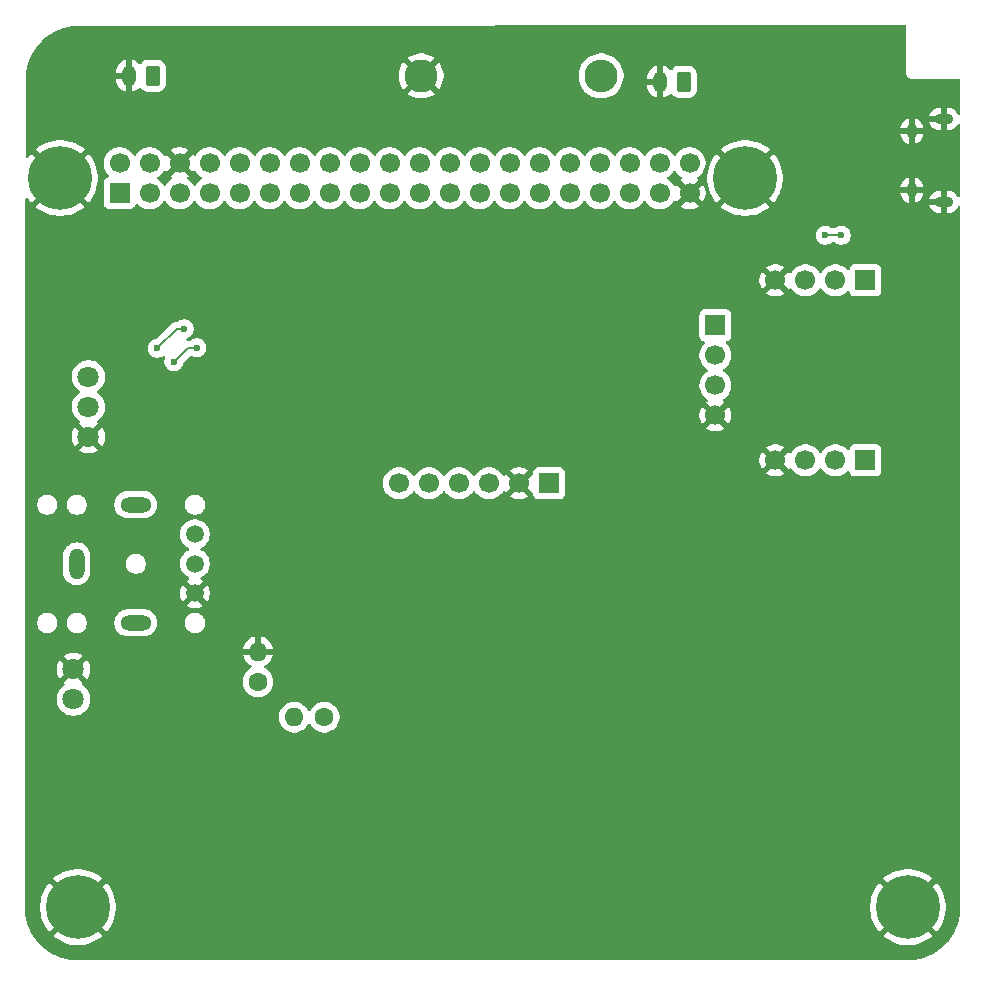
<source format=gbr>
%TF.GenerationSoftware,KiCad,Pcbnew,9.0.1*%
%TF.CreationDate,2025-11-10T16:42:31-06:00*%
%TF.ProjectId,cubesat Sim board,63756265-7361-4742-9053-696d20626f61,rev?*%
%TF.SameCoordinates,Original*%
%TF.FileFunction,Copper,L2,Bot*%
%TF.FilePolarity,Positive*%
%FSLAX46Y46*%
G04 Gerber Fmt 4.6, Leading zero omitted, Abs format (unit mm)*
G04 Created by KiCad (PCBNEW 9.0.1) date 2025-11-10 16:42:31*
%MOMM*%
%LPD*%
G01*
G04 APERTURE LIST*
G04 Aperture macros list*
%AMRoundRect*
0 Rectangle with rounded corners*
0 $1 Rounding radius*
0 $2 $3 $4 $5 $6 $7 $8 $9 X,Y pos of 4 corners*
0 Add a 4 corners polygon primitive as box body*
4,1,4,$2,$3,$4,$5,$6,$7,$8,$9,$2,$3,0*
0 Add four circle primitives for the rounded corners*
1,1,$1+$1,$2,$3*
1,1,$1+$1,$4,$5*
1,1,$1+$1,$6,$7*
1,1,$1+$1,$8,$9*
0 Add four rect primitives between the rounded corners*
20,1,$1+$1,$2,$3,$4,$5,0*
20,1,$1+$1,$4,$5,$6,$7,0*
20,1,$1+$1,$6,$7,$8,$9,0*
20,1,$1+$1,$8,$9,$2,$3,0*%
G04 Aperture macros list end*
%TA.AperFunction,HeatsinkPad*%
%ADD10O,1.550000X0.890000*%
%TD*%
%TA.AperFunction,HeatsinkPad*%
%ADD11O,0.950000X1.250000*%
%TD*%
%TA.AperFunction,ComponentPad*%
%ADD12C,2.800000*%
%TD*%
%TA.AperFunction,ComponentPad*%
%ADD13O,2.800000X2.800000*%
%TD*%
%TA.AperFunction,ComponentPad*%
%ADD14C,5.400000*%
%TD*%
%TA.AperFunction,ComponentPad*%
%ADD15C,1.803400*%
%TD*%
%TA.AperFunction,ComponentPad*%
%ADD16C,1.600000*%
%TD*%
%TA.AperFunction,ComponentPad*%
%ADD17O,1.600000X1.600000*%
%TD*%
%TA.AperFunction,ComponentPad*%
%ADD18C,1.700000*%
%TD*%
%TA.AperFunction,ComponentPad*%
%ADD19R,1.700000X1.700000*%
%TD*%
%TA.AperFunction,ComponentPad*%
%ADD20RoundRect,0.250000X0.350000X0.625000X-0.350000X0.625000X-0.350000X-0.625000X0.350000X-0.625000X0*%
%TD*%
%TA.AperFunction,ComponentPad*%
%ADD21O,1.200000X1.750000*%
%TD*%
%TA.AperFunction,ComponentPad*%
%ADD22O,1.308000X2.616000*%
%TD*%
%TA.AperFunction,ComponentPad*%
%ADD23O,2.616000X1.308000*%
%TD*%
%TA.AperFunction,ComponentPad*%
%ADD24C,1.508000*%
%TD*%
%TA.AperFunction,ViaPad*%
%ADD25C,0.600000*%
%TD*%
%TA.AperFunction,Conductor*%
%ADD26C,0.200000*%
%TD*%
G04 APERTURE END LIST*
D10*
%TO.P,J10,6,Shield*%
%TO.N,GND*%
X193708000Y-64564000D03*
D11*
X191008000Y-63564000D03*
X191008000Y-58564000D03*
D10*
X193708000Y-57564000D03*
%TD*%
D12*
%TO.P,R3,1*%
%TO.N,GND*%
X149453600Y-53898800D03*
D13*
%TO.P,R3,2*%
%TO.N,Net-(J3-Pin_1)*%
X164693600Y-53898800D03*
%TD*%
D14*
%TO.P,REF\u002A\u002A,1*%
%TO.N,GND*%
X176885600Y-62560200D03*
%TD*%
%TO.P,,1*%
%TO.N,GND*%
X120389808Y-124285359D03*
%TD*%
D15*
%TO.P,J1,1,Pin_1*%
%TO.N,GND*%
X120015000Y-104140000D03*
%TO.P,J1,2,Pin_2*%
%TO.N,/28V*%
X120015000Y-106680000D03*
%TD*%
D16*
%TO.P,R1,1*%
%TO.N,Net-(U1-FB)*%
X135636000Y-105185000D03*
D17*
%TO.P,R1,2*%
%TO.N,GND*%
X135636000Y-102645000D03*
%TD*%
D16*
%TO.P,R2,1*%
%TO.N,/4v6*%
X141253000Y-108204000D03*
D17*
%TO.P,R2,2*%
%TO.N,Net-(U1-FB)*%
X138713000Y-108204000D03*
%TD*%
D18*
%TO.P,J5,GND,Pin_2*%
%TO.N,GND*%
X157734000Y-88392000D03*
%TO.P,J5,SCL,Pin_3*%
%TO.N,/SCL*%
X155194000Y-88392000D03*
%TO.P,J5,SDA,Pin_4*%
%TO.N,/SDA*%
X152654000Y-88392000D03*
D19*
%TO.P,J5,VCC,Pin_1*%
%TO.N,/BATT_SW*%
X160274000Y-88392000D03*
D18*
%TO.P,J5,Vin+,Pin_6*%
%TO.N,/4v6*%
X147574000Y-88392000D03*
%TO.P,J5,Vin-,Pin_5*%
%TO.N,/BATT_SW*%
X150114000Y-88392000D03*
%TD*%
D15*
%TO.P,J6,HASP_RX,Pin_1*%
%TO.N,Net-(J6-Pin_1)*%
X121285000Y-79375000D03*
%TO.P,J6,HASP_TX,Pin_2*%
%TO.N,Net-(J6-Pin_2)*%
X121285000Y-81915000D03*
%TO.P,J6,SIG_GND,Pin_3*%
%TO.N,GND*%
X121285000Y-84455000D03*
%TD*%
D20*
%TO.P,J4,1,Pin_1*%
%TO.N,/BATT_SW*%
X126730000Y-53890000D03*
D21*
%TO.P,J4,2,Pin_2*%
%TO.N,GND*%
X124730000Y-53890000D03*
%TD*%
D14*
%TO.P,,1*%
%TO.N,GND*%
X190666930Y-124286700D03*
%TD*%
D22*
%TO.P,X1,1*%
%TO.N,unconnected-(X1-Pad1)*%
X120302000Y-95210000D03*
D23*
%TO.P,X1,2*%
%TO.N,unconnected-(X1-Pad2)*%
X125302000Y-100210000D03*
%TO.P,X1,3*%
%TO.N,unconnected-(X1-Pad3)*%
X125302000Y-90210000D03*
D24*
%TO.P,X1,4*%
%TO.N,unconnected-(X1-Pad4)*%
X130302000Y-92710000D03*
%TO.P,X1,5*%
%TO.N,/EN*%
X130302000Y-95210000D03*
%TO.P,X1,6*%
%TO.N,GND*%
X130302000Y-97710000D03*
%TD*%
D20*
%TO.P,J3,1,Pin_1*%
%TO.N,Net-(J3-Pin_1)*%
X171688000Y-54398000D03*
D21*
%TO.P,J3,2,Pin_2*%
%TO.N,GND*%
X169688000Y-54398000D03*
%TD*%
D18*
%TO.P,J8,D+,Pin_2*%
%TO.N,Net-(J8-Pin_2)*%
X184531000Y-86448000D03*
%TO.P,J8,D-,Pin_3*%
%TO.N,Net-(J8-Pin_3)*%
X181991000Y-86448000D03*
%TO.P,J8,GND,Pin_4*%
%TO.N,GND*%
X179451000Y-86448000D03*
D19*
%TO.P,J8,VBUS,Pin_1*%
%TO.N,Net-(J8-Pin_1)*%
X187071000Y-86448000D03*
%TD*%
D18*
%TO.P,J9,D+,Pin_2*%
%TO.N,Net-(J10-D+)*%
X184531000Y-71208000D03*
%TO.P,J9,D-,Pin_3*%
%TO.N,Net-(J10-D-)*%
X181991000Y-71208000D03*
%TO.P,J9,GND,Pin_4*%
%TO.N,GND*%
X179451000Y-71208000D03*
D19*
%TO.P,J9,VBUS,Pin_1*%
%TO.N,Net-(J10-VBUS)*%
X187071000Y-71208000D03*
%TD*%
D14*
%TO.P,,1*%
%TO.N,GND*%
X118887040Y-62558600D03*
%TD*%
D18*
%TO.P,J7,D+,Pin_2*%
%TO.N,unconnected-(J7-Pin_2-PadD+)*%
X174371000Y-77558000D03*
%TO.P,J7,D-,Pin_3*%
%TO.N,unconnected-(J7-Pin_3-PadD-)*%
X174371000Y-80098000D03*
%TO.P,J7,GND,Pin_4*%
%TO.N,GND*%
X174371000Y-82638000D03*
D19*
%TO.P,J7,VBUS,Pin_1*%
%TO.N,unconnected-(J7-Pin_1-PadVBUS)*%
X174371000Y-75018000D03*
%TD*%
%TO.P,J2,1,Pin_1*%
%TO.N,/PI_3V3*%
X123926600Y-63830200D03*
D18*
%TO.P,J2,2,Pin_2*%
%TO.N,/BATT_SW*%
X123926600Y-61290200D03*
%TO.P,J2,3,Pin_3*%
%TO.N,/SDA*%
X126466600Y-63830200D03*
%TO.P,J2,4,Pin_4*%
%TO.N,/BATT_SW*%
X126466600Y-61290200D03*
%TO.P,J2,5,Pin_5*%
%TO.N,/SCL*%
X129006600Y-63830200D03*
%TO.P,J2,6,Pin_6*%
%TO.N,GND*%
X129006600Y-61290200D03*
%TO.P,J2,7,Pin_7*%
%TO.N,unconnected-(J2-Pin_7-Pad7)*%
X131546600Y-63830200D03*
%TO.P,J2,8,Pin_8*%
%TO.N,unconnected-(J2-Pin_8-Pad8)*%
X131546600Y-61290200D03*
%TO.P,J2,9,Pin_9*%
%TO.N,unconnected-(J2-Pin_9-Pad9)*%
X134086600Y-63830200D03*
%TO.P,J2,10,Pin_10*%
%TO.N,unconnected-(J2-Pin_10-Pad10)*%
X134086600Y-61290200D03*
%TO.P,J2,11,Pin_11*%
%TO.N,unconnected-(J2-Pin_11-Pad11)*%
X136626600Y-63830200D03*
%TO.P,J2,12,Pin_12*%
%TO.N,unconnected-(J2-Pin_12-Pad12)*%
X136626600Y-61290200D03*
%TO.P,J2,13,Pin_13*%
%TO.N,unconnected-(J2-Pin_13-Pad13)*%
X139166600Y-63830200D03*
%TO.P,J2,14,Pin_14*%
%TO.N,unconnected-(J2-Pin_14-Pad14)*%
X139166600Y-61290200D03*
%TO.P,J2,15,Pin_15*%
%TO.N,unconnected-(J2-Pin_15-Pad15)*%
X141706600Y-63830200D03*
%TO.P,J2,16,Pin_16*%
%TO.N,unconnected-(J2-Pin_16-Pad16)*%
X141706600Y-61290200D03*
%TO.P,J2,17,Pin_17*%
%TO.N,unconnected-(J2-Pin_17-Pad17)*%
X144246600Y-63830200D03*
%TO.P,J2,18,Pin_18*%
%TO.N,unconnected-(J2-Pin_18-Pad18)*%
X144246600Y-61290200D03*
%TO.P,J2,19,Pin_19*%
%TO.N,unconnected-(J2-Pin_19-Pad19)*%
X146786600Y-63830200D03*
%TO.P,J2,20,Pin_20*%
%TO.N,unconnected-(J2-Pin_20-Pad20)*%
X146786600Y-61290200D03*
%TO.P,J2,21,Pin_21*%
%TO.N,unconnected-(J2-Pin_21-Pad21)*%
X149326600Y-63830200D03*
%TO.P,J2,22,Pin_22*%
%TO.N,unconnected-(J2-Pin_22-Pad22)*%
X149326600Y-61290200D03*
%TO.P,J2,23,Pin_23*%
%TO.N,unconnected-(J2-Pin_23-Pad23)*%
X151866600Y-63830200D03*
%TO.P,J2,24,Pin_24*%
%TO.N,unconnected-(J2-Pin_24-Pad24)*%
X151866600Y-61290200D03*
%TO.P,J2,25,Pin_25*%
%TO.N,unconnected-(J2-Pin_25-Pad25)*%
X154406600Y-63830200D03*
%TO.P,J2,26,Pin_26*%
%TO.N,unconnected-(J2-Pin_26-Pad26)*%
X154406600Y-61290200D03*
%TO.P,J2,27,Pin_27*%
%TO.N,unconnected-(J2-Pin_27-Pad27)*%
X156946600Y-63830200D03*
%TO.P,J2,28,Pin_28*%
%TO.N,unconnected-(J2-Pin_28-Pad28)*%
X156946600Y-61290200D03*
%TO.P,J2,29,Pin_29*%
%TO.N,unconnected-(J2-Pin_29-Pad29)*%
X159486600Y-63830200D03*
%TO.P,J2,30,Pin_30*%
%TO.N,unconnected-(J2-Pin_30-Pad30)*%
X159486600Y-61290200D03*
%TO.P,J2,31,Pin_31*%
%TO.N,unconnected-(J2-Pin_31-Pad31)*%
X162026600Y-63830200D03*
%TO.P,J2,32,Pin_32*%
%TO.N,unconnected-(J2-Pin_32-Pad32)*%
X162026600Y-61290200D03*
%TO.P,J2,33,Pin_33*%
%TO.N,unconnected-(J2-Pin_33-Pad33)*%
X164566600Y-63830200D03*
%TO.P,J2,34,Pin_34*%
%TO.N,unconnected-(J2-Pin_34-Pad34)*%
X164566600Y-61290200D03*
%TO.P,J2,35,Pin_35*%
%TO.N,unconnected-(J2-Pin_35-Pad35)*%
X167106600Y-63830200D03*
%TO.P,J2,36,Pin_36*%
%TO.N,unconnected-(J2-Pin_36-Pad36)*%
X167106600Y-61290200D03*
%TO.P,J2,37,Pin_37*%
%TO.N,unconnected-(J2-Pin_37-Pad37)*%
X169646600Y-63830200D03*
%TO.P,J2,38,Pin_38*%
%TO.N,unconnected-(J2-Pin_38-Pad38)*%
X169646600Y-61290200D03*
%TO.P,J2,39,Pin_39*%
%TO.N,GND*%
X172186600Y-63830200D03*
%TO.P,J2,40,Pin_40*%
%TO.N,unconnected-(J2-Pin_40-Pad40)*%
X172186600Y-61290200D03*
%TD*%
D25*
%TO.N,GND*%
X158242000Y-69723000D03*
X133604000Y-108004001D03*
X147066000Y-69977000D03*
X161417000Y-77978000D03*
X148082000Y-75438000D03*
X124968000Y-112888000D03*
X125476000Y-112354000D03*
X134874000Y-77851000D03*
X137160000Y-69088000D03*
X143764000Y-126365000D03*
X128270000Y-112608000D03*
%TO.N,Net-(J6-Pin_2)*%
X128524000Y-78105000D03*
X130472265Y-76918735D03*
%TO.N,Net-(J6-Pin_1)*%
X127127000Y-76962000D03*
X129413000Y-75311000D03*
%TO.N,Net-(J10-D-)*%
X185039000Y-67398000D03*
X183677000Y-67400278D03*
%TD*%
D26*
%TO.N,Net-(J6-Pin_2)*%
X129710265Y-76918735D02*
X128524000Y-78105000D01*
X130472265Y-76918735D02*
X129710265Y-76918735D01*
%TO.N,Net-(J6-Pin_1)*%
X128778000Y-75311000D02*
X127127000Y-76962000D01*
X129413000Y-75311000D02*
X128778000Y-75311000D01*
%TO.N,Net-(J10-D-)*%
X183677000Y-67400278D02*
X185036722Y-67400278D01*
X185036722Y-67400278D02*
X185039000Y-67398000D01*
%TD*%
%TA.AperFunction,Conductor*%
%TO.N,GND*%
G36*
X170988044Y-61944199D02*
G01*
X171027086Y-61989256D01*
X171031551Y-61998020D01*
X171156490Y-62169986D01*
X171306813Y-62320309D01*
X171478779Y-62445248D01*
X171478781Y-62445249D01*
X171478784Y-62445251D01*
X171488093Y-62449994D01*
X171538890Y-62497966D01*
X171555687Y-62565787D01*
X171533152Y-62631922D01*
X171488105Y-62670960D01*
X171479046Y-62675576D01*
X171479040Y-62675580D01*
X171424882Y-62714927D01*
X171424882Y-62714928D01*
X172057191Y-63347237D01*
X171993607Y-63364275D01*
X171879593Y-63430101D01*
X171786501Y-63523193D01*
X171720675Y-63637207D01*
X171703637Y-63700791D01*
X171071328Y-63068482D01*
X171071327Y-63068482D01*
X171031980Y-63122640D01*
X171031976Y-63122646D01*
X171027360Y-63131705D01*
X170979381Y-63182497D01*
X170911559Y-63199287D01*
X170845426Y-63176743D01*
X170806394Y-63131693D01*
X170801651Y-63122384D01*
X170801649Y-63122381D01*
X170801648Y-63122379D01*
X170676709Y-62950413D01*
X170526386Y-62800090D01*
X170354420Y-62675151D01*
X170346200Y-62670963D01*
X170345654Y-62670685D01*
X170294859Y-62622712D01*
X170278063Y-62554892D01*
X170300599Y-62488756D01*
X170345654Y-62449715D01*
X170354416Y-62445251D01*
X170444154Y-62380053D01*
X170526386Y-62320309D01*
X170526388Y-62320306D01*
X170526392Y-62320304D01*
X170676704Y-62169992D01*
X170676706Y-62169988D01*
X170676709Y-62169986D01*
X170801648Y-61998020D01*
X170801647Y-61998020D01*
X170801651Y-61998016D01*
X170806114Y-61989254D01*
X170854088Y-61938459D01*
X170921908Y-61921663D01*
X170988044Y-61944199D01*
G37*
%TD.AperFunction*%
%TA.AperFunction,Conductor*%
G36*
X128540675Y-61483193D02*
G01*
X128606501Y-61597207D01*
X128699593Y-61690299D01*
X128813607Y-61756125D01*
X128877190Y-61773162D01*
X128244882Y-62405469D01*
X128244882Y-62405470D01*
X128299052Y-62444826D01*
X128299051Y-62444826D01*
X128308095Y-62449434D01*
X128358892Y-62497408D01*
X128375687Y-62565229D01*
X128353150Y-62631364D01*
X128308099Y-62670402D01*
X128298782Y-62675149D01*
X128126813Y-62800090D01*
X127976490Y-62950413D01*
X127851549Y-63122382D01*
X127847084Y-63131146D01*
X127799109Y-63181942D01*
X127731288Y-63198736D01*
X127665153Y-63176198D01*
X127626116Y-63131146D01*
X127621650Y-63122382D01*
X127496709Y-62950413D01*
X127346386Y-62800090D01*
X127174420Y-62675151D01*
X127166200Y-62670963D01*
X127165654Y-62670685D01*
X127114859Y-62622712D01*
X127098063Y-62554892D01*
X127120599Y-62488756D01*
X127165654Y-62449715D01*
X127174416Y-62445251D01*
X127264154Y-62380053D01*
X127346386Y-62320309D01*
X127346388Y-62320306D01*
X127346392Y-62320304D01*
X127496704Y-62169992D01*
X127496706Y-62169988D01*
X127496709Y-62169986D01*
X127582490Y-62051917D01*
X127621651Y-61998016D01*
X127626393Y-61988708D01*
X127674363Y-61937911D01*
X127742183Y-61921111D01*
X127808319Y-61943645D01*
X127847363Y-61988700D01*
X127851973Y-61997747D01*
X127891328Y-62051916D01*
X128523637Y-61419608D01*
X128540675Y-61483193D01*
G37*
%TD.AperFunction*%
%TA.AperFunction,Conductor*%
G36*
X130121870Y-62051917D02*
G01*
X130121870Y-62051916D01*
X130161222Y-61997755D01*
X130165832Y-61988707D01*
X130213805Y-61937909D01*
X130281625Y-61921112D01*
X130347761Y-61943647D01*
X130386804Y-61988704D01*
X130391549Y-61998017D01*
X130516490Y-62169986D01*
X130666813Y-62320309D01*
X130838782Y-62445250D01*
X130847546Y-62449716D01*
X130898342Y-62497691D01*
X130915136Y-62565512D01*
X130892598Y-62631647D01*
X130847546Y-62670684D01*
X130838782Y-62675149D01*
X130666813Y-62800090D01*
X130516490Y-62950413D01*
X130391549Y-63122382D01*
X130387084Y-63131146D01*
X130339109Y-63181942D01*
X130271288Y-63198736D01*
X130205153Y-63176198D01*
X130166116Y-63131146D01*
X130161650Y-63122382D01*
X130036709Y-62950413D01*
X129886386Y-62800090D01*
X129714417Y-62675149D01*
X129705104Y-62670404D01*
X129654307Y-62622430D01*
X129637512Y-62554609D01*
X129660049Y-62488474D01*
X129705107Y-62449432D01*
X129714155Y-62444822D01*
X129768316Y-62405470D01*
X129768317Y-62405470D01*
X129136008Y-61773162D01*
X129199593Y-61756125D01*
X129313607Y-61690299D01*
X129406699Y-61597207D01*
X129472525Y-61483193D01*
X129489562Y-61419608D01*
X130121870Y-62051917D01*
G37*
%TD.AperFunction*%
%TA.AperFunction,Conductor*%
G36*
X190475815Y-49579076D02*
G01*
X190521633Y-49631825D01*
X190532900Y-49683471D01*
X190532900Y-53710692D01*
X190538893Y-53733059D01*
X190567008Y-53837987D01*
X190582844Y-53865415D01*
X190632900Y-53952114D01*
X190726086Y-54045300D01*
X190840214Y-54111192D01*
X190967508Y-54145300D01*
X191099292Y-54145300D01*
X194990610Y-54145300D01*
X195057649Y-54164985D01*
X195103404Y-54217789D01*
X195114610Y-54269300D01*
X195114610Y-57070372D01*
X195094925Y-57137411D01*
X195042121Y-57183166D01*
X194972963Y-57193110D01*
X194909407Y-57164085D01*
X194878720Y-57121529D01*
X194878318Y-57121745D01*
X194876721Y-57118758D01*
X194876050Y-57117827D01*
X194875450Y-57116380D01*
X194875444Y-57116368D01*
X194772029Y-56961598D01*
X194772026Y-56961594D01*
X194640405Y-56829973D01*
X194640401Y-56829970D01*
X194485631Y-56726555D01*
X194485622Y-56726550D01*
X194313646Y-56655316D01*
X194313638Y-56655314D01*
X194131077Y-56619000D01*
X193958000Y-56619000D01*
X193958000Y-57314000D01*
X193458000Y-57314000D01*
X193458000Y-56619000D01*
X193284923Y-56619000D01*
X193102361Y-56655314D01*
X193102353Y-56655316D01*
X192930377Y-56726550D01*
X192930368Y-56726555D01*
X192775598Y-56829970D01*
X192775594Y-56829973D01*
X192643973Y-56961594D01*
X192643970Y-56961598D01*
X192540555Y-57116368D01*
X192540548Y-57116381D01*
X192469317Y-57288350D01*
X192469316Y-57288355D01*
X192464216Y-57314000D01*
X193333272Y-57314000D01*
X193241386Y-57352060D01*
X193171060Y-57422386D01*
X193133000Y-57514272D01*
X193133000Y-57613728D01*
X193171060Y-57705614D01*
X193241386Y-57775940D01*
X193333272Y-57814000D01*
X192464216Y-57814000D01*
X192469316Y-57839644D01*
X192469317Y-57839649D01*
X192540548Y-58011618D01*
X192540555Y-58011631D01*
X192643970Y-58166401D01*
X192643973Y-58166405D01*
X192775594Y-58298026D01*
X192775598Y-58298029D01*
X192930368Y-58401444D01*
X192930377Y-58401449D01*
X193102353Y-58472683D01*
X193102361Y-58472685D01*
X193284921Y-58508999D01*
X193284924Y-58509000D01*
X193458000Y-58509000D01*
X193458000Y-57814000D01*
X193958000Y-57814000D01*
X193958000Y-58509000D01*
X194131076Y-58509000D01*
X194131078Y-58508999D01*
X194313638Y-58472685D01*
X194313646Y-58472683D01*
X194485622Y-58401449D01*
X194485631Y-58401444D01*
X194640401Y-58298029D01*
X194640405Y-58298026D01*
X194772026Y-58166405D01*
X194772029Y-58166401D01*
X194875444Y-58011631D01*
X194875449Y-58011621D01*
X194876048Y-58010177D01*
X194876564Y-58009536D01*
X194878318Y-58006255D01*
X194878940Y-58006587D01*
X194919887Y-57955773D01*
X194986181Y-57933706D01*
X195053881Y-57950984D01*
X195101492Y-58002120D01*
X195114610Y-58057627D01*
X195114610Y-64070372D01*
X195094925Y-64137411D01*
X195042121Y-64183166D01*
X194972963Y-64193110D01*
X194909407Y-64164085D01*
X194878720Y-64121529D01*
X194878318Y-64121745D01*
X194876721Y-64118758D01*
X194876050Y-64117827D01*
X194875450Y-64116380D01*
X194875444Y-64116368D01*
X194772029Y-63961598D01*
X194772026Y-63961594D01*
X194640405Y-63829973D01*
X194640401Y-63829970D01*
X194485631Y-63726555D01*
X194485622Y-63726550D01*
X194313646Y-63655316D01*
X194313638Y-63655314D01*
X194131077Y-63619000D01*
X193958000Y-63619000D01*
X193958000Y-64314000D01*
X193458000Y-64314000D01*
X193458000Y-63619000D01*
X193284923Y-63619000D01*
X193102361Y-63655314D01*
X193102353Y-63655316D01*
X192930377Y-63726550D01*
X192930368Y-63726555D01*
X192775598Y-63829970D01*
X192775594Y-63829973D01*
X192643973Y-63961594D01*
X192643970Y-63961598D01*
X192540555Y-64116368D01*
X192540548Y-64116381D01*
X192469317Y-64288350D01*
X192469316Y-64288355D01*
X192464216Y-64314000D01*
X193333272Y-64314000D01*
X193241386Y-64352060D01*
X193171060Y-64422386D01*
X193133000Y-64514272D01*
X193133000Y-64613728D01*
X193171060Y-64705614D01*
X193241386Y-64775940D01*
X193333272Y-64814000D01*
X192464216Y-64814000D01*
X192469316Y-64839644D01*
X192469317Y-64839649D01*
X192540548Y-65011618D01*
X192540555Y-65011631D01*
X192643970Y-65166401D01*
X192643973Y-65166405D01*
X192775594Y-65298026D01*
X192775598Y-65298029D01*
X192930368Y-65401444D01*
X192930377Y-65401449D01*
X193102353Y-65472683D01*
X193102361Y-65472685D01*
X193284921Y-65508999D01*
X193284924Y-65509000D01*
X193458000Y-65509000D01*
X193458000Y-64814000D01*
X193958000Y-64814000D01*
X193958000Y-65509000D01*
X194131076Y-65509000D01*
X194131078Y-65508999D01*
X194313638Y-65472685D01*
X194313646Y-65472683D01*
X194485622Y-65401449D01*
X194485631Y-65401444D01*
X194640401Y-65298029D01*
X194640405Y-65298026D01*
X194772026Y-65166405D01*
X194772029Y-65166401D01*
X194875444Y-65011631D01*
X194875449Y-65011621D01*
X194876048Y-65010177D01*
X194876564Y-65009536D01*
X194878318Y-65006255D01*
X194878940Y-65006587D01*
X194919887Y-64955773D01*
X194986181Y-64933706D01*
X195053881Y-64950984D01*
X195101492Y-65002120D01*
X195114610Y-65057627D01*
X195114610Y-124352594D01*
X195115381Y-124355473D01*
X195119591Y-124389313D01*
X195119589Y-124389454D01*
X195119513Y-124392368D01*
X195115485Y-124499171D01*
X195115344Y-124502028D01*
X195108930Y-124607450D01*
X195108678Y-124610833D01*
X195099352Y-124716388D01*
X195099093Y-124718998D01*
X195087467Y-124824965D01*
X195087087Y-124828073D01*
X195072933Y-124932648D01*
X195072477Y-124935724D01*
X195055603Y-125040550D01*
X195055099Y-125043461D01*
X195035689Y-125148087D01*
X195035126Y-125150935D01*
X195013264Y-125255119D01*
X195012626Y-125257984D01*
X195001865Y-125303786D01*
X194988456Y-125360863D01*
X194987698Y-125363915D01*
X194960877Y-125466336D01*
X194960091Y-125469196D01*
X194930560Y-125571876D01*
X194929760Y-125574546D01*
X194898187Y-125675709D01*
X194897195Y-125678750D01*
X194863144Y-125778709D01*
X194862125Y-125781582D01*
X194825293Y-125881583D01*
X194824298Y-125884194D01*
X194785251Y-125983265D01*
X194784108Y-125986064D01*
X194742995Y-126083310D01*
X194741722Y-126086215D01*
X194697944Y-126182658D01*
X194696763Y-126185183D01*
X194650687Y-126280911D01*
X194649285Y-126283732D01*
X194600575Y-126378681D01*
X194599336Y-126381034D01*
X194548793Y-126474562D01*
X194547199Y-126477419D01*
X194494620Y-126568861D01*
X194493086Y-126571457D01*
X194437715Y-126662554D01*
X194436227Y-126664940D01*
X194379062Y-126754355D01*
X194377324Y-126756998D01*
X194318244Y-126844413D01*
X194316516Y-126846904D01*
X194254611Y-126933839D01*
X194252990Y-126936063D01*
X194189493Y-127021171D01*
X194187565Y-127023687D01*
X194122236Y-127106734D01*
X194120374Y-127109044D01*
X194052634Y-127191040D01*
X194050724Y-127193297D01*
X193981268Y-127273402D01*
X193979191Y-127275737D01*
X193907338Y-127354504D01*
X193905469Y-127356508D01*
X193832117Y-127433433D01*
X193829924Y-127435675D01*
X193755567Y-127509807D01*
X193753201Y-127512104D01*
X193676136Y-127584954D01*
X193674104Y-127586832D01*
X193594534Y-127658756D01*
X193592469Y-127660582D01*
X193512364Y-127729818D01*
X193509815Y-127731962D01*
X193427942Y-127798969D01*
X193425790Y-127800690D01*
X193341956Y-127866247D01*
X193339471Y-127868141D01*
X193254315Y-127931340D01*
X193251883Y-127933099D01*
X193242273Y-127939876D01*
X193165281Y-127994164D01*
X193162789Y-127995875D01*
X193074747Y-128054795D01*
X193072264Y-128056414D01*
X192982106Y-128113678D01*
X192979731Y-128115150D01*
X192888645Y-128170163D01*
X192885943Y-128171749D01*
X192794512Y-128223864D01*
X192791763Y-128225385D01*
X192697987Y-128275733D01*
X192695509Y-128277027D01*
X192600654Y-128325232D01*
X192597942Y-128326569D01*
X192502411Y-128372222D01*
X192499572Y-128373535D01*
X192403002Y-128416727D01*
X192400218Y-128417931D01*
X192301994Y-128459010D01*
X192299398Y-128460062D01*
X192200569Y-128498795D01*
X192197635Y-128499902D01*
X192098978Y-128535719D01*
X192097989Y-128536078D01*
X192095198Y-128537053D01*
X191994699Y-128570849D01*
X191991845Y-128571770D01*
X191890472Y-128603114D01*
X191887658Y-128603948D01*
X191785515Y-128632876D01*
X191782598Y-128633663D01*
X191679270Y-128660225D01*
X191676506Y-128660902D01*
X191573061Y-128684977D01*
X191570121Y-128685624D01*
X191466324Y-128707139D01*
X191463268Y-128707732D01*
X191359168Y-128726598D01*
X191356257Y-128727090D01*
X191251506Y-128743508D01*
X191248423Y-128743952D01*
X191143299Y-128757733D01*
X191140414Y-128758077D01*
X191034164Y-128769481D01*
X191031336Y-128769752D01*
X190925633Y-128778653D01*
X190922504Y-128778876D01*
X190827080Y-128784485D01*
X190820004Y-128784699D01*
X190650686Y-128784972D01*
X190635355Y-128786040D01*
X190614064Y-128786183D01*
X190613572Y-128786187D01*
X190612737Y-128786190D01*
X120390820Y-128786190D01*
X120389260Y-128786180D01*
X120279578Y-128784800D01*
X120276701Y-128784731D01*
X120171105Y-128780950D01*
X120167982Y-128780798D01*
X120062488Y-128774354D01*
X120059621Y-128774146D01*
X119954259Y-128765255D01*
X119951134Y-128764951D01*
X119846171Y-128753410D01*
X119843287Y-128753059D01*
X119738028Y-128738983D01*
X119735183Y-128738569D01*
X119630895Y-128722153D01*
X119627760Y-128721618D01*
X119523941Y-128702536D01*
X119521085Y-128701976D01*
X119417236Y-128680357D01*
X119414341Y-128679718D01*
X119333673Y-128660902D01*
X119311317Y-128655687D01*
X119308440Y-128654980D01*
X119206510Y-128628616D01*
X119203458Y-128627785D01*
X119101559Y-128598636D01*
X119098907Y-128597845D01*
X119027195Y-128575575D01*
X118997961Y-128566496D01*
X118994907Y-128565504D01*
X118994806Y-128565469D01*
X118894925Y-128531589D01*
X118892259Y-128530649D01*
X118838563Y-128511021D01*
X118792825Y-128494301D01*
X118790072Y-128493258D01*
X118776443Y-128487905D01*
X118691794Y-128454661D01*
X118688903Y-128453483D01*
X118591478Y-128412332D01*
X118588907Y-128411212D01*
X118492322Y-128367817D01*
X118489462Y-128366488D01*
X118394292Y-128320785D01*
X118391684Y-128319495D01*
X118297000Y-128271260D01*
X118294426Y-128269910D01*
X118201243Y-128219654D01*
X118198577Y-128218174D01*
X118106949Y-128165809D01*
X118104338Y-128164274D01*
X118014068Y-128109718D01*
X118011475Y-128108107D01*
X117922816Y-128051499D01*
X117920169Y-128049761D01*
X117838467Y-127994608D01*
X117832311Y-127990452D01*
X117830125Y-127988942D01*
X117829487Y-127988491D01*
X117743196Y-127927483D01*
X117740673Y-127925651D01*
X117691012Y-127888634D01*
X117656222Y-127862702D01*
X117653871Y-127860905D01*
X117570319Y-127795446D01*
X117568132Y-127793692D01*
X117486628Y-127726810D01*
X117484081Y-127724662D01*
X117404216Y-127655452D01*
X117402185Y-127653652D01*
X117323715Y-127582529D01*
X117321467Y-127580439D01*
X117245158Y-127507685D01*
X117243043Y-127505619D01*
X117167989Y-127430565D01*
X117165923Y-127428450D01*
X117106839Y-127366479D01*
X117093166Y-127352138D01*
X117091040Y-127349850D01*
X117020012Y-127271486D01*
X117018178Y-127269417D01*
X116948935Y-127189512D01*
X116946789Y-127186967D01*
X116879916Y-127105476D01*
X116878161Y-127103287D01*
X116812723Y-127019760D01*
X116810915Y-127017396D01*
X116747918Y-126932883D01*
X116746086Y-126930359D01*
X116733197Y-126912128D01*
X116684648Y-126843457D01*
X116683162Y-126841306D01*
X116623835Y-126753421D01*
X116622107Y-126750789D01*
X116613659Y-126737557D01*
X116613658Y-126737556D01*
X116605372Y-126724579D01*
X116565513Y-126662151D01*
X116563903Y-126659559D01*
X116509318Y-126569244D01*
X116507782Y-126566631D01*
X116455455Y-126475069D01*
X116453975Y-126472405D01*
X116427740Y-126423762D01*
X116403669Y-126379130D01*
X116402343Y-126376600D01*
X116354119Y-126281935D01*
X116352839Y-126279348D01*
X116307097Y-126184097D01*
X116305787Y-126181278D01*
X116262381Y-126084669D01*
X116261289Y-126082162D01*
X116250362Y-126056292D01*
X116220113Y-125984675D01*
X116218926Y-125981761D01*
X116180338Y-125883505D01*
X116179317Y-125880809D01*
X116142978Y-125781401D01*
X116142012Y-125778661D01*
X116108093Y-125678668D01*
X116107100Y-125675611D01*
X116106733Y-125674430D01*
X116075764Y-125574707D01*
X116074973Y-125572054D01*
X116045822Y-125470147D01*
X116044991Y-125467095D01*
X116018627Y-125365165D01*
X116017934Y-125362348D01*
X115993876Y-125259208D01*
X115993264Y-125256434D01*
X115971619Y-125152461D01*
X115971083Y-125149725D01*
X115951990Y-125045848D01*
X115951455Y-125042713D01*
X115948201Y-125022042D01*
X115935028Y-124938355D01*
X115934633Y-124935638D01*
X115920549Y-124830321D01*
X115920198Y-124827437D01*
X115911769Y-124750779D01*
X115908654Y-124722451D01*
X115908353Y-124719349D01*
X115908323Y-124718998D01*
X115899460Y-124613966D01*
X115899254Y-124611120D01*
X115899236Y-124610833D01*
X115892810Y-124505626D01*
X115892658Y-124502503D01*
X115889693Y-124419697D01*
X115888875Y-124396860D01*
X115888809Y-124394079D01*
X115887433Y-124284610D01*
X115887424Y-124283188D01*
X115887632Y-124105646D01*
X117189808Y-124105646D01*
X117189808Y-124465071D01*
X117230048Y-124822210D01*
X117230050Y-124822222D01*
X117310027Y-125172627D01*
X117310028Y-125172629D01*
X117428735Y-125511876D01*
X117584678Y-125835695D01*
X117775900Y-126140023D01*
X117955889Y-126365723D01*
X119274536Y-125047076D01*
X119360086Y-125164825D01*
X119510342Y-125315081D01*
X119628089Y-125400629D01*
X118309442Y-126719275D01*
X118309442Y-126719276D01*
X118535143Y-126899266D01*
X118839471Y-127090488D01*
X119163290Y-127246431D01*
X119502537Y-127365138D01*
X119502539Y-127365139D01*
X119852944Y-127445116D01*
X119852956Y-127445118D01*
X120210095Y-127485358D01*
X120210097Y-127485359D01*
X120569519Y-127485359D01*
X120569520Y-127485358D01*
X120926659Y-127445118D01*
X120926671Y-127445116D01*
X121277076Y-127365139D01*
X121277078Y-127365138D01*
X121616325Y-127246431D01*
X121940144Y-127090488D01*
X122244472Y-126899266D01*
X122470172Y-126719275D01*
X121151526Y-125400629D01*
X121269274Y-125315081D01*
X121419530Y-125164825D01*
X121505078Y-125047077D01*
X122823724Y-126365723D01*
X123003715Y-126140023D01*
X123194937Y-125835695D01*
X123350880Y-125511876D01*
X123469587Y-125172629D01*
X123469588Y-125172627D01*
X123549565Y-124822222D01*
X123549567Y-124822210D01*
X123589807Y-124465071D01*
X123589808Y-124465069D01*
X123589808Y-124106987D01*
X187466930Y-124106987D01*
X187466930Y-124466412D01*
X187507170Y-124823551D01*
X187507172Y-124823563D01*
X187587149Y-125173968D01*
X187587150Y-125173970D01*
X187705857Y-125513217D01*
X187861800Y-125837036D01*
X188053022Y-126141364D01*
X188233011Y-126367064D01*
X189551658Y-125048417D01*
X189637208Y-125166166D01*
X189787464Y-125316422D01*
X189905211Y-125401970D01*
X188586564Y-126720616D01*
X188586564Y-126720617D01*
X188812265Y-126900607D01*
X189116593Y-127091829D01*
X189440412Y-127247772D01*
X189779659Y-127366479D01*
X189779661Y-127366480D01*
X190130066Y-127446457D01*
X190130078Y-127446459D01*
X190487217Y-127486699D01*
X190487219Y-127486700D01*
X190846641Y-127486700D01*
X190846642Y-127486699D01*
X191203781Y-127446459D01*
X191203793Y-127446457D01*
X191554198Y-127366480D01*
X191554200Y-127366479D01*
X191893447Y-127247772D01*
X192217266Y-127091829D01*
X192521594Y-126900607D01*
X192747294Y-126720616D01*
X191428648Y-125401970D01*
X191546396Y-125316422D01*
X191696652Y-125166166D01*
X191782200Y-125048418D01*
X193100846Y-126367064D01*
X193280837Y-126141364D01*
X193472059Y-125837036D01*
X193628002Y-125513217D01*
X193746709Y-125173970D01*
X193746710Y-125173968D01*
X193826687Y-124823563D01*
X193826689Y-124823551D01*
X193866929Y-124466412D01*
X193866930Y-124466410D01*
X193866930Y-124106989D01*
X193866929Y-124106987D01*
X193826689Y-123749848D01*
X193826687Y-123749836D01*
X193746710Y-123399431D01*
X193746709Y-123399429D01*
X193628002Y-123060182D01*
X193472059Y-122736363D01*
X193280837Y-122432035D01*
X193100846Y-122206334D01*
X191782200Y-123524981D01*
X191696652Y-123407234D01*
X191546396Y-123256978D01*
X191428646Y-123171428D01*
X192747294Y-121852781D01*
X192521594Y-121672792D01*
X192217266Y-121481570D01*
X191893447Y-121325627D01*
X191554200Y-121206920D01*
X191554198Y-121206919D01*
X191203793Y-121126942D01*
X191203781Y-121126940D01*
X190846642Y-121086700D01*
X190487217Y-121086700D01*
X190130078Y-121126940D01*
X190130066Y-121126942D01*
X189779661Y-121206919D01*
X189779659Y-121206920D01*
X189440412Y-121325627D01*
X189116593Y-121481570D01*
X188812265Y-121672792D01*
X188586564Y-121852781D01*
X189905212Y-123171429D01*
X189787464Y-123256978D01*
X189637208Y-123407234D01*
X189551659Y-123524982D01*
X188233011Y-122206334D01*
X188053022Y-122432035D01*
X187861800Y-122736363D01*
X187705857Y-123060182D01*
X187587150Y-123399429D01*
X187587149Y-123399431D01*
X187507172Y-123749836D01*
X187507170Y-123749848D01*
X187466930Y-124106987D01*
X123589808Y-124106987D01*
X123589808Y-124105648D01*
X123589807Y-124105646D01*
X123549567Y-123748507D01*
X123549565Y-123748495D01*
X123469588Y-123398090D01*
X123469587Y-123398088D01*
X123350880Y-123058841D01*
X123194937Y-122735022D01*
X123003715Y-122430694D01*
X122823724Y-122204993D01*
X121505078Y-123523640D01*
X121419530Y-123405893D01*
X121269274Y-123255637D01*
X121151524Y-123170087D01*
X122470172Y-121851440D01*
X122244472Y-121671451D01*
X121940144Y-121480229D01*
X121616325Y-121324286D01*
X121277078Y-121205579D01*
X121277076Y-121205578D01*
X120926671Y-121125601D01*
X120926659Y-121125599D01*
X120569520Y-121085359D01*
X120210095Y-121085359D01*
X119852956Y-121125599D01*
X119852944Y-121125601D01*
X119502539Y-121205578D01*
X119502537Y-121205579D01*
X119163290Y-121324286D01*
X118839471Y-121480229D01*
X118535143Y-121671451D01*
X118309442Y-121851440D01*
X119628090Y-123170088D01*
X119510342Y-123255637D01*
X119360086Y-123405893D01*
X119274537Y-123523641D01*
X117955889Y-122204993D01*
X117775900Y-122430694D01*
X117584678Y-122735022D01*
X117428735Y-123058841D01*
X117310028Y-123398088D01*
X117310027Y-123398090D01*
X117230050Y-123748495D01*
X117230048Y-123748507D01*
X117189808Y-124105646D01*
X115887632Y-124105646D01*
X115906366Y-108101648D01*
X137412500Y-108101648D01*
X137412500Y-108306351D01*
X137444522Y-108508534D01*
X137507781Y-108703223D01*
X137600715Y-108885613D01*
X137721028Y-109051213D01*
X137865786Y-109195971D01*
X138020749Y-109308556D01*
X138031390Y-109316287D01*
X138147607Y-109375503D01*
X138213776Y-109409218D01*
X138213778Y-109409218D01*
X138213781Y-109409220D01*
X138318137Y-109443127D01*
X138408465Y-109472477D01*
X138509557Y-109488488D01*
X138610648Y-109504500D01*
X138610649Y-109504500D01*
X138815351Y-109504500D01*
X138815352Y-109504500D01*
X139017534Y-109472477D01*
X139212219Y-109409220D01*
X139394610Y-109316287D01*
X139487590Y-109248732D01*
X139560213Y-109195971D01*
X139560215Y-109195968D01*
X139560219Y-109195966D01*
X139704966Y-109051219D01*
X139704968Y-109051215D01*
X139704971Y-109051213D01*
X139825284Y-108885614D01*
X139825285Y-108885613D01*
X139825287Y-108885610D01*
X139872516Y-108792917D01*
X139920489Y-108742123D01*
X139988310Y-108725328D01*
X140054445Y-108747865D01*
X140093485Y-108792919D01*
X140140715Y-108885614D01*
X140261028Y-109051213D01*
X140405786Y-109195971D01*
X140560749Y-109308556D01*
X140571390Y-109316287D01*
X140687607Y-109375503D01*
X140753776Y-109409218D01*
X140753778Y-109409218D01*
X140753781Y-109409220D01*
X140858137Y-109443127D01*
X140948465Y-109472477D01*
X141049557Y-109488488D01*
X141150648Y-109504500D01*
X141150649Y-109504500D01*
X141355351Y-109504500D01*
X141355352Y-109504500D01*
X141557534Y-109472477D01*
X141752219Y-109409220D01*
X141934610Y-109316287D01*
X142027590Y-109248732D01*
X142100213Y-109195971D01*
X142100215Y-109195968D01*
X142100219Y-109195966D01*
X142244966Y-109051219D01*
X142244968Y-109051215D01*
X142244971Y-109051213D01*
X142297732Y-108978590D01*
X142365287Y-108885610D01*
X142458220Y-108703219D01*
X142521477Y-108508534D01*
X142553500Y-108306352D01*
X142553500Y-108101648D01*
X142521477Y-107899466D01*
X142514914Y-107879268D01*
X142458218Y-107704776D01*
X142401506Y-107593474D01*
X142365287Y-107522390D01*
X142357556Y-107511749D01*
X142244971Y-107356786D01*
X142100213Y-107212028D01*
X141934613Y-107091715D01*
X141934612Y-107091714D01*
X141934610Y-107091713D01*
X141877653Y-107062691D01*
X141752223Y-106998781D01*
X141557534Y-106935522D01*
X141382995Y-106907878D01*
X141355352Y-106903500D01*
X141150648Y-106903500D01*
X141126329Y-106907351D01*
X140948465Y-106935522D01*
X140753776Y-106998781D01*
X140571386Y-107091715D01*
X140405786Y-107212028D01*
X140261028Y-107356786D01*
X140140715Y-107522386D01*
X140093485Y-107615080D01*
X140045510Y-107665876D01*
X139977689Y-107682671D01*
X139911554Y-107660134D01*
X139872515Y-107615080D01*
X139861506Y-107593474D01*
X139825287Y-107522390D01*
X139817556Y-107511749D01*
X139704971Y-107356786D01*
X139560213Y-107212028D01*
X139394613Y-107091715D01*
X139394612Y-107091714D01*
X139394610Y-107091713D01*
X139337653Y-107062691D01*
X139212223Y-106998781D01*
X139017534Y-106935522D01*
X138842995Y-106907878D01*
X138815352Y-106903500D01*
X138610648Y-106903500D01*
X138586329Y-106907351D01*
X138408465Y-106935522D01*
X138213776Y-106998781D01*
X138031386Y-107091715D01*
X137865786Y-107212028D01*
X137721028Y-107356786D01*
X137600715Y-107522386D01*
X137507781Y-107704776D01*
X137444522Y-107899465D01*
X137412500Y-108101648D01*
X115906366Y-108101648D01*
X115908159Y-106569644D01*
X118612800Y-106569644D01*
X118612800Y-106790355D01*
X118647327Y-107008350D01*
X118715528Y-107218255D01*
X118715529Y-107218258D01*
X118815731Y-107414913D01*
X118945462Y-107593472D01*
X119101528Y-107749538D01*
X119280087Y-107879269D01*
X119376540Y-107928414D01*
X119476741Y-107979470D01*
X119476744Y-107979471D01*
X119581696Y-108013571D01*
X119686651Y-108047673D01*
X119904644Y-108082200D01*
X119904645Y-108082200D01*
X120125355Y-108082200D01*
X120125356Y-108082200D01*
X120343349Y-108047673D01*
X120553258Y-107979470D01*
X120749913Y-107879269D01*
X120928472Y-107749538D01*
X121084538Y-107593472D01*
X121214269Y-107414913D01*
X121314470Y-107218258D01*
X121382673Y-107008349D01*
X121417200Y-106790356D01*
X121417200Y-106569644D01*
X121382673Y-106351651D01*
X121314470Y-106141742D01*
X121314470Y-106141741D01*
X121214268Y-105945086D01*
X121084538Y-105766528D01*
X120928472Y-105610462D01*
X120882575Y-105577116D01*
X120790210Y-105510008D01*
X120747545Y-105454677D01*
X120741566Y-105385064D01*
X120774172Y-105323269D01*
X120790211Y-105309372D01*
X120813730Y-105292283D01*
X120813731Y-105292283D01*
X120686905Y-105165457D01*
X120604096Y-105082648D01*
X134335500Y-105082648D01*
X134335500Y-105287351D01*
X134367522Y-105489534D01*
X134430781Y-105684223D01*
X134523715Y-105866613D01*
X134644028Y-106032213D01*
X134788786Y-106176971D01*
X134943749Y-106289556D01*
X134954390Y-106297287D01*
X135061081Y-106351649D01*
X135136776Y-106390218D01*
X135136778Y-106390218D01*
X135136781Y-106390220D01*
X135241137Y-106424127D01*
X135331465Y-106453477D01*
X135432557Y-106469488D01*
X135533648Y-106485500D01*
X135533649Y-106485500D01*
X135738351Y-106485500D01*
X135738352Y-106485500D01*
X135940534Y-106453477D01*
X136135219Y-106390220D01*
X136317610Y-106297287D01*
X136410590Y-106229732D01*
X136483213Y-106176971D01*
X136483215Y-106176968D01*
X136483219Y-106176966D01*
X136627966Y-106032219D01*
X136627968Y-106032215D01*
X136627971Y-106032213D01*
X136680732Y-105959590D01*
X136748287Y-105866610D01*
X136841220Y-105684219D01*
X136904477Y-105489534D01*
X136936500Y-105287352D01*
X136936500Y-105082648D01*
X136904477Y-104880465D01*
X136866248Y-104762809D01*
X136841220Y-104685781D01*
X136841218Y-104685778D01*
X136841218Y-104685776D01*
X136807503Y-104619607D01*
X136748287Y-104503390D01*
X136740556Y-104492749D01*
X136627971Y-104337786D01*
X136483213Y-104193028D01*
X136317611Y-104072713D01*
X136224369Y-104025203D01*
X136173574Y-103977229D01*
X136156779Y-103909407D01*
X136179317Y-103843273D01*
X136224371Y-103804234D01*
X136317347Y-103756861D01*
X136482894Y-103636582D01*
X136482895Y-103636582D01*
X136627582Y-103491895D01*
X136627582Y-103491894D01*
X136747859Y-103326349D01*
X136840755Y-103144029D01*
X136903990Y-102949413D01*
X136912609Y-102895000D01*
X135951686Y-102895000D01*
X135956080Y-102890606D01*
X136008741Y-102799394D01*
X136036000Y-102697661D01*
X136036000Y-102592339D01*
X136008741Y-102490606D01*
X135956080Y-102399394D01*
X135951686Y-102395000D01*
X136912609Y-102395000D01*
X136903990Y-102340586D01*
X136840755Y-102145970D01*
X136747859Y-101963650D01*
X136627582Y-101798105D01*
X136627582Y-101798104D01*
X136482895Y-101653417D01*
X136317349Y-101533140D01*
X136135029Y-101440244D01*
X135940413Y-101377009D01*
X135886000Y-101368390D01*
X135886000Y-102329314D01*
X135881606Y-102324920D01*
X135790394Y-102272259D01*
X135688661Y-102245000D01*
X135583339Y-102245000D01*
X135481606Y-102272259D01*
X135390394Y-102324920D01*
X135386000Y-102329314D01*
X135386000Y-101368390D01*
X135331586Y-101377009D01*
X135136970Y-101440244D01*
X134954650Y-101533140D01*
X134789105Y-101653417D01*
X134789104Y-101653417D01*
X134644417Y-101798104D01*
X134644417Y-101798105D01*
X134524140Y-101963650D01*
X134431244Y-102145970D01*
X134368009Y-102340586D01*
X134359391Y-102395000D01*
X135320314Y-102395000D01*
X135315920Y-102399394D01*
X135263259Y-102490606D01*
X135236000Y-102592339D01*
X135236000Y-102697661D01*
X135263259Y-102799394D01*
X135315920Y-102890606D01*
X135320314Y-102895000D01*
X134359391Y-102895000D01*
X134368009Y-102949413D01*
X134431244Y-103144029D01*
X134524140Y-103326349D01*
X134644417Y-103491894D01*
X134644417Y-103491895D01*
X134789104Y-103636582D01*
X134954652Y-103756861D01*
X135047628Y-103804234D01*
X135098425Y-103852208D01*
X135115220Y-103920029D01*
X135092683Y-103986164D01*
X135047630Y-104025203D01*
X134954388Y-104072713D01*
X134788786Y-104193028D01*
X134644028Y-104337786D01*
X134523715Y-104503386D01*
X134430781Y-104685776D01*
X134367522Y-104880465D01*
X134335500Y-105082648D01*
X120604096Y-105082648D01*
X120260728Y-104739281D01*
X120321801Y-104713984D01*
X120427885Y-104643101D01*
X120518101Y-104552885D01*
X120588984Y-104446801D01*
X120614280Y-104385728D01*
X121167283Y-104938731D01*
X121167283Y-104938730D01*
X121213840Y-104874651D01*
X121314007Y-104678063D01*
X121382184Y-104468236D01*
X121382184Y-104468233D01*
X121416700Y-104250315D01*
X121416700Y-104029684D01*
X121382184Y-103811766D01*
X121382184Y-103811763D01*
X121314007Y-103601936D01*
X121213842Y-103405352D01*
X121167283Y-103341268D01*
X121167282Y-103341268D01*
X120614280Y-103894270D01*
X120588984Y-103833199D01*
X120518101Y-103727115D01*
X120427885Y-103636899D01*
X120321801Y-103566016D01*
X120260726Y-103540718D01*
X120813730Y-102987715D01*
X120749647Y-102941157D01*
X120553063Y-102840992D01*
X120343235Y-102772815D01*
X120125315Y-102738300D01*
X119904685Y-102738300D01*
X119686766Y-102772815D01*
X119686763Y-102772815D01*
X119476936Y-102840992D01*
X119280342Y-102941162D01*
X119216268Y-102987714D01*
X119216268Y-102987715D01*
X119769271Y-103540718D01*
X119708199Y-103566016D01*
X119602115Y-103636899D01*
X119511899Y-103727115D01*
X119441016Y-103833199D01*
X119415718Y-103894271D01*
X118862715Y-103341268D01*
X118862714Y-103341268D01*
X118816162Y-103405342D01*
X118715992Y-103601936D01*
X118647815Y-103811763D01*
X118647815Y-103811766D01*
X118613300Y-104029684D01*
X118613300Y-104250315D01*
X118647815Y-104468233D01*
X118647815Y-104468236D01*
X118715992Y-104678063D01*
X118816157Y-104874647D01*
X118862715Y-104938730D01*
X119415718Y-104385727D01*
X119441016Y-104446801D01*
X119511899Y-104552885D01*
X119602115Y-104643101D01*
X119708199Y-104713984D01*
X119769271Y-104739280D01*
X119216268Y-105292282D01*
X119216268Y-105292283D01*
X119239788Y-105309371D01*
X119282454Y-105364701D01*
X119288433Y-105434314D01*
X119255828Y-105496110D01*
X119239789Y-105510007D01*
X119101534Y-105610457D01*
X119101525Y-105610464D01*
X118945464Y-105766525D01*
X118945464Y-105766526D01*
X118945462Y-105766528D01*
X118889747Y-105843212D01*
X118815731Y-105945086D01*
X118715529Y-106141741D01*
X118715528Y-106141744D01*
X118647327Y-106351649D01*
X118612800Y-106569644D01*
X115908159Y-106569644D01*
X115915701Y-100126228D01*
X116951500Y-100126228D01*
X116951500Y-100293771D01*
X116984182Y-100458074D01*
X116984184Y-100458082D01*
X117048295Y-100612860D01*
X117141373Y-100752162D01*
X117259837Y-100870626D01*
X117352494Y-100932537D01*
X117399137Y-100963703D01*
X117553918Y-101027816D01*
X117718228Y-101060499D01*
X117718232Y-101060500D01*
X117718233Y-101060500D01*
X117885768Y-101060500D01*
X117885769Y-101060499D01*
X118050082Y-101027816D01*
X118204863Y-100963703D01*
X118344162Y-100870626D01*
X118462626Y-100752162D01*
X118555703Y-100612863D01*
X118619816Y-100458082D01*
X118652500Y-100293767D01*
X118652500Y-100126233D01*
X118652499Y-100126230D01*
X118652499Y-100126228D01*
X119451500Y-100126228D01*
X119451500Y-100293771D01*
X119484182Y-100458074D01*
X119484184Y-100458082D01*
X119548295Y-100612860D01*
X119641373Y-100752162D01*
X119759837Y-100870626D01*
X119852494Y-100932537D01*
X119899137Y-100963703D01*
X120053918Y-101027816D01*
X120218228Y-101060499D01*
X120218232Y-101060500D01*
X120218233Y-101060500D01*
X120385768Y-101060500D01*
X120385769Y-101060499D01*
X120550082Y-101027816D01*
X120704863Y-100963703D01*
X120844162Y-100870626D01*
X120962626Y-100752162D01*
X121055703Y-100612863D01*
X121119816Y-100458082D01*
X121152500Y-100293767D01*
X121152500Y-100126233D01*
X121152500Y-100126232D01*
X121152500Y-100126230D01*
X121151089Y-100119139D01*
X123493500Y-100119139D01*
X123493500Y-100300860D01*
X123521928Y-100480347D01*
X123521928Y-100480350D01*
X123578081Y-100653171D01*
X123578083Y-100653174D01*
X123660583Y-100815090D01*
X123767397Y-100962106D01*
X123895894Y-101090603D01*
X124042910Y-101197417D01*
X124204826Y-101279917D01*
X124204828Y-101279918D01*
X124366029Y-101332294D01*
X124377654Y-101336072D01*
X124557139Y-101364500D01*
X124557140Y-101364500D01*
X126046860Y-101364500D01*
X126046861Y-101364500D01*
X126226346Y-101336072D01*
X126226349Y-101336071D01*
X126226350Y-101336071D01*
X126399171Y-101279918D01*
X126399171Y-101279917D01*
X126399174Y-101279917D01*
X126561090Y-101197417D01*
X126708106Y-101090603D01*
X126836603Y-100962106D01*
X126943417Y-100815090D01*
X127025917Y-100653174D01*
X127082072Y-100480346D01*
X127110500Y-100300861D01*
X127110500Y-100126228D01*
X129451500Y-100126228D01*
X129451500Y-100293771D01*
X129484182Y-100458074D01*
X129484184Y-100458082D01*
X129548295Y-100612860D01*
X129641373Y-100752162D01*
X129759837Y-100870626D01*
X129852494Y-100932537D01*
X129899137Y-100963703D01*
X130053918Y-101027816D01*
X130218228Y-101060499D01*
X130218232Y-101060500D01*
X130218233Y-101060500D01*
X130385768Y-101060500D01*
X130385769Y-101060499D01*
X130550082Y-101027816D01*
X130704863Y-100963703D01*
X130844162Y-100870626D01*
X130962626Y-100752162D01*
X131055703Y-100612863D01*
X131119816Y-100458082D01*
X131152500Y-100293767D01*
X131152500Y-100126233D01*
X131152499Y-100126230D01*
X131152499Y-100126228D01*
X131119817Y-99961925D01*
X131119816Y-99961918D01*
X131055703Y-99807137D01*
X131024537Y-99760494D01*
X130962626Y-99667837D01*
X130844162Y-99549373D01*
X130704860Y-99456295D01*
X130550082Y-99392184D01*
X130550074Y-99392182D01*
X130385771Y-99359500D01*
X130385767Y-99359500D01*
X130218233Y-99359500D01*
X130218228Y-99359500D01*
X130053925Y-99392182D01*
X130053917Y-99392184D01*
X129899139Y-99456295D01*
X129759837Y-99549373D01*
X129641373Y-99667837D01*
X129548295Y-99807139D01*
X129484184Y-99961917D01*
X129484182Y-99961925D01*
X129451500Y-100126228D01*
X127110500Y-100126228D01*
X127110500Y-100119139D01*
X127082072Y-99939654D01*
X127082071Y-99939650D01*
X127082071Y-99939649D01*
X127025918Y-99766828D01*
X127025916Y-99766825D01*
X126975480Y-99667837D01*
X126943417Y-99604910D01*
X126836603Y-99457894D01*
X126708106Y-99329397D01*
X126561090Y-99222583D01*
X126399174Y-99140083D01*
X126399171Y-99140081D01*
X126226348Y-99083928D01*
X126106689Y-99064976D01*
X126046861Y-99055500D01*
X124557139Y-99055500D01*
X124497310Y-99064976D01*
X124377652Y-99083928D01*
X124377649Y-99083928D01*
X124204828Y-99140081D01*
X124204825Y-99140083D01*
X124042909Y-99222583D01*
X123959030Y-99283525D01*
X123895894Y-99329397D01*
X123895892Y-99329399D01*
X123895891Y-99329399D01*
X123767399Y-99457891D01*
X123767399Y-99457892D01*
X123767397Y-99457894D01*
X123721525Y-99521030D01*
X123660583Y-99604909D01*
X123578083Y-99766825D01*
X123578081Y-99766828D01*
X123521928Y-99939649D01*
X123521928Y-99939652D01*
X123493500Y-100119139D01*
X121151089Y-100119139D01*
X121119817Y-99961925D01*
X121119816Y-99961918D01*
X121055703Y-99807137D01*
X121024537Y-99760494D01*
X120962626Y-99667837D01*
X120844162Y-99549373D01*
X120704860Y-99456295D01*
X120550082Y-99392184D01*
X120550074Y-99392182D01*
X120385771Y-99359500D01*
X120385767Y-99359500D01*
X120218233Y-99359500D01*
X120218228Y-99359500D01*
X120053925Y-99392182D01*
X120053917Y-99392184D01*
X119899139Y-99456295D01*
X119759837Y-99549373D01*
X119641373Y-99667837D01*
X119548295Y-99807139D01*
X119484184Y-99961917D01*
X119484182Y-99961925D01*
X119451500Y-100126228D01*
X118652499Y-100126228D01*
X118619817Y-99961925D01*
X118619816Y-99961918D01*
X118555703Y-99807137D01*
X118524537Y-99760494D01*
X118462626Y-99667837D01*
X118344162Y-99549373D01*
X118204860Y-99456295D01*
X118050082Y-99392184D01*
X118050074Y-99392182D01*
X117885771Y-99359500D01*
X117885767Y-99359500D01*
X117718233Y-99359500D01*
X117718228Y-99359500D01*
X117553925Y-99392182D01*
X117553917Y-99392184D01*
X117399139Y-99456295D01*
X117259837Y-99549373D01*
X117141373Y-99667837D01*
X117048295Y-99807139D01*
X116984184Y-99961917D01*
X116984182Y-99961925D01*
X116951500Y-100126228D01*
X115915701Y-100126228D01*
X115922328Y-94465139D01*
X119147500Y-94465139D01*
X119147500Y-95954861D01*
X119148901Y-95963704D01*
X119175928Y-96134347D01*
X119175928Y-96134350D01*
X119232081Y-96307171D01*
X119232083Y-96307174D01*
X119314583Y-96469090D01*
X119421397Y-96616106D01*
X119549894Y-96744603D01*
X119696910Y-96851417D01*
X119858826Y-96933917D01*
X119858828Y-96933918D01*
X120020029Y-96986294D01*
X120031654Y-96990072D01*
X120211139Y-97018500D01*
X120211140Y-97018500D01*
X120392860Y-97018500D01*
X120392861Y-97018500D01*
X120572346Y-96990072D01*
X120572349Y-96990071D01*
X120572350Y-96990071D01*
X120745171Y-96933918D01*
X120745171Y-96933917D01*
X120745174Y-96933917D01*
X120907090Y-96851417D01*
X121054106Y-96744603D01*
X121182603Y-96616106D01*
X121289417Y-96469090D01*
X121371917Y-96307174D01*
X121417500Y-96166884D01*
X121428071Y-96134350D01*
X121428071Y-96134349D01*
X121428072Y-96134346D01*
X121456500Y-95954861D01*
X121456500Y-95126228D01*
X124451500Y-95126228D01*
X124451500Y-95293771D01*
X124484182Y-95458074D01*
X124484184Y-95458082D01*
X124548295Y-95612860D01*
X124641373Y-95752162D01*
X124759837Y-95870626D01*
X124852494Y-95932537D01*
X124899137Y-95963703D01*
X125053918Y-96027816D01*
X125218228Y-96060499D01*
X125218232Y-96060500D01*
X125218233Y-96060500D01*
X125385768Y-96060500D01*
X125385769Y-96060499D01*
X125550082Y-96027816D01*
X125704863Y-95963703D01*
X125844162Y-95870626D01*
X125962626Y-95752162D01*
X126055703Y-95612863D01*
X126119816Y-95458082D01*
X126152500Y-95293767D01*
X126152500Y-95126233D01*
X126119816Y-94961918D01*
X126055703Y-94807137D01*
X126003120Y-94728441D01*
X125962626Y-94667837D01*
X125844162Y-94549373D01*
X125704860Y-94456295D01*
X125550082Y-94392184D01*
X125550074Y-94392182D01*
X125385771Y-94359500D01*
X125385767Y-94359500D01*
X125218233Y-94359500D01*
X125218228Y-94359500D01*
X125053925Y-94392182D01*
X125053917Y-94392184D01*
X124899139Y-94456295D01*
X124759837Y-94549373D01*
X124641373Y-94667837D01*
X124548295Y-94807139D01*
X124484184Y-94961917D01*
X124484182Y-94961925D01*
X124451500Y-95126228D01*
X121456500Y-95126228D01*
X121456500Y-94465139D01*
X121428072Y-94285654D01*
X121428071Y-94285650D01*
X121428071Y-94285649D01*
X121371918Y-94112828D01*
X121371916Y-94112825D01*
X121338586Y-94047409D01*
X121289417Y-93950910D01*
X121182603Y-93803894D01*
X121054106Y-93675397D01*
X120907090Y-93568583D01*
X120745174Y-93486083D01*
X120745171Y-93486081D01*
X120572348Y-93429928D01*
X120452689Y-93410976D01*
X120392861Y-93401500D01*
X120211139Y-93401500D01*
X120151310Y-93410976D01*
X120031652Y-93429928D01*
X120031649Y-93429928D01*
X119858828Y-93486081D01*
X119858825Y-93486083D01*
X119696909Y-93568583D01*
X119613030Y-93629525D01*
X119549894Y-93675397D01*
X119549892Y-93675399D01*
X119549891Y-93675399D01*
X119421399Y-93803891D01*
X119421399Y-93803892D01*
X119421397Y-93803894D01*
X119388251Y-93849515D01*
X119314583Y-93950909D01*
X119232083Y-94112825D01*
X119232081Y-94112828D01*
X119175928Y-94285649D01*
X119175928Y-94285652D01*
X119175928Y-94285654D01*
X119147500Y-94465139D01*
X115922328Y-94465139D01*
X115924498Y-92611263D01*
X129047500Y-92611263D01*
X129047500Y-92808736D01*
X129078389Y-93003763D01*
X129139408Y-93191558D01*
X129139409Y-93191561D01*
X129229056Y-93367501D01*
X129229058Y-93367504D01*
X129345115Y-93527246D01*
X129484753Y-93666884D01*
X129634234Y-93775486D01*
X129644499Y-93782944D01*
X129775151Y-93849515D01*
X129825947Y-93897490D01*
X129842742Y-93965311D01*
X129820204Y-94031446D01*
X129775151Y-94070484D01*
X129692049Y-94112828D01*
X129644495Y-94137058D01*
X129484753Y-94253115D01*
X129345115Y-94392753D01*
X129229058Y-94552495D01*
X129139408Y-94728441D01*
X129078389Y-94916236D01*
X129047500Y-95111263D01*
X129047500Y-95308736D01*
X129078389Y-95503763D01*
X129139408Y-95691558D01*
X129139409Y-95691561D01*
X129229056Y-95867501D01*
X129229058Y-95867504D01*
X129345115Y-96027246D01*
X129484753Y-96166884D01*
X129634234Y-96275486D01*
X129644499Y-96282944D01*
X129775702Y-96349796D01*
X129826497Y-96397770D01*
X129843292Y-96465591D01*
X129820754Y-96531726D01*
X129775701Y-96570765D01*
X129644762Y-96637482D01*
X129644760Y-96637483D01*
X129609010Y-96663456D01*
X129609010Y-96663457D01*
X130172591Y-97227037D01*
X130109007Y-97244075D01*
X129994993Y-97309901D01*
X129901901Y-97402993D01*
X129836075Y-97517007D01*
X129819037Y-97580590D01*
X129255457Y-97017010D01*
X129255456Y-97017010D01*
X129229483Y-97052760D01*
X129229482Y-97052762D01*
X129139873Y-97228626D01*
X129078876Y-97416353D01*
X129048000Y-97611302D01*
X129048000Y-97808697D01*
X129078876Y-98003646D01*
X129139873Y-98191373D01*
X129229483Y-98367239D01*
X129255457Y-98402988D01*
X129255457Y-98402989D01*
X129819037Y-97839409D01*
X129836075Y-97902993D01*
X129901901Y-98017007D01*
X129994993Y-98110099D01*
X130109007Y-98175925D01*
X130172590Y-98192962D01*
X129609009Y-98756541D01*
X129609010Y-98756542D01*
X129644755Y-98782512D01*
X129644768Y-98782520D01*
X129820626Y-98872126D01*
X130008353Y-98933123D01*
X130203303Y-98964000D01*
X130400697Y-98964000D01*
X130595646Y-98933123D01*
X130783373Y-98872126D01*
X130959241Y-98782516D01*
X130994988Y-98756543D01*
X130994988Y-98756541D01*
X130431410Y-98192962D01*
X130494993Y-98175925D01*
X130609007Y-98110099D01*
X130702099Y-98017007D01*
X130767925Y-97902993D01*
X130784962Y-97839409D01*
X131348541Y-98402988D01*
X131348543Y-98402988D01*
X131374516Y-98367241D01*
X131464126Y-98191373D01*
X131525123Y-98003646D01*
X131556000Y-97808697D01*
X131556000Y-97611302D01*
X131525123Y-97416353D01*
X131464126Y-97228626D01*
X131374520Y-97052768D01*
X131374512Y-97052755D01*
X131348542Y-97017010D01*
X131348541Y-97017009D01*
X130784962Y-97580589D01*
X130767925Y-97517007D01*
X130702099Y-97402993D01*
X130609007Y-97309901D01*
X130494993Y-97244075D01*
X130431409Y-97227037D01*
X130994989Y-96663457D01*
X130959239Y-96637483D01*
X130828298Y-96570765D01*
X130777502Y-96522790D01*
X130760707Y-96454969D01*
X130783245Y-96388834D01*
X130828294Y-96349797D01*
X130959501Y-96282944D01*
X130979912Y-96268114D01*
X131119246Y-96166884D01*
X131119248Y-96166881D01*
X131119252Y-96166879D01*
X131258879Y-96027252D01*
X131258881Y-96027248D01*
X131258884Y-96027246D01*
X131311474Y-95954860D01*
X131374944Y-95867501D01*
X131464591Y-95691561D01*
X131525610Y-95503763D01*
X131532845Y-95458082D01*
X131556500Y-95308736D01*
X131556500Y-95111263D01*
X131525610Y-94916236D01*
X131490161Y-94807137D01*
X131464591Y-94728439D01*
X131374944Y-94552499D01*
X131305050Y-94456297D01*
X131258884Y-94392753D01*
X131119246Y-94253115D01*
X130959505Y-94137058D01*
X130911951Y-94112828D01*
X130828846Y-94070483D01*
X130778052Y-94022510D01*
X130761257Y-93954689D01*
X130783794Y-93888554D01*
X130828845Y-93849517D01*
X130959501Y-93782944D01*
X130979912Y-93768114D01*
X131119246Y-93666884D01*
X131119248Y-93666881D01*
X131119252Y-93666879D01*
X131258879Y-93527252D01*
X131258881Y-93527248D01*
X131258884Y-93527246D01*
X131350242Y-93401500D01*
X131374944Y-93367501D01*
X131464591Y-93191561D01*
X131525610Y-93003763D01*
X131556500Y-92808736D01*
X131556500Y-92611263D01*
X131525610Y-92416236D01*
X131505270Y-92353637D01*
X131464591Y-92228439D01*
X131374944Y-92052499D01*
X131367486Y-92042234D01*
X131258884Y-91892753D01*
X131119246Y-91753115D01*
X130959504Y-91637058D01*
X130959503Y-91637057D01*
X130959501Y-91637056D01*
X130783561Y-91547409D01*
X130783558Y-91547408D01*
X130595763Y-91486389D01*
X130400736Y-91455500D01*
X130400731Y-91455500D01*
X130203269Y-91455500D01*
X130203264Y-91455500D01*
X130008236Y-91486389D01*
X129820441Y-91547408D01*
X129644495Y-91637058D01*
X129484753Y-91753115D01*
X129345115Y-91892753D01*
X129229058Y-92052495D01*
X129139408Y-92228441D01*
X129078389Y-92416236D01*
X129047500Y-92611263D01*
X115924498Y-92611263D01*
X115927407Y-90126228D01*
X116951500Y-90126228D01*
X116951500Y-90293771D01*
X116984182Y-90458074D01*
X116984184Y-90458082D01*
X117048295Y-90612860D01*
X117141373Y-90752162D01*
X117259837Y-90870626D01*
X117352494Y-90932537D01*
X117399137Y-90963703D01*
X117553918Y-91027816D01*
X117718228Y-91060499D01*
X117718232Y-91060500D01*
X117718233Y-91060500D01*
X117885768Y-91060500D01*
X117885769Y-91060499D01*
X118050082Y-91027816D01*
X118204863Y-90963703D01*
X118344162Y-90870626D01*
X118462626Y-90752162D01*
X118555703Y-90612863D01*
X118619816Y-90458082D01*
X118652500Y-90293767D01*
X118652500Y-90126233D01*
X118652499Y-90126230D01*
X118652499Y-90126228D01*
X119451500Y-90126228D01*
X119451500Y-90293771D01*
X119484182Y-90458074D01*
X119484184Y-90458082D01*
X119548295Y-90612860D01*
X119641373Y-90752162D01*
X119759837Y-90870626D01*
X119852494Y-90932537D01*
X119899137Y-90963703D01*
X120053918Y-91027816D01*
X120218228Y-91060499D01*
X120218232Y-91060500D01*
X120218233Y-91060500D01*
X120385768Y-91060500D01*
X120385769Y-91060499D01*
X120550082Y-91027816D01*
X120704863Y-90963703D01*
X120844162Y-90870626D01*
X120962626Y-90752162D01*
X121055703Y-90612863D01*
X121119816Y-90458082D01*
X121152500Y-90293767D01*
X121152500Y-90126233D01*
X121152500Y-90126232D01*
X121152500Y-90126230D01*
X121151089Y-90119139D01*
X123493500Y-90119139D01*
X123493500Y-90300860D01*
X123521928Y-90480347D01*
X123521928Y-90480350D01*
X123578081Y-90653171D01*
X123578083Y-90653174D01*
X123660583Y-90815090D01*
X123767397Y-90962106D01*
X123895894Y-91090603D01*
X124042910Y-91197417D01*
X124204826Y-91279917D01*
X124204828Y-91279918D01*
X124366029Y-91332294D01*
X124377654Y-91336072D01*
X124557139Y-91364500D01*
X124557140Y-91364500D01*
X126046860Y-91364500D01*
X126046861Y-91364500D01*
X126226346Y-91336072D01*
X126226349Y-91336071D01*
X126226350Y-91336071D01*
X126399171Y-91279918D01*
X126399171Y-91279917D01*
X126399174Y-91279917D01*
X126561090Y-91197417D01*
X126708106Y-91090603D01*
X126836603Y-90962106D01*
X126943417Y-90815090D01*
X127025917Y-90653174D01*
X127082072Y-90480346D01*
X127110500Y-90300861D01*
X127110500Y-90126228D01*
X129451500Y-90126228D01*
X129451500Y-90293771D01*
X129484182Y-90458074D01*
X129484184Y-90458082D01*
X129548295Y-90612860D01*
X129641373Y-90752162D01*
X129759837Y-90870626D01*
X129852494Y-90932537D01*
X129899137Y-90963703D01*
X130053918Y-91027816D01*
X130218228Y-91060499D01*
X130218232Y-91060500D01*
X130218233Y-91060500D01*
X130385768Y-91060500D01*
X130385769Y-91060499D01*
X130550082Y-91027816D01*
X130704863Y-90963703D01*
X130844162Y-90870626D01*
X130962626Y-90752162D01*
X131055703Y-90612863D01*
X131119816Y-90458082D01*
X131152500Y-90293767D01*
X131152500Y-90126233D01*
X131152499Y-90126230D01*
X131152499Y-90126228D01*
X131119817Y-89961925D01*
X131119816Y-89961918D01*
X131055703Y-89807137D01*
X131012513Y-89742499D01*
X130962626Y-89667837D01*
X130844162Y-89549373D01*
X130704860Y-89456295D01*
X130550082Y-89392184D01*
X130550074Y-89392182D01*
X130385771Y-89359500D01*
X130385767Y-89359500D01*
X130218233Y-89359500D01*
X130218228Y-89359500D01*
X130053925Y-89392182D01*
X130053917Y-89392184D01*
X129899139Y-89456295D01*
X129759837Y-89549373D01*
X129641373Y-89667837D01*
X129548295Y-89807139D01*
X129484184Y-89961917D01*
X129484182Y-89961925D01*
X129451500Y-90126228D01*
X127110500Y-90126228D01*
X127110500Y-90119139D01*
X127082072Y-89939654D01*
X127082071Y-89939650D01*
X127082071Y-89939649D01*
X127025918Y-89766828D01*
X127025916Y-89766825D01*
X127013522Y-89742499D01*
X126943417Y-89604910D01*
X126836603Y-89457894D01*
X126708106Y-89329397D01*
X126561090Y-89222583D01*
X126399174Y-89140083D01*
X126399171Y-89140081D01*
X126226348Y-89083928D01*
X126106689Y-89064976D01*
X126046861Y-89055500D01*
X124557139Y-89055500D01*
X124497310Y-89064976D01*
X124377652Y-89083928D01*
X124377649Y-89083928D01*
X124204828Y-89140081D01*
X124204825Y-89140083D01*
X124042909Y-89222583D01*
X124001112Y-89252951D01*
X123895894Y-89329397D01*
X123895892Y-89329399D01*
X123895891Y-89329399D01*
X123767399Y-89457891D01*
X123767399Y-89457892D01*
X123767397Y-89457894D01*
X123731524Y-89507269D01*
X123660583Y-89604909D01*
X123578083Y-89766825D01*
X123578081Y-89766828D01*
X123521928Y-89939649D01*
X123521928Y-89939652D01*
X123493500Y-90119139D01*
X121151089Y-90119139D01*
X121119817Y-89961925D01*
X121119816Y-89961918D01*
X121055703Y-89807137D01*
X121012513Y-89742499D01*
X120962626Y-89667837D01*
X120844162Y-89549373D01*
X120704860Y-89456295D01*
X120550082Y-89392184D01*
X120550074Y-89392182D01*
X120385771Y-89359500D01*
X120385767Y-89359500D01*
X120218233Y-89359500D01*
X120218228Y-89359500D01*
X120053925Y-89392182D01*
X120053917Y-89392184D01*
X119899139Y-89456295D01*
X119759837Y-89549373D01*
X119641373Y-89667837D01*
X119548295Y-89807139D01*
X119484184Y-89961917D01*
X119484182Y-89961925D01*
X119451500Y-90126228D01*
X118652499Y-90126228D01*
X118619817Y-89961925D01*
X118619816Y-89961918D01*
X118555703Y-89807137D01*
X118512513Y-89742499D01*
X118462626Y-89667837D01*
X118344162Y-89549373D01*
X118204860Y-89456295D01*
X118050082Y-89392184D01*
X118050074Y-89392182D01*
X117885771Y-89359500D01*
X117885767Y-89359500D01*
X117718233Y-89359500D01*
X117718228Y-89359500D01*
X117553925Y-89392182D01*
X117553917Y-89392184D01*
X117399139Y-89456295D01*
X117259837Y-89549373D01*
X117141373Y-89667837D01*
X117048295Y-89807139D01*
X116984184Y-89961917D01*
X116984182Y-89961925D01*
X116951500Y-90126228D01*
X115927407Y-90126228D01*
X115929561Y-88285713D01*
X146223500Y-88285713D01*
X146223500Y-88498286D01*
X146256753Y-88708239D01*
X146322444Y-88910414D01*
X146418951Y-89099820D01*
X146543890Y-89271786D01*
X146694213Y-89422109D01*
X146866179Y-89547048D01*
X146866181Y-89547049D01*
X146866184Y-89547051D01*
X147055588Y-89643557D01*
X147257757Y-89709246D01*
X147467713Y-89742500D01*
X147467714Y-89742500D01*
X147680286Y-89742500D01*
X147680287Y-89742500D01*
X147890243Y-89709246D01*
X148092412Y-89643557D01*
X148281816Y-89547051D01*
X148368138Y-89484335D01*
X148453786Y-89422109D01*
X148453788Y-89422106D01*
X148453792Y-89422104D01*
X148604104Y-89271792D01*
X148604106Y-89271788D01*
X148604109Y-89271786D01*
X148729048Y-89099820D01*
X148729047Y-89099820D01*
X148729051Y-89099816D01*
X148733514Y-89091054D01*
X148781488Y-89040259D01*
X148849308Y-89023463D01*
X148915444Y-89045999D01*
X148954486Y-89091056D01*
X148958951Y-89099820D01*
X149083890Y-89271786D01*
X149234213Y-89422109D01*
X149406179Y-89547048D01*
X149406181Y-89547049D01*
X149406184Y-89547051D01*
X149595588Y-89643557D01*
X149797757Y-89709246D01*
X150007713Y-89742500D01*
X150007714Y-89742500D01*
X150220286Y-89742500D01*
X150220287Y-89742500D01*
X150430243Y-89709246D01*
X150632412Y-89643557D01*
X150821816Y-89547051D01*
X150908138Y-89484335D01*
X150993786Y-89422109D01*
X150993788Y-89422106D01*
X150993792Y-89422104D01*
X151144104Y-89271792D01*
X151144106Y-89271788D01*
X151144109Y-89271786D01*
X151269048Y-89099820D01*
X151269047Y-89099820D01*
X151269051Y-89099816D01*
X151273514Y-89091054D01*
X151321488Y-89040259D01*
X151389308Y-89023463D01*
X151455444Y-89045999D01*
X151494486Y-89091056D01*
X151498951Y-89099820D01*
X151623890Y-89271786D01*
X151774213Y-89422109D01*
X151946179Y-89547048D01*
X151946181Y-89547049D01*
X151946184Y-89547051D01*
X152135588Y-89643557D01*
X152337757Y-89709246D01*
X152547713Y-89742500D01*
X152547714Y-89742500D01*
X152760286Y-89742500D01*
X152760287Y-89742500D01*
X152970243Y-89709246D01*
X153172412Y-89643557D01*
X153361816Y-89547051D01*
X153448138Y-89484335D01*
X153533786Y-89422109D01*
X153533788Y-89422106D01*
X153533792Y-89422104D01*
X153684104Y-89271792D01*
X153684106Y-89271788D01*
X153684109Y-89271786D01*
X153809048Y-89099820D01*
X153809047Y-89099820D01*
X153809051Y-89099816D01*
X153813514Y-89091054D01*
X153861488Y-89040259D01*
X153929308Y-89023463D01*
X153995444Y-89045999D01*
X154034486Y-89091056D01*
X154038951Y-89099820D01*
X154163890Y-89271786D01*
X154314213Y-89422109D01*
X154486179Y-89547048D01*
X154486181Y-89547049D01*
X154486184Y-89547051D01*
X154675588Y-89643557D01*
X154877757Y-89709246D01*
X155087713Y-89742500D01*
X155087714Y-89742500D01*
X155300286Y-89742500D01*
X155300287Y-89742500D01*
X155510243Y-89709246D01*
X155712412Y-89643557D01*
X155901816Y-89547051D01*
X155988138Y-89484335D01*
X156073786Y-89422109D01*
X156073788Y-89422106D01*
X156073792Y-89422104D01*
X156224104Y-89271792D01*
X156224106Y-89271788D01*
X156224109Y-89271786D01*
X156291515Y-89179007D01*
X156349051Y-89099816D01*
X156353793Y-89090508D01*
X156401763Y-89039711D01*
X156469583Y-89022911D01*
X156535719Y-89045445D01*
X156574763Y-89090500D01*
X156579373Y-89099547D01*
X156618728Y-89153716D01*
X157251037Y-88521408D01*
X157268075Y-88584993D01*
X157333901Y-88699007D01*
X157426993Y-88792099D01*
X157541007Y-88857925D01*
X157604590Y-88874962D01*
X156972282Y-89507269D01*
X156972282Y-89507270D01*
X157026449Y-89546624D01*
X157215782Y-89643095D01*
X157417870Y-89708757D01*
X157627754Y-89742000D01*
X157840246Y-89742000D01*
X158050127Y-89708757D01*
X158050130Y-89708757D01*
X158252217Y-89643095D01*
X158441554Y-89546622D01*
X158495716Y-89507270D01*
X158495717Y-89507270D01*
X157863408Y-88874962D01*
X157926993Y-88857925D01*
X158041007Y-88792099D01*
X158134099Y-88699007D01*
X158199925Y-88584993D01*
X158216962Y-88521408D01*
X158887181Y-89191628D01*
X158920666Y-89252951D01*
X158923500Y-89279300D01*
X158923500Y-89289865D01*
X158923501Y-89289876D01*
X158929908Y-89349483D01*
X158980202Y-89484328D01*
X158980206Y-89484335D01*
X159066452Y-89599544D01*
X159066455Y-89599547D01*
X159181664Y-89685793D01*
X159181671Y-89685797D01*
X159316517Y-89736091D01*
X159316516Y-89736091D01*
X159323444Y-89736835D01*
X159376127Y-89742500D01*
X161171872Y-89742499D01*
X161231483Y-89736091D01*
X161366331Y-89685796D01*
X161481546Y-89599546D01*
X161567796Y-89484331D01*
X161618091Y-89349483D01*
X161624500Y-89289873D01*
X161624499Y-87494128D01*
X161618091Y-87434517D01*
X161567796Y-87299669D01*
X161567795Y-87299668D01*
X161567793Y-87299664D01*
X161481547Y-87184455D01*
X161481544Y-87184452D01*
X161366335Y-87098206D01*
X161366328Y-87098202D01*
X161231482Y-87047908D01*
X161231483Y-87047908D01*
X161171883Y-87041501D01*
X161171881Y-87041500D01*
X161171873Y-87041500D01*
X161171864Y-87041500D01*
X159376129Y-87041500D01*
X159376123Y-87041501D01*
X159316516Y-87047908D01*
X159181671Y-87098202D01*
X159181664Y-87098206D01*
X159066455Y-87184452D01*
X159066452Y-87184455D01*
X158980206Y-87299664D01*
X158980202Y-87299671D01*
X158929908Y-87434517D01*
X158925222Y-87478109D01*
X158923501Y-87494123D01*
X158923500Y-87494135D01*
X158923500Y-87504690D01*
X158903815Y-87571729D01*
X158887181Y-87592371D01*
X158216962Y-88262590D01*
X158199925Y-88199007D01*
X158134099Y-88084993D01*
X158041007Y-87991901D01*
X157926993Y-87926075D01*
X157863409Y-87909037D01*
X158495716Y-87276728D01*
X158441550Y-87237375D01*
X158252217Y-87140904D01*
X158050129Y-87075242D01*
X157840246Y-87042000D01*
X157627754Y-87042000D01*
X157417872Y-87075242D01*
X157417869Y-87075242D01*
X157215782Y-87140904D01*
X157026439Y-87237380D01*
X156972282Y-87276727D01*
X156972282Y-87276728D01*
X157604591Y-87909037D01*
X157541007Y-87926075D01*
X157426993Y-87991901D01*
X157333901Y-88084993D01*
X157268075Y-88199007D01*
X157251037Y-88262591D01*
X156618728Y-87630282D01*
X156618727Y-87630282D01*
X156579380Y-87684440D01*
X156579376Y-87684446D01*
X156574760Y-87693505D01*
X156526781Y-87744297D01*
X156458959Y-87761087D01*
X156392826Y-87738543D01*
X156353794Y-87693493D01*
X156349051Y-87684184D01*
X156349049Y-87684181D01*
X156349048Y-87684179D01*
X156224109Y-87512213D01*
X156073786Y-87361890D01*
X155901820Y-87236951D01*
X155712414Y-87140444D01*
X155712413Y-87140443D01*
X155712412Y-87140443D01*
X155510243Y-87074754D01*
X155510241Y-87074753D01*
X155510240Y-87074753D01*
X155348957Y-87049208D01*
X155300287Y-87041500D01*
X155087713Y-87041500D01*
X155039042Y-87049208D01*
X154877760Y-87074753D01*
X154675585Y-87140444D01*
X154486179Y-87236951D01*
X154314213Y-87361890D01*
X154163890Y-87512213D01*
X154038949Y-87684182D01*
X154034484Y-87692946D01*
X153986509Y-87743742D01*
X153918688Y-87760536D01*
X153852553Y-87737998D01*
X153813516Y-87692946D01*
X153809050Y-87684182D01*
X153684109Y-87512213D01*
X153533786Y-87361890D01*
X153361820Y-87236951D01*
X153172414Y-87140444D01*
X153172413Y-87140443D01*
X153172412Y-87140443D01*
X152970243Y-87074754D01*
X152970241Y-87074753D01*
X152970240Y-87074753D01*
X152808957Y-87049208D01*
X152760287Y-87041500D01*
X152547713Y-87041500D01*
X152499042Y-87049208D01*
X152337760Y-87074753D01*
X152135585Y-87140444D01*
X151946179Y-87236951D01*
X151774213Y-87361890D01*
X151623890Y-87512213D01*
X151498949Y-87684182D01*
X151494484Y-87692946D01*
X151446509Y-87743742D01*
X151378688Y-87760536D01*
X151312553Y-87737998D01*
X151273516Y-87692946D01*
X151269050Y-87684182D01*
X151144109Y-87512213D01*
X150993786Y-87361890D01*
X150821820Y-87236951D01*
X150632414Y-87140444D01*
X150632413Y-87140443D01*
X150632412Y-87140443D01*
X150430243Y-87074754D01*
X150430241Y-87074753D01*
X150430240Y-87074753D01*
X150268957Y-87049208D01*
X150220287Y-87041500D01*
X150007713Y-87041500D01*
X149959042Y-87049208D01*
X149797760Y-87074753D01*
X149595585Y-87140444D01*
X149406179Y-87236951D01*
X149234213Y-87361890D01*
X149083890Y-87512213D01*
X148958949Y-87684182D01*
X148954484Y-87692946D01*
X148906509Y-87743742D01*
X148838688Y-87760536D01*
X148772553Y-87737998D01*
X148733516Y-87692946D01*
X148729050Y-87684182D01*
X148604109Y-87512213D01*
X148453786Y-87361890D01*
X148281820Y-87236951D01*
X148092414Y-87140444D01*
X148092413Y-87140443D01*
X148092412Y-87140443D01*
X147890243Y-87074754D01*
X147890241Y-87074753D01*
X147890240Y-87074753D01*
X147728957Y-87049208D01*
X147680287Y-87041500D01*
X147467713Y-87041500D01*
X147419042Y-87049208D01*
X147257760Y-87074753D01*
X147055585Y-87140444D01*
X146866179Y-87236951D01*
X146694213Y-87361890D01*
X146543890Y-87512213D01*
X146418951Y-87684179D01*
X146322444Y-87873585D01*
X146256753Y-88075760D01*
X146223500Y-88285713D01*
X115929561Y-88285713D01*
X115931837Y-86341753D01*
X178101000Y-86341753D01*
X178101000Y-86554246D01*
X178134242Y-86764127D01*
X178134242Y-86764130D01*
X178199904Y-86966217D01*
X178296375Y-87155550D01*
X178335728Y-87209716D01*
X178968037Y-86577408D01*
X178985075Y-86640993D01*
X179050901Y-86755007D01*
X179143993Y-86848099D01*
X179258007Y-86913925D01*
X179321590Y-86930962D01*
X178689282Y-87563269D01*
X178689282Y-87563270D01*
X178743449Y-87602624D01*
X178932782Y-87699095D01*
X179134870Y-87764757D01*
X179344754Y-87798000D01*
X179557246Y-87798000D01*
X179767127Y-87764757D01*
X179767130Y-87764757D01*
X179969217Y-87699095D01*
X180158554Y-87602622D01*
X180212716Y-87563270D01*
X180212717Y-87563270D01*
X179580408Y-86930962D01*
X179643993Y-86913925D01*
X179758007Y-86848099D01*
X179851099Y-86755007D01*
X179916925Y-86640993D01*
X179933962Y-86577408D01*
X180566270Y-87209717D01*
X180566270Y-87209716D01*
X180605622Y-87155555D01*
X180610232Y-87146507D01*
X180658205Y-87095709D01*
X180726025Y-87078912D01*
X180792161Y-87101447D01*
X180831204Y-87146504D01*
X180835949Y-87155817D01*
X180960890Y-87327786D01*
X181111213Y-87478109D01*
X181283179Y-87603048D01*
X181283181Y-87603049D01*
X181283184Y-87603051D01*
X181472588Y-87699557D01*
X181674757Y-87765246D01*
X181884713Y-87798500D01*
X181884714Y-87798500D01*
X182097286Y-87798500D01*
X182097287Y-87798500D01*
X182307243Y-87765246D01*
X182509412Y-87699557D01*
X182698816Y-87603051D01*
X182785138Y-87540335D01*
X182870786Y-87478109D01*
X182870788Y-87478106D01*
X182870792Y-87478104D01*
X183021104Y-87327792D01*
X183021106Y-87327788D01*
X183021109Y-87327786D01*
X183146048Y-87155820D01*
X183146050Y-87155817D01*
X183146051Y-87155816D01*
X183150514Y-87147054D01*
X183198488Y-87096259D01*
X183266308Y-87079463D01*
X183332444Y-87101999D01*
X183371486Y-87147056D01*
X183375951Y-87155820D01*
X183500890Y-87327786D01*
X183651213Y-87478109D01*
X183823179Y-87603048D01*
X183823181Y-87603049D01*
X183823184Y-87603051D01*
X184012588Y-87699557D01*
X184214757Y-87765246D01*
X184424713Y-87798500D01*
X184424714Y-87798500D01*
X184637286Y-87798500D01*
X184637287Y-87798500D01*
X184847243Y-87765246D01*
X185049412Y-87699557D01*
X185238816Y-87603051D01*
X185388727Y-87494135D01*
X185410784Y-87478110D01*
X185410784Y-87478109D01*
X185410792Y-87478104D01*
X185524329Y-87364566D01*
X185585648Y-87331084D01*
X185655340Y-87336068D01*
X185711274Y-87377939D01*
X185728189Y-87408917D01*
X185777202Y-87540328D01*
X185777206Y-87540335D01*
X185863452Y-87655544D01*
X185863455Y-87655547D01*
X185978664Y-87741793D01*
X185978671Y-87741797D01*
X186113517Y-87792091D01*
X186113516Y-87792091D01*
X186120444Y-87792835D01*
X186173127Y-87798500D01*
X187968872Y-87798499D01*
X188028483Y-87792091D01*
X188163331Y-87741796D01*
X188278546Y-87655546D01*
X188364796Y-87540331D01*
X188415091Y-87405483D01*
X188421500Y-87345873D01*
X188421499Y-85550128D01*
X188415091Y-85490517D01*
X188413810Y-85487083D01*
X188364797Y-85355671D01*
X188364793Y-85355664D01*
X188278547Y-85240455D01*
X188278544Y-85240452D01*
X188163335Y-85154206D01*
X188163328Y-85154202D01*
X188028482Y-85103908D01*
X188028483Y-85103908D01*
X187968883Y-85097501D01*
X187968881Y-85097500D01*
X187968873Y-85097500D01*
X187968864Y-85097500D01*
X186173129Y-85097500D01*
X186173123Y-85097501D01*
X186113516Y-85103908D01*
X185978671Y-85154202D01*
X185978664Y-85154206D01*
X185863455Y-85240452D01*
X185863452Y-85240455D01*
X185777206Y-85355664D01*
X185777203Y-85355669D01*
X185728189Y-85487083D01*
X185686317Y-85543016D01*
X185620853Y-85567433D01*
X185552580Y-85552581D01*
X185524326Y-85531430D01*
X185410786Y-85417890D01*
X185238820Y-85292951D01*
X185049414Y-85196444D01*
X185049413Y-85196443D01*
X185049412Y-85196443D01*
X184847243Y-85130754D01*
X184847241Y-85130753D01*
X184847240Y-85130753D01*
X184685957Y-85105208D01*
X184637287Y-85097500D01*
X184424713Y-85097500D01*
X184376042Y-85105208D01*
X184214760Y-85130753D01*
X184012585Y-85196444D01*
X183823179Y-85292951D01*
X183651213Y-85417890D01*
X183500890Y-85568213D01*
X183375949Y-85740182D01*
X183371484Y-85748946D01*
X183323509Y-85799742D01*
X183255688Y-85816536D01*
X183189553Y-85793998D01*
X183150516Y-85748946D01*
X183146050Y-85740182D01*
X183021109Y-85568213D01*
X182870786Y-85417890D01*
X182698820Y-85292951D01*
X182509414Y-85196444D01*
X182509413Y-85196443D01*
X182509412Y-85196443D01*
X182307243Y-85130754D01*
X182307241Y-85130753D01*
X182307240Y-85130753D01*
X182145957Y-85105208D01*
X182097287Y-85097500D01*
X181884713Y-85097500D01*
X181836042Y-85105208D01*
X181674760Y-85130753D01*
X181472585Y-85196444D01*
X181283179Y-85292951D01*
X181111213Y-85417890D01*
X180960890Y-85568213D01*
X180835949Y-85740182D01*
X180831202Y-85749499D01*
X180783227Y-85800293D01*
X180715405Y-85817087D01*
X180649271Y-85794548D01*
X180610234Y-85749495D01*
X180605626Y-85740452D01*
X180566270Y-85686282D01*
X180566269Y-85686282D01*
X179933962Y-86318590D01*
X179916925Y-86255007D01*
X179851099Y-86140993D01*
X179758007Y-86047901D01*
X179643993Y-85982075D01*
X179580409Y-85965037D01*
X180212716Y-85332728D01*
X180158550Y-85293375D01*
X179969217Y-85196904D01*
X179767129Y-85131242D01*
X179557246Y-85098000D01*
X179344754Y-85098000D01*
X179134872Y-85131242D01*
X179134869Y-85131242D01*
X178932782Y-85196904D01*
X178743439Y-85293380D01*
X178689282Y-85332727D01*
X178689282Y-85332728D01*
X179321591Y-85965037D01*
X179258007Y-85982075D01*
X179143993Y-86047901D01*
X179050901Y-86140993D01*
X178985075Y-86255007D01*
X178968037Y-86318591D01*
X178335728Y-85686282D01*
X178335727Y-85686282D01*
X178296380Y-85740439D01*
X178199904Y-85929782D01*
X178134242Y-86131869D01*
X178134242Y-86131872D01*
X178101000Y-86341753D01*
X115931837Y-86341753D01*
X115940121Y-79264644D01*
X119882800Y-79264644D01*
X119882800Y-79485355D01*
X119917327Y-79703350D01*
X119985528Y-79913255D01*
X119985529Y-79913258D01*
X120085731Y-80109913D01*
X120215462Y-80288472D01*
X120371528Y-80444538D01*
X120500242Y-80538055D01*
X120509364Y-80544682D01*
X120552029Y-80600012D01*
X120558008Y-80669626D01*
X120525402Y-80731421D01*
X120509363Y-80745318D01*
X120371528Y-80845462D01*
X120371526Y-80845464D01*
X120371525Y-80845464D01*
X120215464Y-81001525D01*
X120215464Y-81001526D01*
X120215462Y-81001528D01*
X120159747Y-81078212D01*
X120085731Y-81180086D01*
X119985529Y-81376741D01*
X119985528Y-81376744D01*
X119917327Y-81586649D01*
X119882800Y-81804644D01*
X119882800Y-82025355D01*
X119917327Y-82243350D01*
X119985528Y-82453255D01*
X119985529Y-82453258D01*
X120079660Y-82637999D01*
X120085731Y-82649913D01*
X120215462Y-82828472D01*
X120371528Y-82984538D01*
X120371531Y-82984540D01*
X120509788Y-83084990D01*
X120552454Y-83140320D01*
X120558433Y-83209933D01*
X120525827Y-83271728D01*
X120509788Y-83285627D01*
X120486268Y-83302714D01*
X120486268Y-83302715D01*
X121039271Y-83855718D01*
X120978199Y-83881016D01*
X120872115Y-83951899D01*
X120781899Y-84042115D01*
X120711016Y-84148199D01*
X120685718Y-84209271D01*
X120132715Y-83656268D01*
X120132714Y-83656268D01*
X120086162Y-83720342D01*
X119985992Y-83916936D01*
X119917815Y-84126763D01*
X119917815Y-84126766D01*
X119883300Y-84344684D01*
X119883300Y-84565315D01*
X119917815Y-84783233D01*
X119917815Y-84783236D01*
X119985992Y-84993063D01*
X120086157Y-85189647D01*
X120132715Y-85253730D01*
X120685718Y-84700727D01*
X120711016Y-84761801D01*
X120781899Y-84867885D01*
X120872115Y-84958101D01*
X120978199Y-85028984D01*
X121039271Y-85054280D01*
X120486268Y-85607282D01*
X120486268Y-85607283D01*
X120550352Y-85653842D01*
X120746936Y-85754007D01*
X120956764Y-85822184D01*
X121174685Y-85856700D01*
X121395315Y-85856700D01*
X121613233Y-85822184D01*
X121613236Y-85822184D01*
X121823063Y-85754007D01*
X122019651Y-85653840D01*
X122083730Y-85607283D01*
X122083731Y-85607283D01*
X121530728Y-85054281D01*
X121591801Y-85028984D01*
X121697885Y-84958101D01*
X121788101Y-84867885D01*
X121858984Y-84761801D01*
X121884280Y-84700728D01*
X122437283Y-85253731D01*
X122437283Y-85253730D01*
X122483840Y-85189651D01*
X122584007Y-84993063D01*
X122652184Y-84783236D01*
X122652184Y-84783233D01*
X122686700Y-84565315D01*
X122686700Y-84344684D01*
X122652184Y-84126766D01*
X122652184Y-84126763D01*
X122584007Y-83916936D01*
X122505219Y-83762306D01*
X122483842Y-83720352D01*
X122437283Y-83656268D01*
X122437282Y-83656268D01*
X121884280Y-84209270D01*
X121858984Y-84148199D01*
X121788101Y-84042115D01*
X121697885Y-83951899D01*
X121591801Y-83881016D01*
X121530726Y-83855718D01*
X122083730Y-83302715D01*
X122060211Y-83285628D01*
X122017545Y-83230298D01*
X122011566Y-83160685D01*
X122044171Y-83098889D01*
X122060206Y-83084993D01*
X122198472Y-82984538D01*
X122354538Y-82828472D01*
X122484269Y-82649913D01*
X122584470Y-82453258D01*
X122652673Y-82243349D01*
X122687200Y-82025356D01*
X122687200Y-81804644D01*
X122652673Y-81586651D01*
X122617617Y-81478760D01*
X122584471Y-81376744D01*
X122584470Y-81376741D01*
X122521445Y-81253049D01*
X122484269Y-81180087D01*
X122354538Y-81001528D01*
X122198472Y-80845462D01*
X122060636Y-80745318D01*
X122017970Y-80689988D01*
X122011991Y-80620375D01*
X122044597Y-80558580D01*
X122060636Y-80544682D01*
X122068945Y-80538645D01*
X122198472Y-80444538D01*
X122354538Y-80288472D01*
X122484269Y-80109913D01*
X122584470Y-79913258D01*
X122652673Y-79703349D01*
X122687200Y-79485356D01*
X122687200Y-79264644D01*
X122652673Y-79046651D01*
X122584470Y-78836742D01*
X122584470Y-78836741D01*
X122521446Y-78713051D01*
X122484269Y-78640087D01*
X122354538Y-78461528D01*
X122198472Y-78305462D01*
X122019913Y-78175731D01*
X121976744Y-78153735D01*
X121823258Y-78075529D01*
X121823255Y-78075528D01*
X121613350Y-78007327D01*
X121504352Y-77990063D01*
X121395356Y-77972800D01*
X121174644Y-77972800D01*
X121101979Y-77984309D01*
X120956649Y-78007327D01*
X120746744Y-78075528D01*
X120746741Y-78075529D01*
X120550086Y-78175731D01*
X120448212Y-78249747D01*
X120371528Y-78305462D01*
X120371526Y-78305464D01*
X120371525Y-78305464D01*
X120215464Y-78461525D01*
X120215464Y-78461526D01*
X120215462Y-78461528D01*
X120199005Y-78484179D01*
X120085731Y-78640086D01*
X119985529Y-78836741D01*
X119985528Y-78836744D01*
X119917327Y-79046649D01*
X119882800Y-79264644D01*
X115940121Y-79264644D01*
X115942909Y-76883153D01*
X126326500Y-76883153D01*
X126326500Y-77040846D01*
X126357261Y-77195489D01*
X126357264Y-77195501D01*
X126417602Y-77341172D01*
X126417609Y-77341185D01*
X126505210Y-77472288D01*
X126505213Y-77472292D01*
X126616707Y-77583786D01*
X126616711Y-77583789D01*
X126747814Y-77671390D01*
X126747827Y-77671397D01*
X126863320Y-77719235D01*
X126893503Y-77731737D01*
X127048153Y-77762499D01*
X127048156Y-77762500D01*
X127048158Y-77762500D01*
X127205844Y-77762500D01*
X127205845Y-77762499D01*
X127360497Y-77731737D01*
X127506179Y-77671394D01*
X127623924Y-77592718D01*
X127690601Y-77571841D01*
X127757981Y-77590325D01*
X127804672Y-77642304D01*
X127815848Y-77711274D01*
X127807376Y-77743273D01*
X127754264Y-77871498D01*
X127754261Y-77871510D01*
X127723500Y-78026153D01*
X127723500Y-78183846D01*
X127754261Y-78338489D01*
X127754264Y-78338501D01*
X127814602Y-78484172D01*
X127814609Y-78484185D01*
X127902210Y-78615288D01*
X127902213Y-78615292D01*
X128013707Y-78726786D01*
X128013711Y-78726789D01*
X128144814Y-78814390D01*
X128144827Y-78814397D01*
X128290498Y-78874735D01*
X128290503Y-78874737D01*
X128414728Y-78899447D01*
X128445153Y-78905499D01*
X128445156Y-78905500D01*
X128445158Y-78905500D01*
X128602844Y-78905500D01*
X128602845Y-78905499D01*
X128757497Y-78874737D01*
X128903179Y-78814394D01*
X129034289Y-78726789D01*
X129145789Y-78615289D01*
X129233394Y-78484179D01*
X129293737Y-78338497D01*
X129313113Y-78241085D01*
X129324638Y-78183150D01*
X129357023Y-78121239D01*
X129358521Y-78119713D01*
X129875473Y-77602760D01*
X129936794Y-77569277D01*
X130006485Y-77574261D01*
X130032044Y-77587342D01*
X130093077Y-77628124D01*
X130093092Y-77628132D01*
X130197545Y-77671397D01*
X130238768Y-77688472D01*
X130353401Y-77711274D01*
X130393418Y-77719234D01*
X130393421Y-77719235D01*
X130393423Y-77719235D01*
X130551109Y-77719235D01*
X130551110Y-77719234D01*
X130705762Y-77688472D01*
X130851444Y-77628129D01*
X130982554Y-77540524D01*
X131094054Y-77429024D01*
X131181659Y-77297914D01*
X131242002Y-77152232D01*
X131272765Y-76997577D01*
X131272765Y-76839893D01*
X131272765Y-76839890D01*
X131272764Y-76839888D01*
X131242003Y-76685245D01*
X131242002Y-76685238D01*
X131239090Y-76678208D01*
X131181662Y-76539562D01*
X131181655Y-76539549D01*
X131094054Y-76408446D01*
X131094051Y-76408442D01*
X130982557Y-76296948D01*
X130982553Y-76296945D01*
X130851450Y-76209344D01*
X130851437Y-76209337D01*
X130705766Y-76148999D01*
X130705754Y-76148996D01*
X130551110Y-76118235D01*
X130551107Y-76118235D01*
X130393423Y-76118235D01*
X130393420Y-76118235D01*
X130238775Y-76148996D01*
X130238763Y-76148999D01*
X130093092Y-76209337D01*
X130093079Y-76209344D01*
X129961390Y-76297337D01*
X129943343Y-76302987D01*
X129927434Y-76313212D01*
X129896472Y-76317663D01*
X129894712Y-76318215D01*
X129892499Y-76318235D01*
X129696516Y-76318235D01*
X129629477Y-76298550D01*
X129583722Y-76245746D01*
X129573778Y-76176588D01*
X129602803Y-76113032D01*
X129649064Y-76079674D01*
X129792172Y-76020397D01*
X129792172Y-76020396D01*
X129792179Y-76020394D01*
X129923289Y-75932789D01*
X130034789Y-75821289D01*
X130122394Y-75690179D01*
X130182737Y-75544497D01*
X130213500Y-75389842D01*
X130213500Y-75232158D01*
X130213500Y-75232155D01*
X130213499Y-75232153D01*
X130182738Y-75077510D01*
X130182737Y-75077503D01*
X130182735Y-75077498D01*
X130122397Y-74931827D01*
X130122390Y-74931814D01*
X130034789Y-74800711D01*
X130034786Y-74800707D01*
X129923292Y-74689213D01*
X129923288Y-74689210D01*
X129792185Y-74601609D01*
X129792172Y-74601602D01*
X129646501Y-74541264D01*
X129646489Y-74541261D01*
X129491845Y-74510500D01*
X129491842Y-74510500D01*
X129334158Y-74510500D01*
X129334155Y-74510500D01*
X129179510Y-74541261D01*
X129179498Y-74541264D01*
X129033827Y-74601602D01*
X129033814Y-74601609D01*
X128902127Y-74689601D01*
X128835450Y-74710479D01*
X128833236Y-74710499D01*
X128698943Y-74710499D01*
X128622579Y-74730961D01*
X128546214Y-74751423D01*
X128546209Y-74751426D01*
X128409290Y-74830475D01*
X128409282Y-74830481D01*
X127112339Y-76127425D01*
X127051016Y-76160910D01*
X127048850Y-76161361D01*
X126893508Y-76192261D01*
X126893498Y-76192264D01*
X126747827Y-76252602D01*
X126747814Y-76252609D01*
X126616711Y-76340210D01*
X126616707Y-76340213D01*
X126505213Y-76451707D01*
X126505210Y-76451711D01*
X126417609Y-76582814D01*
X126417602Y-76582827D01*
X126357264Y-76728498D01*
X126357261Y-76728510D01*
X126326500Y-76883153D01*
X115942909Y-76883153D01*
X115946143Y-74120135D01*
X173020500Y-74120135D01*
X173020500Y-75915870D01*
X173020501Y-75915876D01*
X173026908Y-75975483D01*
X173077202Y-76110328D01*
X173077206Y-76110335D01*
X173163452Y-76225544D01*
X173163455Y-76225547D01*
X173278664Y-76311793D01*
X173278671Y-76311797D01*
X173410082Y-76360810D01*
X173466016Y-76402681D01*
X173490433Y-76468145D01*
X173475582Y-76536418D01*
X173454431Y-76564673D01*
X173340889Y-76678215D01*
X173215951Y-76850179D01*
X173119444Y-77039585D01*
X173053753Y-77241760D01*
X173020500Y-77451713D01*
X173020500Y-77664286D01*
X173036055Y-77762500D01*
X173053754Y-77874243D01*
X173119156Y-78075530D01*
X173119444Y-78076414D01*
X173215951Y-78265820D01*
X173340890Y-78437786D01*
X173491213Y-78588109D01*
X173663182Y-78713050D01*
X173671946Y-78717516D01*
X173722742Y-78765491D01*
X173739536Y-78833312D01*
X173716998Y-78899447D01*
X173671946Y-78938484D01*
X173663182Y-78942949D01*
X173491213Y-79067890D01*
X173340890Y-79218213D01*
X173215951Y-79390179D01*
X173119444Y-79579585D01*
X173053753Y-79781760D01*
X173032926Y-79913258D01*
X173020500Y-79991713D01*
X173020500Y-80204287D01*
X173053754Y-80414243D01*
X173114114Y-80600012D01*
X173119444Y-80616414D01*
X173215951Y-80805820D01*
X173340890Y-80977786D01*
X173491213Y-81128109D01*
X173663179Y-81253048D01*
X173663181Y-81253049D01*
X173663184Y-81253051D01*
X173672493Y-81257794D01*
X173723290Y-81305766D01*
X173740087Y-81373587D01*
X173717552Y-81439722D01*
X173672505Y-81478760D01*
X173663446Y-81483376D01*
X173663440Y-81483380D01*
X173609282Y-81522727D01*
X173609282Y-81522728D01*
X174241591Y-82155037D01*
X174178007Y-82172075D01*
X174063993Y-82237901D01*
X173970901Y-82330993D01*
X173905075Y-82445007D01*
X173888037Y-82508591D01*
X173255728Y-81876282D01*
X173255727Y-81876282D01*
X173216380Y-81930439D01*
X173119904Y-82119782D01*
X173054242Y-82321869D01*
X173054242Y-82321872D01*
X173021000Y-82531753D01*
X173021000Y-82744246D01*
X173054242Y-82954127D01*
X173054242Y-82954130D01*
X173119904Y-83156217D01*
X173216375Y-83345550D01*
X173255728Y-83399716D01*
X173888037Y-82767408D01*
X173905075Y-82830993D01*
X173970901Y-82945007D01*
X174063993Y-83038099D01*
X174178007Y-83103925D01*
X174241590Y-83120962D01*
X173609282Y-83753269D01*
X173609282Y-83753270D01*
X173663449Y-83792624D01*
X173852782Y-83889095D01*
X174054870Y-83954757D01*
X174264754Y-83988000D01*
X174477246Y-83988000D01*
X174687127Y-83954757D01*
X174687130Y-83954757D01*
X174889217Y-83889095D01*
X175078554Y-83792622D01*
X175132716Y-83753270D01*
X175132717Y-83753270D01*
X174500408Y-83120962D01*
X174563993Y-83103925D01*
X174678007Y-83038099D01*
X174771099Y-82945007D01*
X174836925Y-82830993D01*
X174853962Y-82767408D01*
X175486270Y-83399717D01*
X175486270Y-83399716D01*
X175525622Y-83345554D01*
X175622095Y-83156217D01*
X175687757Y-82954130D01*
X175687757Y-82954127D01*
X175721000Y-82744246D01*
X175721000Y-82531753D01*
X175687757Y-82321872D01*
X175687757Y-82321869D01*
X175622095Y-82119782D01*
X175525624Y-81930449D01*
X175486270Y-81876282D01*
X175486269Y-81876282D01*
X174853962Y-82508590D01*
X174836925Y-82445007D01*
X174771099Y-82330993D01*
X174678007Y-82237901D01*
X174563993Y-82172075D01*
X174500409Y-82155037D01*
X175132716Y-81522728D01*
X175078547Y-81483373D01*
X175078547Y-81483372D01*
X175069500Y-81478763D01*
X175018706Y-81430788D01*
X175001912Y-81362966D01*
X175024451Y-81296832D01*
X175069508Y-81257793D01*
X175078816Y-81253051D01*
X175179243Y-81180087D01*
X175250786Y-81128109D01*
X175250788Y-81128106D01*
X175250792Y-81128104D01*
X175401104Y-80977792D01*
X175401106Y-80977788D01*
X175401109Y-80977786D01*
X175526048Y-80805820D01*
X175526047Y-80805820D01*
X175526051Y-80805816D01*
X175622557Y-80616412D01*
X175688246Y-80414243D01*
X175721500Y-80204287D01*
X175721500Y-79991713D01*
X175688246Y-79781757D01*
X175622557Y-79579588D01*
X175526051Y-79390184D01*
X175526049Y-79390181D01*
X175526048Y-79390179D01*
X175401109Y-79218213D01*
X175250786Y-79067890D01*
X175078820Y-78942951D01*
X175078115Y-78942591D01*
X175070054Y-78938485D01*
X175019259Y-78890512D01*
X175002463Y-78822692D01*
X175024999Y-78756556D01*
X175070054Y-78717515D01*
X175078816Y-78713051D01*
X175179243Y-78640087D01*
X175250786Y-78588109D01*
X175250788Y-78588106D01*
X175250792Y-78588104D01*
X175401104Y-78437792D01*
X175401106Y-78437788D01*
X175401109Y-78437786D01*
X175526048Y-78265820D01*
X175526047Y-78265820D01*
X175526051Y-78265816D01*
X175622557Y-78076412D01*
X175688246Y-77874243D01*
X175721500Y-77664287D01*
X175721500Y-77451713D01*
X175688246Y-77241757D01*
X175622557Y-77039588D01*
X175526051Y-76850184D01*
X175526049Y-76850181D01*
X175526048Y-76850179D01*
X175401109Y-76678213D01*
X175287569Y-76564673D01*
X175254084Y-76503350D01*
X175259068Y-76433658D01*
X175300940Y-76377725D01*
X175331915Y-76360810D01*
X175463331Y-76311796D01*
X175578546Y-76225546D01*
X175664796Y-76110331D01*
X175715091Y-75975483D01*
X175721500Y-75915873D01*
X175721499Y-74120128D01*
X175715091Y-74060517D01*
X175664796Y-73925669D01*
X175664795Y-73925668D01*
X175664793Y-73925664D01*
X175578547Y-73810455D01*
X175578544Y-73810452D01*
X175463335Y-73724206D01*
X175463328Y-73724202D01*
X175328482Y-73673908D01*
X175328483Y-73673908D01*
X175268883Y-73667501D01*
X175268881Y-73667500D01*
X175268873Y-73667500D01*
X175268864Y-73667500D01*
X173473129Y-73667500D01*
X173473123Y-73667501D01*
X173413516Y-73673908D01*
X173278671Y-73724202D01*
X173278664Y-73724206D01*
X173163455Y-73810452D01*
X173163452Y-73810455D01*
X173077206Y-73925664D01*
X173077202Y-73925671D01*
X173026908Y-74060517D01*
X173020501Y-74120116D01*
X173020501Y-74120123D01*
X173020500Y-74120135D01*
X115946143Y-74120135D01*
X115949676Y-71101753D01*
X178101000Y-71101753D01*
X178101000Y-71314246D01*
X178134242Y-71524127D01*
X178134242Y-71524130D01*
X178199904Y-71726217D01*
X178296375Y-71915550D01*
X178335728Y-71969716D01*
X178968037Y-71337408D01*
X178985075Y-71400993D01*
X179050901Y-71515007D01*
X179143993Y-71608099D01*
X179258007Y-71673925D01*
X179321590Y-71690962D01*
X178689282Y-72323269D01*
X178689282Y-72323270D01*
X178743449Y-72362624D01*
X178932782Y-72459095D01*
X179134870Y-72524757D01*
X179344754Y-72558000D01*
X179557246Y-72558000D01*
X179767127Y-72524757D01*
X179767130Y-72524757D01*
X179969217Y-72459095D01*
X180158554Y-72362622D01*
X180212716Y-72323270D01*
X180212717Y-72323270D01*
X179580408Y-71690962D01*
X179643993Y-71673925D01*
X179758007Y-71608099D01*
X179851099Y-71515007D01*
X179916925Y-71400993D01*
X179933962Y-71337408D01*
X180566270Y-71969717D01*
X180566270Y-71969716D01*
X180605622Y-71915555D01*
X180610232Y-71906507D01*
X180658205Y-71855709D01*
X180726025Y-71838912D01*
X180792161Y-71861447D01*
X180831204Y-71906504D01*
X180835949Y-71915817D01*
X180960890Y-72087786D01*
X181111213Y-72238109D01*
X181283179Y-72363048D01*
X181283181Y-72363049D01*
X181283184Y-72363051D01*
X181472588Y-72459557D01*
X181674757Y-72525246D01*
X181884713Y-72558500D01*
X181884714Y-72558500D01*
X182097286Y-72558500D01*
X182097287Y-72558500D01*
X182307243Y-72525246D01*
X182509412Y-72459557D01*
X182698816Y-72363051D01*
X182785138Y-72300335D01*
X182870786Y-72238109D01*
X182870788Y-72238106D01*
X182870792Y-72238104D01*
X183021104Y-72087792D01*
X183021106Y-72087788D01*
X183021109Y-72087786D01*
X183146048Y-71915820D01*
X183146050Y-71915817D01*
X183146051Y-71915816D01*
X183150514Y-71907054D01*
X183198488Y-71856259D01*
X183266308Y-71839463D01*
X183332444Y-71861999D01*
X183371486Y-71907056D01*
X183375951Y-71915820D01*
X183500890Y-72087786D01*
X183651213Y-72238109D01*
X183823179Y-72363048D01*
X183823181Y-72363049D01*
X183823184Y-72363051D01*
X184012588Y-72459557D01*
X184214757Y-72525246D01*
X184424713Y-72558500D01*
X184424714Y-72558500D01*
X184637286Y-72558500D01*
X184637287Y-72558500D01*
X184847243Y-72525246D01*
X185049412Y-72459557D01*
X185238816Y-72363051D01*
X185410792Y-72238104D01*
X185524329Y-72124566D01*
X185585648Y-72091084D01*
X185655340Y-72096068D01*
X185711274Y-72137939D01*
X185728189Y-72168917D01*
X185777202Y-72300328D01*
X185777206Y-72300335D01*
X185863452Y-72415544D01*
X185863455Y-72415547D01*
X185978664Y-72501793D01*
X185978671Y-72501797D01*
X186113517Y-72552091D01*
X186113516Y-72552091D01*
X186120444Y-72552835D01*
X186173127Y-72558500D01*
X187968872Y-72558499D01*
X188028483Y-72552091D01*
X188163331Y-72501796D01*
X188278546Y-72415546D01*
X188364796Y-72300331D01*
X188415091Y-72165483D01*
X188421500Y-72105873D01*
X188421499Y-70310128D01*
X188415091Y-70250517D01*
X188413810Y-70247083D01*
X188364797Y-70115671D01*
X188364793Y-70115664D01*
X188278547Y-70000455D01*
X188278544Y-70000452D01*
X188163335Y-69914206D01*
X188163328Y-69914202D01*
X188028482Y-69863908D01*
X188028483Y-69863908D01*
X187968883Y-69857501D01*
X187968881Y-69857500D01*
X187968873Y-69857500D01*
X187968864Y-69857500D01*
X186173129Y-69857500D01*
X186173123Y-69857501D01*
X186113516Y-69863908D01*
X185978671Y-69914202D01*
X185978664Y-69914206D01*
X185863455Y-70000452D01*
X185863452Y-70000455D01*
X185777206Y-70115664D01*
X185777203Y-70115669D01*
X185728189Y-70247083D01*
X185686317Y-70303016D01*
X185620853Y-70327433D01*
X185552580Y-70312581D01*
X185524326Y-70291430D01*
X185410786Y-70177890D01*
X185238820Y-70052951D01*
X185049414Y-69956444D01*
X185049413Y-69956443D01*
X185049412Y-69956443D01*
X184847243Y-69890754D01*
X184847241Y-69890753D01*
X184847240Y-69890753D01*
X184685957Y-69865208D01*
X184637287Y-69857500D01*
X184424713Y-69857500D01*
X184376042Y-69865208D01*
X184214760Y-69890753D01*
X184012585Y-69956444D01*
X183823179Y-70052951D01*
X183651213Y-70177890D01*
X183500890Y-70328213D01*
X183375949Y-70500182D01*
X183371484Y-70508946D01*
X183323509Y-70559742D01*
X183255688Y-70576536D01*
X183189553Y-70553998D01*
X183150516Y-70508946D01*
X183146050Y-70500182D01*
X183021109Y-70328213D01*
X182870786Y-70177890D01*
X182698820Y-70052951D01*
X182509414Y-69956444D01*
X182509413Y-69956443D01*
X182509412Y-69956443D01*
X182307243Y-69890754D01*
X182307241Y-69890753D01*
X182307240Y-69890753D01*
X182145957Y-69865208D01*
X182097287Y-69857500D01*
X181884713Y-69857500D01*
X181836042Y-69865208D01*
X181674760Y-69890753D01*
X181472585Y-69956444D01*
X181283179Y-70052951D01*
X181111213Y-70177890D01*
X180960890Y-70328213D01*
X180835949Y-70500182D01*
X180831202Y-70509499D01*
X180783227Y-70560293D01*
X180715405Y-70577087D01*
X180649271Y-70554548D01*
X180610234Y-70509495D01*
X180605626Y-70500452D01*
X180566270Y-70446282D01*
X180566269Y-70446282D01*
X179933962Y-71078590D01*
X179916925Y-71015007D01*
X179851099Y-70900993D01*
X179758007Y-70807901D01*
X179643993Y-70742075D01*
X179580409Y-70725037D01*
X180212716Y-70092728D01*
X180158550Y-70053375D01*
X179969217Y-69956904D01*
X179767129Y-69891242D01*
X179557246Y-69858000D01*
X179344754Y-69858000D01*
X179134872Y-69891242D01*
X179134869Y-69891242D01*
X178932782Y-69956904D01*
X178743439Y-70053380D01*
X178689282Y-70092727D01*
X178689282Y-70092728D01*
X179321591Y-70725037D01*
X179258007Y-70742075D01*
X179143993Y-70807901D01*
X179050901Y-70900993D01*
X178985075Y-71015007D01*
X178968037Y-71078591D01*
X178335728Y-70446282D01*
X178335727Y-70446282D01*
X178296380Y-70500439D01*
X178199904Y-70689782D01*
X178134242Y-70891869D01*
X178134242Y-70891872D01*
X178101000Y-71101753D01*
X115949676Y-71101753D01*
X115954101Y-67321431D01*
X182876500Y-67321431D01*
X182876500Y-67479124D01*
X182907261Y-67633767D01*
X182907264Y-67633779D01*
X182967602Y-67779450D01*
X182967609Y-67779463D01*
X183055210Y-67910566D01*
X183055213Y-67910570D01*
X183166707Y-68022064D01*
X183166711Y-68022067D01*
X183297814Y-68109668D01*
X183297827Y-68109675D01*
X183438003Y-68167737D01*
X183443503Y-68170015D01*
X183586701Y-68198499D01*
X183598153Y-68200777D01*
X183598156Y-68200778D01*
X183598158Y-68200778D01*
X183755844Y-68200778D01*
X183755845Y-68200777D01*
X183910497Y-68170015D01*
X184056179Y-68109672D01*
X184059594Y-68107390D01*
X184187875Y-68021676D01*
X184205921Y-68016025D01*
X184221831Y-68005801D01*
X184252792Y-68001349D01*
X184254553Y-68000798D01*
X184256766Y-68000778D01*
X184462644Y-68000778D01*
X184529683Y-68020463D01*
X184531535Y-68021676D01*
X184659814Y-68107390D01*
X184659827Y-68107397D01*
X184805498Y-68167735D01*
X184805503Y-68167737D01*
X184960153Y-68198499D01*
X184960156Y-68198500D01*
X184960158Y-68198500D01*
X185117844Y-68198500D01*
X185117845Y-68198499D01*
X185272497Y-68167737D01*
X185412672Y-68109675D01*
X185418172Y-68107397D01*
X185418172Y-68107396D01*
X185418179Y-68107394D01*
X185549289Y-68019789D01*
X185660789Y-67908289D01*
X185748394Y-67777179D01*
X185808737Y-67631497D01*
X185839500Y-67476842D01*
X185839500Y-67319158D01*
X185839500Y-67319155D01*
X185839499Y-67319153D01*
X185808737Y-67164503D01*
X185808735Y-67164498D01*
X185748397Y-67018827D01*
X185748390Y-67018814D01*
X185660789Y-66887711D01*
X185660786Y-66887707D01*
X185549292Y-66776213D01*
X185549288Y-66776210D01*
X185418185Y-66688609D01*
X185418172Y-66688602D01*
X185272501Y-66628264D01*
X185272489Y-66628261D01*
X185117845Y-66597500D01*
X185117842Y-66597500D01*
X184960158Y-66597500D01*
X184960155Y-66597500D01*
X184805510Y-66628261D01*
X184805498Y-66628264D01*
X184659827Y-66688602D01*
X184659814Y-66688609D01*
X184524716Y-66778880D01*
X184506669Y-66784530D01*
X184490760Y-66794755D01*
X184459800Y-66799206D01*
X184458039Y-66799758D01*
X184455825Y-66799778D01*
X184256766Y-66799778D01*
X184189727Y-66780093D01*
X184187875Y-66778880D01*
X184056185Y-66690887D01*
X184056172Y-66690880D01*
X183910501Y-66630542D01*
X183910489Y-66630539D01*
X183755845Y-66599778D01*
X183755842Y-66599778D01*
X183598158Y-66599778D01*
X183598155Y-66599778D01*
X183443510Y-66630539D01*
X183443498Y-66630542D01*
X183297827Y-66690880D01*
X183297814Y-66690887D01*
X183166711Y-66778488D01*
X183166707Y-66778491D01*
X183055213Y-66889985D01*
X183055210Y-66889989D01*
X182967609Y-67021092D01*
X182967602Y-67021105D01*
X182907264Y-67166776D01*
X182907261Y-67166788D01*
X182876500Y-67321431D01*
X115954101Y-67321431D01*
X115956615Y-65174291D01*
X115956885Y-64943925D01*
X115957506Y-64413264D01*
X115957590Y-64341350D01*
X115977353Y-64274335D01*
X116030211Y-64228641D01*
X116099381Y-64218779D01*
X116162902Y-64247878D01*
X116186584Y-64275524D01*
X116273132Y-64413264D01*
X116453121Y-64638964D01*
X117771768Y-63320317D01*
X117857318Y-63438066D01*
X118007574Y-63588322D01*
X118125321Y-63673870D01*
X116806674Y-64992516D01*
X116806674Y-64992517D01*
X117032375Y-65172507D01*
X117336703Y-65363729D01*
X117660522Y-65519672D01*
X117999769Y-65638379D01*
X117999771Y-65638380D01*
X118350176Y-65718357D01*
X118350188Y-65718359D01*
X118707327Y-65758599D01*
X118707329Y-65758600D01*
X119066751Y-65758600D01*
X119066752Y-65758599D01*
X119423891Y-65718359D01*
X119423903Y-65718357D01*
X119774308Y-65638380D01*
X119774310Y-65638379D01*
X120113557Y-65519672D01*
X120437376Y-65363729D01*
X120741704Y-65172507D01*
X120967404Y-64992516D01*
X119648758Y-63673870D01*
X119766506Y-63588322D01*
X119916762Y-63438066D01*
X120002310Y-63320318D01*
X121320956Y-64638964D01*
X121500947Y-64413264D01*
X121692169Y-64108936D01*
X121848112Y-63785117D01*
X121966819Y-63445870D01*
X121966820Y-63445868D01*
X122046797Y-63095463D01*
X122046799Y-63095451D01*
X122087039Y-62738312D01*
X122087040Y-62738310D01*
X122087040Y-62378889D01*
X122087039Y-62378887D01*
X122046799Y-62021748D01*
X122046797Y-62021736D01*
X121966820Y-61671331D01*
X121966819Y-61671329D01*
X121848112Y-61332082D01*
X121800321Y-61232843D01*
X121800320Y-61232841D01*
X121776758Y-61183913D01*
X122576100Y-61183913D01*
X122576100Y-61396487D01*
X122609354Y-61606443D01*
X122630957Y-61672931D01*
X122675044Y-61808614D01*
X122771551Y-61998020D01*
X122896490Y-62169986D01*
X123010030Y-62283526D01*
X123043515Y-62344849D01*
X123038531Y-62414541D01*
X122996659Y-62470474D01*
X122965683Y-62487389D01*
X122834269Y-62536403D01*
X122834264Y-62536406D01*
X122719055Y-62622652D01*
X122719052Y-62622655D01*
X122632806Y-62737864D01*
X122632802Y-62737871D01*
X122582508Y-62872717D01*
X122576101Y-62932316D01*
X122576100Y-62932335D01*
X122576100Y-64728070D01*
X122576101Y-64728076D01*
X122582508Y-64787683D01*
X122632802Y-64922528D01*
X122632806Y-64922535D01*
X122719052Y-65037744D01*
X122719055Y-65037747D01*
X122834264Y-65123993D01*
X122834271Y-65123997D01*
X122969117Y-65174291D01*
X122969116Y-65174291D01*
X122976044Y-65175035D01*
X123028727Y-65180700D01*
X124824472Y-65180699D01*
X124884083Y-65174291D01*
X125018931Y-65123996D01*
X125134146Y-65037746D01*
X125220396Y-64922531D01*
X125269410Y-64791116D01*
X125311281Y-64735184D01*
X125376745Y-64710766D01*
X125445018Y-64725617D01*
X125473273Y-64746769D01*
X125586813Y-64860309D01*
X125758779Y-64985248D01*
X125758781Y-64985249D01*
X125758784Y-64985251D01*
X125948188Y-65081757D01*
X126150357Y-65147446D01*
X126360313Y-65180700D01*
X126360314Y-65180700D01*
X126572886Y-65180700D01*
X126572887Y-65180700D01*
X126782843Y-65147446D01*
X126985012Y-65081757D01*
X127174416Y-64985251D01*
X127260738Y-64922535D01*
X127346386Y-64860309D01*
X127346388Y-64860306D01*
X127346392Y-64860304D01*
X127496704Y-64709992D01*
X127496706Y-64709988D01*
X127496709Y-64709986D01*
X127621648Y-64538020D01*
X127621647Y-64538020D01*
X127621651Y-64538016D01*
X127626114Y-64529254D01*
X127674088Y-64478459D01*
X127741908Y-64461663D01*
X127808044Y-64484199D01*
X127847086Y-64529256D01*
X127851551Y-64538020D01*
X127976490Y-64709986D01*
X128126813Y-64860309D01*
X128298779Y-64985248D01*
X128298781Y-64985249D01*
X128298784Y-64985251D01*
X128488188Y-65081757D01*
X128690357Y-65147446D01*
X128900313Y-65180700D01*
X128900314Y-65180700D01*
X129112886Y-65180700D01*
X129112887Y-65180700D01*
X129322843Y-65147446D01*
X129525012Y-65081757D01*
X129714416Y-64985251D01*
X129800738Y-64922535D01*
X129886386Y-64860309D01*
X129886388Y-64860306D01*
X129886392Y-64860304D01*
X130036704Y-64709992D01*
X130036706Y-64709988D01*
X130036709Y-64709986D01*
X130161648Y-64538020D01*
X130161647Y-64538020D01*
X130161651Y-64538016D01*
X130166114Y-64529254D01*
X130214088Y-64478459D01*
X130281908Y-64461663D01*
X130348044Y-64484199D01*
X130387086Y-64529256D01*
X130391551Y-64538020D01*
X130516490Y-64709986D01*
X130666813Y-64860309D01*
X130838779Y-64985248D01*
X130838781Y-64985249D01*
X130838784Y-64985251D01*
X131028188Y-65081757D01*
X131230357Y-65147446D01*
X131440313Y-65180700D01*
X131440314Y-65180700D01*
X131652886Y-65180700D01*
X131652887Y-65180700D01*
X131862843Y-65147446D01*
X132065012Y-65081757D01*
X132254416Y-64985251D01*
X132340738Y-64922535D01*
X132426386Y-64860309D01*
X132426388Y-64860306D01*
X132426392Y-64860304D01*
X132576704Y-64709992D01*
X132576706Y-64709988D01*
X132576709Y-64709986D01*
X132701648Y-64538020D01*
X132701647Y-64538020D01*
X132701651Y-64538016D01*
X132706114Y-64529254D01*
X132754088Y-64478459D01*
X132821908Y-64461663D01*
X132888044Y-64484199D01*
X132927086Y-64529256D01*
X132931551Y-64538020D01*
X133056490Y-64709986D01*
X133206813Y-64860309D01*
X133378779Y-64985248D01*
X133378781Y-64985249D01*
X133378784Y-64985251D01*
X133568188Y-65081757D01*
X133770357Y-65147446D01*
X133980313Y-65180700D01*
X133980314Y-65180700D01*
X134192886Y-65180700D01*
X134192887Y-65180700D01*
X134402843Y-65147446D01*
X134605012Y-65081757D01*
X134794416Y-64985251D01*
X134880738Y-64922535D01*
X134966386Y-64860309D01*
X134966388Y-64860306D01*
X134966392Y-64860304D01*
X135116704Y-64709992D01*
X135116706Y-64709988D01*
X135116709Y-64709986D01*
X135241648Y-64538020D01*
X135241647Y-64538020D01*
X135241651Y-64538016D01*
X135246114Y-64529254D01*
X135294088Y-64478459D01*
X135361908Y-64461663D01*
X135428044Y-64484199D01*
X135467086Y-64529256D01*
X135471551Y-64538020D01*
X135596490Y-64709986D01*
X135746813Y-64860309D01*
X135918779Y-64985248D01*
X135918781Y-64985249D01*
X135918784Y-64985251D01*
X136108188Y-65081757D01*
X136310357Y-65147446D01*
X136520313Y-65180700D01*
X136520314Y-65180700D01*
X136732886Y-65180700D01*
X136732887Y-65180700D01*
X136942843Y-65147446D01*
X137145012Y-65081757D01*
X137334416Y-64985251D01*
X137420738Y-64922535D01*
X137506386Y-64860309D01*
X137506388Y-64860306D01*
X137506392Y-64860304D01*
X137656704Y-64709992D01*
X137656706Y-64709988D01*
X137656709Y-64709986D01*
X137781648Y-64538020D01*
X137781647Y-64538020D01*
X137781651Y-64538016D01*
X137786114Y-64529254D01*
X137834088Y-64478459D01*
X137901908Y-64461663D01*
X137968044Y-64484199D01*
X138007086Y-64529256D01*
X138011551Y-64538020D01*
X138136490Y-64709986D01*
X138286813Y-64860309D01*
X138458779Y-64985248D01*
X138458781Y-64985249D01*
X138458784Y-64985251D01*
X138648188Y-65081757D01*
X138850357Y-65147446D01*
X139060313Y-65180700D01*
X139060314Y-65180700D01*
X139272886Y-65180700D01*
X139272887Y-65180700D01*
X139482843Y-65147446D01*
X139685012Y-65081757D01*
X139874416Y-64985251D01*
X139960738Y-64922535D01*
X140046386Y-64860309D01*
X140046388Y-64860306D01*
X140046392Y-64860304D01*
X140196704Y-64709992D01*
X140196706Y-64709988D01*
X140196709Y-64709986D01*
X140321648Y-64538020D01*
X140321647Y-64538020D01*
X140321651Y-64538016D01*
X140326114Y-64529254D01*
X140374088Y-64478459D01*
X140441908Y-64461663D01*
X140508044Y-64484199D01*
X140547086Y-64529256D01*
X140551551Y-64538020D01*
X140676490Y-64709986D01*
X140826813Y-64860309D01*
X140998779Y-64985248D01*
X140998781Y-64985249D01*
X140998784Y-64985251D01*
X141188188Y-65081757D01*
X141390357Y-65147446D01*
X141600313Y-65180700D01*
X141600314Y-65180700D01*
X141812886Y-65180700D01*
X141812887Y-65180700D01*
X142022843Y-65147446D01*
X142225012Y-65081757D01*
X142414416Y-64985251D01*
X142500738Y-64922535D01*
X142586386Y-64860309D01*
X142586388Y-64860306D01*
X142586392Y-64860304D01*
X142736704Y-64709992D01*
X142736706Y-64709988D01*
X142736709Y-64709986D01*
X142861648Y-64538020D01*
X142861647Y-64538020D01*
X142861651Y-64538016D01*
X142866114Y-64529254D01*
X142914088Y-64478459D01*
X142981908Y-64461663D01*
X143048044Y-64484199D01*
X143087086Y-64529256D01*
X143091551Y-64538020D01*
X143216490Y-64709986D01*
X143366813Y-64860309D01*
X143538779Y-64985248D01*
X143538781Y-64985249D01*
X143538784Y-64985251D01*
X143728188Y-65081757D01*
X143930357Y-65147446D01*
X144140313Y-65180700D01*
X144140314Y-65180700D01*
X144352886Y-65180700D01*
X144352887Y-65180700D01*
X144562843Y-65147446D01*
X144765012Y-65081757D01*
X144954416Y-64985251D01*
X145040738Y-64922535D01*
X145126386Y-64860309D01*
X145126388Y-64860306D01*
X145126392Y-64860304D01*
X145276704Y-64709992D01*
X145276706Y-64709988D01*
X145276709Y-64709986D01*
X145401648Y-64538020D01*
X145401647Y-64538020D01*
X145401651Y-64538016D01*
X145406114Y-64529254D01*
X145454088Y-64478459D01*
X145521908Y-64461663D01*
X145588044Y-64484199D01*
X145627086Y-64529256D01*
X145631551Y-64538020D01*
X145756490Y-64709986D01*
X145906813Y-64860309D01*
X146078779Y-64985248D01*
X146078781Y-64985249D01*
X146078784Y-64985251D01*
X146268188Y-65081757D01*
X146470357Y-65147446D01*
X146680313Y-65180700D01*
X146680314Y-65180700D01*
X146892886Y-65180700D01*
X146892887Y-65180700D01*
X147102843Y-65147446D01*
X147305012Y-65081757D01*
X147494416Y-64985251D01*
X147580738Y-64922535D01*
X147666386Y-64860309D01*
X147666388Y-64860306D01*
X147666392Y-64860304D01*
X147816704Y-64709992D01*
X147816706Y-64709988D01*
X147816709Y-64709986D01*
X147941648Y-64538020D01*
X147941647Y-64538020D01*
X147941651Y-64538016D01*
X147946114Y-64529254D01*
X147994088Y-64478459D01*
X148061908Y-64461663D01*
X148128044Y-64484199D01*
X148167086Y-64529256D01*
X148171551Y-64538020D01*
X148296490Y-64709986D01*
X148446813Y-64860309D01*
X148618779Y-64985248D01*
X148618781Y-64985249D01*
X148618784Y-64985251D01*
X148808188Y-65081757D01*
X149010357Y-65147446D01*
X149220313Y-65180700D01*
X149220314Y-65180700D01*
X149432886Y-65180700D01*
X149432887Y-65180700D01*
X149642843Y-65147446D01*
X149845012Y-65081757D01*
X150034416Y-64985251D01*
X150120738Y-64922535D01*
X150206386Y-64860309D01*
X150206388Y-64860306D01*
X150206392Y-64860304D01*
X150356704Y-64709992D01*
X150356706Y-64709988D01*
X150356709Y-64709986D01*
X150481648Y-64538020D01*
X150481647Y-64538020D01*
X150481651Y-64538016D01*
X150486114Y-64529254D01*
X150534088Y-64478459D01*
X150601908Y-64461663D01*
X150668044Y-64484199D01*
X150707086Y-64529256D01*
X150711551Y-64538020D01*
X150836490Y-64709986D01*
X150986813Y-64860309D01*
X151158779Y-64985248D01*
X151158781Y-64985249D01*
X151158784Y-64985251D01*
X151348188Y-65081757D01*
X151550357Y-65147446D01*
X151760313Y-65180700D01*
X151760314Y-65180700D01*
X151972886Y-65180700D01*
X151972887Y-65180700D01*
X152182843Y-65147446D01*
X152385012Y-65081757D01*
X152574416Y-64985251D01*
X152660738Y-64922535D01*
X152746386Y-64860309D01*
X152746388Y-64860306D01*
X152746392Y-64860304D01*
X152896704Y-64709992D01*
X152896706Y-64709988D01*
X152896709Y-64709986D01*
X153021648Y-64538020D01*
X153021647Y-64538020D01*
X153021651Y-64538016D01*
X153026114Y-64529254D01*
X153074088Y-64478459D01*
X153141908Y-64461663D01*
X153208044Y-64484199D01*
X153247086Y-64529256D01*
X153251551Y-64538020D01*
X153376490Y-64709986D01*
X153526813Y-64860309D01*
X153698779Y-64985248D01*
X153698781Y-64985249D01*
X153698784Y-64985251D01*
X153888188Y-65081757D01*
X154090357Y-65147446D01*
X154300313Y-65180700D01*
X154300314Y-65180700D01*
X154512886Y-65180700D01*
X154512887Y-65180700D01*
X154722843Y-65147446D01*
X154925012Y-65081757D01*
X155114416Y-64985251D01*
X155200738Y-64922535D01*
X155286386Y-64860309D01*
X155286388Y-64860306D01*
X155286392Y-64860304D01*
X155436704Y-64709992D01*
X155436706Y-64709988D01*
X155436709Y-64709986D01*
X155561648Y-64538020D01*
X155561647Y-64538020D01*
X155561651Y-64538016D01*
X155566114Y-64529254D01*
X155614088Y-64478459D01*
X155681908Y-64461663D01*
X155748044Y-64484199D01*
X155787086Y-64529256D01*
X155791551Y-64538020D01*
X155916490Y-64709986D01*
X156066813Y-64860309D01*
X156238779Y-64985248D01*
X156238781Y-64985249D01*
X156238784Y-64985251D01*
X156428188Y-65081757D01*
X156630357Y-65147446D01*
X156840313Y-65180700D01*
X156840314Y-65180700D01*
X157052886Y-65180700D01*
X157052887Y-65180700D01*
X157262843Y-65147446D01*
X157465012Y-65081757D01*
X157654416Y-64985251D01*
X157740738Y-64922535D01*
X157826386Y-64860309D01*
X157826388Y-64860306D01*
X157826392Y-64860304D01*
X157976704Y-64709992D01*
X157976706Y-64709988D01*
X157976709Y-64709986D01*
X158101648Y-64538020D01*
X158101647Y-64538020D01*
X158101651Y-64538016D01*
X158106114Y-64529254D01*
X158154088Y-64478459D01*
X158221908Y-64461663D01*
X158288044Y-64484199D01*
X158327086Y-64529256D01*
X158331551Y-64538020D01*
X158456490Y-64709986D01*
X158606813Y-64860309D01*
X158778779Y-64985248D01*
X158778781Y-64985249D01*
X158778784Y-64985251D01*
X158968188Y-65081757D01*
X159170357Y-65147446D01*
X159380313Y-65180700D01*
X159380314Y-65180700D01*
X159592886Y-65180700D01*
X159592887Y-65180700D01*
X159802843Y-65147446D01*
X160005012Y-65081757D01*
X160194416Y-64985251D01*
X160280738Y-64922535D01*
X160366386Y-64860309D01*
X160366388Y-64860306D01*
X160366392Y-64860304D01*
X160516704Y-64709992D01*
X160516706Y-64709988D01*
X160516709Y-64709986D01*
X160641648Y-64538020D01*
X160641647Y-64538020D01*
X160641651Y-64538016D01*
X160646114Y-64529254D01*
X160694088Y-64478459D01*
X160761908Y-64461663D01*
X160828044Y-64484199D01*
X160867086Y-64529256D01*
X160871551Y-64538020D01*
X160996490Y-64709986D01*
X161146813Y-64860309D01*
X161318779Y-64985248D01*
X161318781Y-64985249D01*
X161318784Y-64985251D01*
X161508188Y-65081757D01*
X161710357Y-65147446D01*
X161920313Y-65180700D01*
X161920314Y-65180700D01*
X162132886Y-65180700D01*
X162132887Y-65180700D01*
X162342843Y-65147446D01*
X162545012Y-65081757D01*
X162734416Y-64985251D01*
X162820738Y-64922535D01*
X162906386Y-64860309D01*
X162906388Y-64860306D01*
X162906392Y-64860304D01*
X163056704Y-64709992D01*
X163056706Y-64709988D01*
X163056709Y-64709986D01*
X163181648Y-64538020D01*
X163181647Y-64538020D01*
X163181651Y-64538016D01*
X163186114Y-64529254D01*
X163234088Y-64478459D01*
X163301908Y-64461663D01*
X163368044Y-64484199D01*
X163407086Y-64529256D01*
X163411551Y-64538020D01*
X163536490Y-64709986D01*
X163686813Y-64860309D01*
X163858779Y-64985248D01*
X163858781Y-64985249D01*
X163858784Y-64985251D01*
X164048188Y-65081757D01*
X164250357Y-65147446D01*
X164460313Y-65180700D01*
X164460314Y-65180700D01*
X164672886Y-65180700D01*
X164672887Y-65180700D01*
X164882843Y-65147446D01*
X165085012Y-65081757D01*
X165274416Y-64985251D01*
X165360738Y-64922535D01*
X165446386Y-64860309D01*
X165446388Y-64860306D01*
X165446392Y-64860304D01*
X165596704Y-64709992D01*
X165596706Y-64709988D01*
X165596709Y-64709986D01*
X165721648Y-64538020D01*
X165721647Y-64538020D01*
X165721651Y-64538016D01*
X165726114Y-64529254D01*
X165774088Y-64478459D01*
X165841908Y-64461663D01*
X165908044Y-64484199D01*
X165947086Y-64529256D01*
X165951551Y-64538020D01*
X166076490Y-64709986D01*
X166226813Y-64860309D01*
X166398779Y-64985248D01*
X166398781Y-64985249D01*
X166398784Y-64985251D01*
X166588188Y-65081757D01*
X166790357Y-65147446D01*
X167000313Y-65180700D01*
X167000314Y-65180700D01*
X167212886Y-65180700D01*
X167212887Y-65180700D01*
X167422843Y-65147446D01*
X167625012Y-65081757D01*
X167814416Y-64985251D01*
X167900738Y-64922535D01*
X167986386Y-64860309D01*
X167986388Y-64860306D01*
X167986392Y-64860304D01*
X168136704Y-64709992D01*
X168136706Y-64709988D01*
X168136709Y-64709986D01*
X168261648Y-64538020D01*
X168261647Y-64538020D01*
X168261651Y-64538016D01*
X168266114Y-64529254D01*
X168314088Y-64478459D01*
X168381908Y-64461663D01*
X168448044Y-64484199D01*
X168487086Y-64529256D01*
X168491551Y-64538020D01*
X168616490Y-64709986D01*
X168766813Y-64860309D01*
X168938779Y-64985248D01*
X168938781Y-64985249D01*
X168938784Y-64985251D01*
X169128188Y-65081757D01*
X169330357Y-65147446D01*
X169540313Y-65180700D01*
X169540314Y-65180700D01*
X169752886Y-65180700D01*
X169752887Y-65180700D01*
X169962843Y-65147446D01*
X170165012Y-65081757D01*
X170354416Y-64985251D01*
X170440738Y-64922535D01*
X170526386Y-64860309D01*
X170526388Y-64860306D01*
X170526392Y-64860304D01*
X170676704Y-64709992D01*
X170676706Y-64709988D01*
X170676709Y-64709986D01*
X170762490Y-64591917D01*
X170801651Y-64538016D01*
X170806393Y-64528708D01*
X170854363Y-64477911D01*
X170922183Y-64461111D01*
X170988319Y-64483645D01*
X171027363Y-64528700D01*
X171031973Y-64537747D01*
X171071328Y-64591916D01*
X171703637Y-63959608D01*
X171720675Y-64023193D01*
X171786501Y-64137207D01*
X171879593Y-64230299D01*
X171993607Y-64296125D01*
X172057190Y-64313162D01*
X171424882Y-64945469D01*
X171424882Y-64945470D01*
X171479049Y-64984824D01*
X171668382Y-65081295D01*
X171870470Y-65146957D01*
X172080354Y-65180200D01*
X172292846Y-65180200D01*
X172502727Y-65146957D01*
X172502730Y-65146957D01*
X172704817Y-65081295D01*
X172894154Y-64984822D01*
X172948317Y-64945470D01*
X172316008Y-64313162D01*
X172379593Y-64296125D01*
X172493607Y-64230299D01*
X172586699Y-64137207D01*
X172652525Y-64023193D01*
X172669562Y-63959608D01*
X173301870Y-64591917D01*
X173301870Y-64591916D01*
X173341222Y-64537754D01*
X173437695Y-64348417D01*
X173503357Y-64146330D01*
X173503357Y-64146327D01*
X173536600Y-63936446D01*
X173536600Y-63723953D01*
X173503357Y-63514072D01*
X173503357Y-63514069D01*
X173437695Y-63311982D01*
X173341224Y-63122649D01*
X173301870Y-63068482D01*
X173301869Y-63068482D01*
X172669562Y-63700790D01*
X172652525Y-63637207D01*
X172586699Y-63523193D01*
X172493607Y-63430101D01*
X172379593Y-63364275D01*
X172316009Y-63347237D01*
X172948316Y-62714928D01*
X172894147Y-62675573D01*
X172894147Y-62675572D01*
X172885100Y-62670963D01*
X172834306Y-62622988D01*
X172817512Y-62555166D01*
X172840051Y-62489032D01*
X172885108Y-62449993D01*
X172894416Y-62445251D01*
X172983557Y-62380487D01*
X173685600Y-62380487D01*
X173685600Y-62739912D01*
X173725840Y-63097051D01*
X173725842Y-63097063D01*
X173805819Y-63447468D01*
X173805820Y-63447470D01*
X173924527Y-63786717D01*
X174080470Y-64110536D01*
X174271692Y-64414864D01*
X174451681Y-64640564D01*
X175770328Y-63321917D01*
X175855878Y-63439666D01*
X176006134Y-63589922D01*
X176123881Y-63675470D01*
X174805234Y-64994116D01*
X174805234Y-64994117D01*
X175030935Y-65174107D01*
X175335263Y-65365329D01*
X175659082Y-65521272D01*
X175998329Y-65639979D01*
X175998331Y-65639980D01*
X176348736Y-65719957D01*
X176348748Y-65719959D01*
X176705887Y-65760199D01*
X176705889Y-65760200D01*
X177065311Y-65760200D01*
X177065312Y-65760199D01*
X177422451Y-65719959D01*
X177422463Y-65719957D01*
X177772868Y-65639980D01*
X177772870Y-65639979D01*
X178112117Y-65521272D01*
X178435936Y-65365329D01*
X178740264Y-65174107D01*
X178965964Y-64994116D01*
X177647318Y-63675470D01*
X177765066Y-63589922D01*
X177915322Y-63439666D01*
X178000870Y-63321918D01*
X179319516Y-64640564D01*
X179499507Y-64414864D01*
X179690729Y-64110536D01*
X179846672Y-63786717D01*
X179863119Y-63739716D01*
X179965379Y-63447470D01*
X179965381Y-63447464D01*
X179994534Y-63319738D01*
X179994534Y-63319737D01*
X179995844Y-63313999D01*
X190033789Y-63313999D01*
X190033790Y-63314000D01*
X190751763Y-63314000D01*
X190733000Y-63359299D01*
X190733000Y-63768701D01*
X190751763Y-63814000D01*
X190033789Y-63814000D01*
X190070466Y-63998389D01*
X190070468Y-63998397D01*
X190143964Y-64175833D01*
X190143969Y-64175842D01*
X190250667Y-64335526D01*
X190250670Y-64335530D01*
X190386471Y-64471331D01*
X190546157Y-64578030D01*
X190546167Y-64578035D01*
X190723599Y-64651530D01*
X190723606Y-64651533D01*
X190758000Y-64658373D01*
X190758000Y-63829056D01*
X190774866Y-63869775D01*
X190852225Y-63947134D01*
X190953299Y-63989000D01*
X191062701Y-63989000D01*
X191163775Y-63947134D01*
X191241134Y-63869775D01*
X191258000Y-63829056D01*
X191258000Y-64658373D01*
X191292393Y-64651532D01*
X191292400Y-64651530D01*
X191469832Y-64578035D01*
X191469842Y-64578030D01*
X191629529Y-64471331D01*
X191629530Y-64471329D01*
X191765329Y-64335530D01*
X191765332Y-64335526D01*
X191803477Y-64278440D01*
X191872030Y-64175842D01*
X191872035Y-64175833D01*
X191945531Y-63998397D01*
X191945533Y-63998389D01*
X191982210Y-63814000D01*
X191264237Y-63814000D01*
X191283000Y-63768701D01*
X191283000Y-63359299D01*
X191264237Y-63314000D01*
X191982210Y-63314000D01*
X191982210Y-63313999D01*
X191945533Y-63129610D01*
X191945531Y-63129602D01*
X191872035Y-62952166D01*
X191872030Y-62952157D01*
X191765332Y-62792473D01*
X191765329Y-62792469D01*
X191629530Y-62656670D01*
X191629526Y-62656667D01*
X191469842Y-62549969D01*
X191469833Y-62549964D01*
X191292397Y-62476468D01*
X191292389Y-62476466D01*
X191258000Y-62469625D01*
X191258000Y-63298943D01*
X191241134Y-63258225D01*
X191163775Y-63180866D01*
X191062701Y-63139000D01*
X190953299Y-63139000D01*
X190852225Y-63180866D01*
X190774866Y-63258225D01*
X190758000Y-63298943D01*
X190758000Y-62469625D01*
X190723610Y-62476466D01*
X190723602Y-62476468D01*
X190546166Y-62549964D01*
X190546157Y-62549969D01*
X190386473Y-62656667D01*
X190386469Y-62656670D01*
X190250670Y-62792469D01*
X190250667Y-62792473D01*
X190143969Y-62952157D01*
X190143964Y-62952166D01*
X190070468Y-63129602D01*
X190070466Y-63129610D01*
X190033789Y-63313999D01*
X179995844Y-63313999D01*
X180045357Y-63097063D01*
X180045359Y-63097051D01*
X180085599Y-62739912D01*
X180085600Y-62739910D01*
X180085600Y-62380489D01*
X180085599Y-62380487D01*
X180045359Y-62023348D01*
X180045357Y-62023336D01*
X179965380Y-61672931D01*
X179965379Y-61672929D01*
X179846672Y-61333682D01*
X179690729Y-61009863D01*
X179499507Y-60705535D01*
X179319516Y-60479834D01*
X178000870Y-61798481D01*
X177915322Y-61680734D01*
X177765066Y-61530478D01*
X177647316Y-61444928D01*
X178965964Y-60126281D01*
X178740264Y-59946292D01*
X178435936Y-59755070D01*
X178112117Y-59599127D01*
X177772870Y-59480420D01*
X177772868Y-59480419D01*
X177422463Y-59400442D01*
X177422451Y-59400440D01*
X177065312Y-59360200D01*
X176705887Y-59360200D01*
X176348748Y-59400440D01*
X176348736Y-59400442D01*
X175998331Y-59480419D01*
X175998329Y-59480420D01*
X175659082Y-59599127D01*
X175335263Y-59755070D01*
X175030935Y-59946292D01*
X174805234Y-60126281D01*
X176123882Y-61444929D01*
X176006134Y-61530478D01*
X175855878Y-61680734D01*
X175770329Y-61798482D01*
X174451681Y-60479834D01*
X174271692Y-60705535D01*
X174080470Y-61009863D01*
X173924527Y-61333682D01*
X173805820Y-61672929D01*
X173805819Y-61672931D01*
X173725842Y-62023336D01*
X173725840Y-62023348D01*
X173685600Y-62380487D01*
X172983557Y-62380487D01*
X172985759Y-62378887D01*
X173066386Y-62320309D01*
X173066388Y-62320306D01*
X173066392Y-62320304D01*
X173216704Y-62169992D01*
X173216706Y-62169988D01*
X173216709Y-62169986D01*
X173341648Y-61998020D01*
X173341647Y-61998020D01*
X173341651Y-61998016D01*
X173438157Y-61808612D01*
X173503846Y-61606443D01*
X173537100Y-61396487D01*
X173537100Y-61183913D01*
X173503846Y-60973957D01*
X173438157Y-60771788D01*
X173341651Y-60582384D01*
X173341649Y-60582381D01*
X173341648Y-60582379D01*
X173216709Y-60410413D01*
X173066386Y-60260090D01*
X172894420Y-60135151D01*
X172705014Y-60038644D01*
X172705013Y-60038643D01*
X172705012Y-60038643D01*
X172502843Y-59972954D01*
X172502841Y-59972953D01*
X172502840Y-59972953D01*
X172324405Y-59944692D01*
X172292887Y-59939700D01*
X172080313Y-59939700D01*
X172048795Y-59944692D01*
X171870360Y-59972953D01*
X171668185Y-60038644D01*
X171478779Y-60135151D01*
X171306813Y-60260090D01*
X171156490Y-60410413D01*
X171031549Y-60582382D01*
X171027084Y-60591146D01*
X170979109Y-60641942D01*
X170911288Y-60658736D01*
X170845153Y-60636198D01*
X170806116Y-60591146D01*
X170801650Y-60582382D01*
X170676709Y-60410413D01*
X170526386Y-60260090D01*
X170354420Y-60135151D01*
X170165014Y-60038644D01*
X170165013Y-60038643D01*
X170165012Y-60038643D01*
X169962843Y-59972954D01*
X169962841Y-59972953D01*
X169962840Y-59972953D01*
X169784405Y-59944692D01*
X169752887Y-59939700D01*
X169540313Y-59939700D01*
X169508795Y-59944692D01*
X169330360Y-59972953D01*
X169128185Y-60038644D01*
X168938779Y-60135151D01*
X168766813Y-60260090D01*
X168616490Y-60410413D01*
X168491549Y-60582382D01*
X168487084Y-60591146D01*
X168439109Y-60641942D01*
X168371288Y-60658736D01*
X168305153Y-60636198D01*
X168266116Y-60591146D01*
X168261650Y-60582382D01*
X168136709Y-60410413D01*
X167986386Y-60260090D01*
X167814420Y-60135151D01*
X167625014Y-60038644D01*
X167625013Y-60038643D01*
X167625012Y-60038643D01*
X167422843Y-59972954D01*
X167422841Y-59972953D01*
X167422840Y-59972953D01*
X167244405Y-59944692D01*
X167212887Y-59939700D01*
X167000313Y-59939700D01*
X166968795Y-59944692D01*
X166790360Y-59972953D01*
X166588185Y-60038644D01*
X166398779Y-60135151D01*
X166226813Y-60260090D01*
X166076490Y-60410413D01*
X165951549Y-60582382D01*
X165947084Y-60591146D01*
X165899109Y-60641942D01*
X165831288Y-60658736D01*
X165765153Y-60636198D01*
X165726116Y-60591146D01*
X165721650Y-60582382D01*
X165596709Y-60410413D01*
X165446386Y-60260090D01*
X165274420Y-60135151D01*
X165085014Y-60038644D01*
X165085013Y-60038643D01*
X165085012Y-60038643D01*
X164882843Y-59972954D01*
X164882841Y-59972953D01*
X164882840Y-59972953D01*
X164704405Y-59944692D01*
X164672887Y-59939700D01*
X164460313Y-59939700D01*
X164428795Y-59944692D01*
X164250360Y-59972953D01*
X164048185Y-60038644D01*
X163858779Y-60135151D01*
X163686813Y-60260090D01*
X163536490Y-60410413D01*
X163411549Y-60582382D01*
X163407084Y-60591146D01*
X163359109Y-60641942D01*
X163291288Y-60658736D01*
X163225153Y-60636198D01*
X163186116Y-60591146D01*
X163181650Y-60582382D01*
X163056709Y-60410413D01*
X162906386Y-60260090D01*
X162734420Y-60135151D01*
X162545014Y-60038644D01*
X162545013Y-60038643D01*
X162545012Y-60038643D01*
X162342843Y-59972954D01*
X162342841Y-59972953D01*
X162342840Y-59972953D01*
X162164405Y-59944692D01*
X162132887Y-59939700D01*
X161920313Y-59939700D01*
X161888795Y-59944692D01*
X161710360Y-59972953D01*
X161508185Y-60038644D01*
X161318779Y-60135151D01*
X161146813Y-60260090D01*
X160996490Y-60410413D01*
X160871549Y-60582382D01*
X160867084Y-60591146D01*
X160819109Y-60641942D01*
X160751288Y-60658736D01*
X160685153Y-60636198D01*
X160646116Y-60591146D01*
X160641650Y-60582382D01*
X160516709Y-60410413D01*
X160366386Y-60260090D01*
X160194420Y-60135151D01*
X160005014Y-60038644D01*
X160005013Y-60038643D01*
X160005012Y-60038643D01*
X159802843Y-59972954D01*
X159802841Y-59972953D01*
X159802840Y-59972953D01*
X159624405Y-59944692D01*
X159592887Y-59939700D01*
X159380313Y-59939700D01*
X159348795Y-59944692D01*
X159170360Y-59972953D01*
X158968185Y-60038644D01*
X158778779Y-60135151D01*
X158606813Y-60260090D01*
X158456490Y-60410413D01*
X158331549Y-60582382D01*
X158327084Y-60591146D01*
X158279109Y-60641942D01*
X158211288Y-60658736D01*
X158145153Y-60636198D01*
X158106116Y-60591146D01*
X158101650Y-60582382D01*
X157976709Y-60410413D01*
X157826386Y-60260090D01*
X157654420Y-60135151D01*
X157465014Y-60038644D01*
X157465013Y-60038643D01*
X157465012Y-60038643D01*
X157262843Y-59972954D01*
X157262841Y-59972953D01*
X157262840Y-59972953D01*
X157084405Y-59944692D01*
X157052887Y-59939700D01*
X156840313Y-59939700D01*
X156808795Y-59944692D01*
X156630360Y-59972953D01*
X156428185Y-60038644D01*
X156238779Y-60135151D01*
X156066813Y-60260090D01*
X155916490Y-60410413D01*
X155791549Y-60582382D01*
X155787084Y-60591146D01*
X155739109Y-60641942D01*
X155671288Y-60658736D01*
X155605153Y-60636198D01*
X155566116Y-60591146D01*
X155561650Y-60582382D01*
X155436709Y-60410413D01*
X155286386Y-60260090D01*
X155114420Y-60135151D01*
X154925014Y-60038644D01*
X154925013Y-60038643D01*
X154925012Y-60038643D01*
X154722843Y-59972954D01*
X154722841Y-59972953D01*
X154722840Y-59972953D01*
X154544405Y-59944692D01*
X154512887Y-59939700D01*
X154300313Y-59939700D01*
X154268795Y-59944692D01*
X154090360Y-59972953D01*
X153888185Y-60038644D01*
X153698779Y-60135151D01*
X153526813Y-60260090D01*
X153376490Y-60410413D01*
X153251549Y-60582382D01*
X153247084Y-60591146D01*
X153199109Y-60641942D01*
X153131288Y-60658736D01*
X153065153Y-60636198D01*
X153026116Y-60591146D01*
X153021650Y-60582382D01*
X152896709Y-60410413D01*
X152746386Y-60260090D01*
X152574420Y-60135151D01*
X152385014Y-60038644D01*
X152385013Y-60038643D01*
X152385012Y-60038643D01*
X152182843Y-59972954D01*
X152182841Y-59972953D01*
X152182840Y-59972953D01*
X152004405Y-59944692D01*
X151972887Y-59939700D01*
X151760313Y-59939700D01*
X151728795Y-59944692D01*
X151550360Y-59972953D01*
X151348185Y-60038644D01*
X151158779Y-60135151D01*
X150986813Y-60260090D01*
X150836490Y-60410413D01*
X150711549Y-60582382D01*
X150707084Y-60591146D01*
X150659109Y-60641942D01*
X150591288Y-60658736D01*
X150525153Y-60636198D01*
X150486116Y-60591146D01*
X150481650Y-60582382D01*
X150356709Y-60410413D01*
X150206386Y-60260090D01*
X150034420Y-60135151D01*
X149845014Y-60038644D01*
X149845013Y-60038643D01*
X149845012Y-60038643D01*
X149642843Y-59972954D01*
X149642841Y-59972953D01*
X149642840Y-59972953D01*
X149464405Y-59944692D01*
X149432887Y-59939700D01*
X149220313Y-59939700D01*
X149188795Y-59944692D01*
X149010360Y-59972953D01*
X148808185Y-60038644D01*
X148618779Y-60135151D01*
X148446813Y-60260090D01*
X148296490Y-60410413D01*
X148171549Y-60582382D01*
X148167084Y-60591146D01*
X148119109Y-60641942D01*
X148051288Y-60658736D01*
X147985153Y-60636198D01*
X147946116Y-60591146D01*
X147941650Y-60582382D01*
X147816709Y-60410413D01*
X147666386Y-60260090D01*
X147494420Y-60135151D01*
X147305014Y-60038644D01*
X147305013Y-60038643D01*
X147305012Y-60038643D01*
X147102843Y-59972954D01*
X147102841Y-59972953D01*
X147102840Y-59972953D01*
X146924405Y-59944692D01*
X146892887Y-59939700D01*
X146680313Y-59939700D01*
X146648795Y-59944692D01*
X146470360Y-59972953D01*
X146268185Y-60038644D01*
X146078779Y-60135151D01*
X145906813Y-60260090D01*
X145756490Y-60410413D01*
X145631549Y-60582382D01*
X145627084Y-60591146D01*
X145579109Y-60641942D01*
X145511288Y-60658736D01*
X145445153Y-60636198D01*
X145406116Y-60591146D01*
X145401650Y-60582382D01*
X145276709Y-60410413D01*
X145126386Y-60260090D01*
X144954420Y-60135151D01*
X144765014Y-60038644D01*
X144765013Y-60038643D01*
X144765012Y-60038643D01*
X144562843Y-59972954D01*
X144562841Y-59972953D01*
X144562840Y-59972953D01*
X144384405Y-59944692D01*
X144352887Y-59939700D01*
X144140313Y-59939700D01*
X144108795Y-59944692D01*
X143930360Y-59972953D01*
X143728185Y-60038644D01*
X143538779Y-60135151D01*
X143366813Y-60260090D01*
X143216490Y-60410413D01*
X143091549Y-60582382D01*
X143087084Y-60591146D01*
X143039109Y-60641942D01*
X142971288Y-60658736D01*
X142905153Y-60636198D01*
X142866116Y-60591146D01*
X142861650Y-60582382D01*
X142736709Y-60410413D01*
X142586386Y-60260090D01*
X142414420Y-60135151D01*
X142225014Y-60038644D01*
X142225013Y-60038643D01*
X142225012Y-60038643D01*
X142022843Y-59972954D01*
X142022841Y-59972953D01*
X142022840Y-59972953D01*
X141844405Y-59944692D01*
X141812887Y-59939700D01*
X141600313Y-59939700D01*
X141568795Y-59944692D01*
X141390360Y-59972953D01*
X141188185Y-60038644D01*
X140998779Y-60135151D01*
X140826813Y-60260090D01*
X140676490Y-60410413D01*
X140551549Y-60582382D01*
X140547084Y-60591146D01*
X140499109Y-60641942D01*
X140431288Y-60658736D01*
X140365153Y-60636198D01*
X140326116Y-60591146D01*
X140321650Y-60582382D01*
X140196709Y-60410413D01*
X140046386Y-60260090D01*
X139874420Y-60135151D01*
X139685014Y-60038644D01*
X139685013Y-60038643D01*
X139685012Y-60038643D01*
X139482843Y-59972954D01*
X139482841Y-59972953D01*
X139482840Y-59972953D01*
X139304405Y-59944692D01*
X139272887Y-59939700D01*
X139060313Y-59939700D01*
X139028795Y-59944692D01*
X138850360Y-59972953D01*
X138648185Y-60038644D01*
X138458779Y-60135151D01*
X138286813Y-60260090D01*
X138136490Y-60410413D01*
X138011549Y-60582382D01*
X138007084Y-60591146D01*
X137959109Y-60641942D01*
X137891288Y-60658736D01*
X137825153Y-60636198D01*
X137786116Y-60591146D01*
X137781650Y-60582382D01*
X137656709Y-60410413D01*
X137506386Y-60260090D01*
X137334420Y-60135151D01*
X137145014Y-60038644D01*
X137145013Y-60038643D01*
X137145012Y-60038643D01*
X136942843Y-59972954D01*
X136942841Y-59972953D01*
X136942840Y-59972953D01*
X136764405Y-59944692D01*
X136732887Y-59939700D01*
X136520313Y-59939700D01*
X136488795Y-59944692D01*
X136310360Y-59972953D01*
X136108185Y-60038644D01*
X135918779Y-60135151D01*
X135746813Y-60260090D01*
X135596490Y-60410413D01*
X135471549Y-60582382D01*
X135467084Y-60591146D01*
X135419109Y-60641942D01*
X135351288Y-60658736D01*
X135285153Y-60636198D01*
X135246116Y-60591146D01*
X135241650Y-60582382D01*
X135116709Y-60410413D01*
X134966386Y-60260090D01*
X134794420Y-60135151D01*
X134605014Y-60038644D01*
X134605013Y-60038643D01*
X134605012Y-60038643D01*
X134402843Y-59972954D01*
X134402841Y-59972953D01*
X134402840Y-59972953D01*
X134224405Y-59944692D01*
X134192887Y-59939700D01*
X133980313Y-59939700D01*
X133948795Y-59944692D01*
X133770360Y-59972953D01*
X133568185Y-60038644D01*
X133378779Y-60135151D01*
X133206813Y-60260090D01*
X133056490Y-60410413D01*
X132931549Y-60582382D01*
X132927084Y-60591146D01*
X132879109Y-60641942D01*
X132811288Y-60658736D01*
X132745153Y-60636198D01*
X132706116Y-60591146D01*
X132701650Y-60582382D01*
X132576709Y-60410413D01*
X132426386Y-60260090D01*
X132254420Y-60135151D01*
X132065014Y-60038644D01*
X132065013Y-60038643D01*
X132065012Y-60038643D01*
X131862843Y-59972954D01*
X131862841Y-59972953D01*
X131862840Y-59972953D01*
X131684405Y-59944692D01*
X131652887Y-59939700D01*
X131440313Y-59939700D01*
X131408795Y-59944692D01*
X131230360Y-59972953D01*
X131028185Y-60038644D01*
X130838779Y-60135151D01*
X130666813Y-60260090D01*
X130516490Y-60410413D01*
X130391549Y-60582382D01*
X130386802Y-60591699D01*
X130338827Y-60642493D01*
X130271005Y-60659287D01*
X130204871Y-60636748D01*
X130165834Y-60591695D01*
X130161226Y-60582652D01*
X130121870Y-60528482D01*
X130121869Y-60528482D01*
X129489562Y-61160790D01*
X129472525Y-61097207D01*
X129406699Y-60983193D01*
X129313607Y-60890101D01*
X129199593Y-60824275D01*
X129136009Y-60807237D01*
X129768316Y-60174928D01*
X129714150Y-60135575D01*
X129524817Y-60039104D01*
X129322729Y-59973442D01*
X129112846Y-59940200D01*
X128900354Y-59940200D01*
X128690472Y-59973442D01*
X128690469Y-59973442D01*
X128488382Y-60039104D01*
X128299039Y-60135580D01*
X128244882Y-60174927D01*
X128244882Y-60174928D01*
X128877191Y-60807237D01*
X128813607Y-60824275D01*
X128699593Y-60890101D01*
X128606501Y-60983193D01*
X128540675Y-61097207D01*
X128523637Y-61160791D01*
X127891328Y-60528482D01*
X127891327Y-60528482D01*
X127851980Y-60582640D01*
X127851976Y-60582646D01*
X127847360Y-60591705D01*
X127799381Y-60642497D01*
X127731559Y-60659287D01*
X127665426Y-60636743D01*
X127626394Y-60591693D01*
X127621651Y-60582384D01*
X127621649Y-60582381D01*
X127621648Y-60582379D01*
X127496709Y-60410413D01*
X127346386Y-60260090D01*
X127174420Y-60135151D01*
X126985014Y-60038644D01*
X126985013Y-60038643D01*
X126985012Y-60038643D01*
X126782843Y-59972954D01*
X126782841Y-59972953D01*
X126782840Y-59972953D01*
X126604405Y-59944692D01*
X126572887Y-59939700D01*
X126360313Y-59939700D01*
X126328795Y-59944692D01*
X126150360Y-59972953D01*
X125948185Y-60038644D01*
X125758779Y-60135151D01*
X125586813Y-60260090D01*
X125436490Y-60410413D01*
X125311549Y-60582382D01*
X125307084Y-60591146D01*
X125259109Y-60641942D01*
X125191288Y-60658736D01*
X125125153Y-60636198D01*
X125086116Y-60591146D01*
X125081650Y-60582382D01*
X124956709Y-60410413D01*
X124806386Y-60260090D01*
X124634420Y-60135151D01*
X124445014Y-60038644D01*
X124445013Y-60038643D01*
X124445012Y-60038643D01*
X124242843Y-59972954D01*
X124242841Y-59972953D01*
X124242840Y-59972953D01*
X124064405Y-59944692D01*
X124032887Y-59939700D01*
X123820313Y-59939700D01*
X123788795Y-59944692D01*
X123610360Y-59972953D01*
X123408185Y-60038644D01*
X123218779Y-60135151D01*
X123046813Y-60260090D01*
X122896490Y-60410413D01*
X122771551Y-60582379D01*
X122675044Y-60771785D01*
X122609353Y-60973960D01*
X122607891Y-60983193D01*
X122576100Y-61183913D01*
X121776758Y-61183913D01*
X121692171Y-61008266D01*
X121500947Y-60703935D01*
X121320956Y-60478234D01*
X120002310Y-61796881D01*
X119916762Y-61679134D01*
X119766506Y-61528878D01*
X119648756Y-61443328D01*
X120967404Y-60124681D01*
X120741704Y-59944692D01*
X120437376Y-59753470D01*
X120113557Y-59597527D01*
X119774310Y-59478820D01*
X119774308Y-59478819D01*
X119423903Y-59398842D01*
X119423891Y-59398840D01*
X119066752Y-59358600D01*
X118707327Y-59358600D01*
X118350188Y-59398840D01*
X118350176Y-59398842D01*
X117999771Y-59478819D01*
X117999769Y-59478820D01*
X117660522Y-59597527D01*
X117336703Y-59753470D01*
X117032375Y-59944692D01*
X116806674Y-60124681D01*
X118125322Y-61443329D01*
X118007574Y-61528878D01*
X117857318Y-61679134D01*
X117771769Y-61796882D01*
X116453121Y-60478234D01*
X116273132Y-60703935D01*
X116190765Y-60835021D01*
X116138430Y-60881312D01*
X116069376Y-60891960D01*
X116005528Y-60863585D01*
X115967156Y-60805195D01*
X115961772Y-60768910D01*
X115963628Y-59183376D01*
X115964690Y-58313999D01*
X190033789Y-58313999D01*
X190033790Y-58314000D01*
X190751763Y-58314000D01*
X190733000Y-58359299D01*
X190733000Y-58768701D01*
X190751763Y-58814000D01*
X190033789Y-58814000D01*
X190070466Y-58998389D01*
X190070468Y-58998397D01*
X190143964Y-59175833D01*
X190143969Y-59175842D01*
X190250667Y-59335526D01*
X190250670Y-59335530D01*
X190386469Y-59471329D01*
X190386473Y-59471332D01*
X190546157Y-59578030D01*
X190546167Y-59578035D01*
X190723599Y-59651530D01*
X190723606Y-59651533D01*
X190758000Y-59658373D01*
X190758000Y-58829056D01*
X190774866Y-58869775D01*
X190852225Y-58947134D01*
X190953299Y-58989000D01*
X191062701Y-58989000D01*
X191163775Y-58947134D01*
X191241134Y-58869775D01*
X191258000Y-58829056D01*
X191258000Y-59658372D01*
X191292393Y-59651533D01*
X191292400Y-59651530D01*
X191469832Y-59578035D01*
X191469842Y-59578030D01*
X191629526Y-59471332D01*
X191629530Y-59471329D01*
X191765329Y-59335530D01*
X191765332Y-59335526D01*
X191872030Y-59175842D01*
X191872035Y-59175833D01*
X191945531Y-58998397D01*
X191945533Y-58998389D01*
X191982210Y-58814000D01*
X191264237Y-58814000D01*
X191283000Y-58768701D01*
X191283000Y-58359299D01*
X191264237Y-58314000D01*
X191982210Y-58314000D01*
X191982210Y-58313999D01*
X191945533Y-58129610D01*
X191945531Y-58129602D01*
X191872035Y-57952166D01*
X191872030Y-57952157D01*
X191803477Y-57849560D01*
X191765332Y-57792473D01*
X191765329Y-57792469D01*
X191629529Y-57656669D01*
X191629526Y-57656667D01*
X191469842Y-57549969D01*
X191469833Y-57549964D01*
X191292785Y-57476628D01*
X191258000Y-57491920D01*
X191258000Y-58298943D01*
X191241134Y-58258225D01*
X191163775Y-58180866D01*
X191062701Y-58139000D01*
X190953299Y-58139000D01*
X190852225Y-58180866D01*
X190774866Y-58258225D01*
X190758000Y-58298943D01*
X190758000Y-57469625D01*
X190723610Y-57476466D01*
X190723602Y-57476468D01*
X190546166Y-57549964D01*
X190546157Y-57549969D01*
X190386473Y-57656667D01*
X190386471Y-57656669D01*
X190250670Y-57792469D01*
X190250667Y-57792473D01*
X190143969Y-57952157D01*
X190143964Y-57952166D01*
X190070468Y-58129602D01*
X190070466Y-58129610D01*
X190033789Y-58313999D01*
X115964690Y-58313999D01*
X115969886Y-54059090D01*
X115969946Y-54055440D01*
X115973195Y-53952113D01*
X115973347Y-53948751D01*
X115973899Y-53939370D01*
X115979530Y-53843626D01*
X115979731Y-53840775D01*
X115979960Y-53837986D01*
X115988466Y-53734416D01*
X115988717Y-53731738D01*
X115999854Y-53625934D01*
X116000221Y-53622836D01*
X116000567Y-53620200D01*
X116012591Y-53528428D01*
X123630000Y-53528428D01*
X123630000Y-53640000D01*
X124449670Y-53640000D01*
X124429925Y-53659745D01*
X124380556Y-53745255D01*
X124355000Y-53840630D01*
X124355000Y-53939370D01*
X124380556Y-54034745D01*
X124429925Y-54120255D01*
X124449670Y-54140000D01*
X123630000Y-54140000D01*
X123630000Y-54251571D01*
X123657085Y-54422584D01*
X123710591Y-54587257D01*
X123789195Y-54741524D01*
X123890967Y-54881602D01*
X124013397Y-55004032D01*
X124153475Y-55105804D01*
X124307744Y-55184408D01*
X124472415Y-55237914D01*
X124472414Y-55237914D01*
X124479999Y-55239115D01*
X124480000Y-55239114D01*
X124480000Y-54170330D01*
X124499745Y-54190075D01*
X124585255Y-54239444D01*
X124680630Y-54265000D01*
X124779370Y-54265000D01*
X124874745Y-54239444D01*
X124960255Y-54190075D01*
X124980000Y-54170330D01*
X124980000Y-55239115D01*
X124987584Y-55237914D01*
X125152255Y-55184408D01*
X125306524Y-55105804D01*
X125446598Y-55004035D01*
X125554199Y-54896434D01*
X125615522Y-54862949D01*
X125685214Y-54867933D01*
X125741148Y-54909804D01*
X125747420Y-54919019D01*
X125770801Y-54956927D01*
X125787288Y-54983656D01*
X125911344Y-55107712D01*
X126060666Y-55199814D01*
X126227203Y-55254999D01*
X126329991Y-55265500D01*
X127130008Y-55265499D01*
X127130016Y-55265498D01*
X127130019Y-55265498D01*
X127186302Y-55259748D01*
X127232797Y-55254999D01*
X127399334Y-55199814D01*
X127548656Y-55107712D01*
X127672712Y-54983656D01*
X127764814Y-54834334D01*
X127819999Y-54667797D01*
X127830500Y-54565009D01*
X127830499Y-53774266D01*
X147553600Y-53774266D01*
X147553600Y-54023333D01*
X147586108Y-54270263D01*
X147650573Y-54510849D01*
X147745883Y-54740948D01*
X147745888Y-54740959D01*
X147870413Y-54956641D01*
X147870419Y-54956649D01*
X147945000Y-55053845D01*
X148814289Y-54184556D01*
X148833268Y-54230374D01*
X148909874Y-54345024D01*
X149007376Y-54442526D01*
X149122026Y-54519132D01*
X149167842Y-54538109D01*
X148298553Y-55407398D01*
X148395750Y-55481980D01*
X148395758Y-55481986D01*
X148611440Y-55606511D01*
X148611451Y-55606516D01*
X148841550Y-55701826D01*
X149082136Y-55766291D01*
X149329066Y-55798800D01*
X149578134Y-55798800D01*
X149825063Y-55766291D01*
X150065649Y-55701826D01*
X150295748Y-55606516D01*
X150295759Y-55606511D01*
X150511455Y-55481978D01*
X150608645Y-55407400D01*
X150608645Y-55407397D01*
X149739357Y-54538109D01*
X149785174Y-54519132D01*
X149899824Y-54442526D01*
X149997326Y-54345024D01*
X150073932Y-54230374D01*
X150092909Y-54184557D01*
X150962197Y-55053845D01*
X150962200Y-55053845D01*
X151036778Y-54956655D01*
X151161311Y-54740959D01*
X151161316Y-54740948D01*
X151256626Y-54510849D01*
X151321091Y-54270263D01*
X151353600Y-54023333D01*
X151353600Y-53774266D01*
X151353596Y-53774235D01*
X162793100Y-53774235D01*
X162793100Y-54023365D01*
X162793100Y-54023370D01*
X162793101Y-54023375D01*
X162825617Y-54270361D01*
X162890098Y-54511007D01*
X162985430Y-54741161D01*
X162985437Y-54741176D01*
X163110000Y-54956926D01*
X163261660Y-55154574D01*
X163261666Y-55154581D01*
X163437818Y-55330733D01*
X163437825Y-55330739D01*
X163635473Y-55482399D01*
X163851223Y-55606962D01*
X163851238Y-55606969D01*
X163950425Y-55648053D01*
X164081393Y-55702302D01*
X164322035Y-55766782D01*
X164569035Y-55799300D01*
X164569042Y-55799300D01*
X164818158Y-55799300D01*
X164818165Y-55799300D01*
X165065165Y-55766782D01*
X165305807Y-55702302D01*
X165535973Y-55606964D01*
X165751727Y-55482399D01*
X165949376Y-55330738D01*
X166125538Y-55154576D01*
X166277199Y-54956927D01*
X166401764Y-54741173D01*
X166497102Y-54511007D01*
X166561582Y-54270365D01*
X166592380Y-54036428D01*
X168588000Y-54036428D01*
X168588000Y-54148000D01*
X169407670Y-54148000D01*
X169387925Y-54167745D01*
X169338556Y-54253255D01*
X169313000Y-54348630D01*
X169313000Y-54447370D01*
X169338556Y-54542745D01*
X169387925Y-54628255D01*
X169407670Y-54648000D01*
X168588000Y-54648000D01*
X168588000Y-54759571D01*
X168615085Y-54930584D01*
X168668591Y-55095257D01*
X168747195Y-55249524D01*
X168848967Y-55389602D01*
X168971397Y-55512032D01*
X169111475Y-55613804D01*
X169265744Y-55692408D01*
X169430415Y-55745914D01*
X169430414Y-55745914D01*
X169437999Y-55747115D01*
X169438000Y-55747114D01*
X169438000Y-54678330D01*
X169457745Y-54698075D01*
X169543255Y-54747444D01*
X169638630Y-54773000D01*
X169737370Y-54773000D01*
X169832745Y-54747444D01*
X169918255Y-54698075D01*
X169938000Y-54678330D01*
X169938000Y-55747115D01*
X169945584Y-55745914D01*
X170110255Y-55692408D01*
X170264524Y-55613804D01*
X170404598Y-55512035D01*
X170512199Y-55404434D01*
X170573522Y-55370949D01*
X170643214Y-55375933D01*
X170699148Y-55417804D01*
X170705420Y-55427019D01*
X170739323Y-55481986D01*
X170745288Y-55491656D01*
X170869344Y-55615712D01*
X171018666Y-55707814D01*
X171185203Y-55762999D01*
X171287991Y-55773500D01*
X172088008Y-55773499D01*
X172088016Y-55773498D01*
X172088019Y-55773498D01*
X172144302Y-55767748D01*
X172190797Y-55762999D01*
X172357334Y-55707814D01*
X172506656Y-55615712D01*
X172630712Y-55491656D01*
X172722814Y-55342334D01*
X172777999Y-55175797D01*
X172788500Y-55073009D01*
X172788499Y-53722992D01*
X172787242Y-53710691D01*
X172777999Y-53620203D01*
X172777998Y-53620200D01*
X172753568Y-53546475D01*
X172722814Y-53453666D01*
X172630712Y-53304344D01*
X172506656Y-53180288D01*
X172357334Y-53088186D01*
X172190797Y-53033001D01*
X172190795Y-53033000D01*
X172088010Y-53022500D01*
X171287998Y-53022500D01*
X171287980Y-53022501D01*
X171185203Y-53033000D01*
X171185200Y-53033001D01*
X171018668Y-53088185D01*
X171018663Y-53088187D01*
X170869342Y-53180289D01*
X170745289Y-53304342D01*
X170705420Y-53368981D01*
X170653472Y-53415705D01*
X170584509Y-53426928D01*
X170520427Y-53399084D01*
X170512200Y-53391565D01*
X170404602Y-53283967D01*
X170264524Y-53182195D01*
X170110257Y-53103591D01*
X169945589Y-53050087D01*
X169945581Y-53050085D01*
X169938000Y-53048884D01*
X169938000Y-54117670D01*
X169918255Y-54097925D01*
X169832745Y-54048556D01*
X169737370Y-54023000D01*
X169638630Y-54023000D01*
X169543255Y-54048556D01*
X169457745Y-54097925D01*
X169438000Y-54117670D01*
X169438000Y-53048884D01*
X169437999Y-53048884D01*
X169430418Y-53050085D01*
X169430410Y-53050087D01*
X169265742Y-53103591D01*
X169111475Y-53182195D01*
X168971397Y-53283967D01*
X168848967Y-53406397D01*
X168747195Y-53546475D01*
X168668591Y-53700742D01*
X168615085Y-53865415D01*
X168588000Y-54036428D01*
X166592380Y-54036428D01*
X166594100Y-54023365D01*
X166594100Y-53774235D01*
X166561582Y-53527235D01*
X166497102Y-53286593D01*
X166421300Y-53103591D01*
X166401769Y-53056438D01*
X166401762Y-53056423D01*
X166277199Y-52840673D01*
X166125539Y-52643025D01*
X166125533Y-52643018D01*
X165949381Y-52466866D01*
X165949374Y-52466860D01*
X165751726Y-52315200D01*
X165535976Y-52190637D01*
X165535961Y-52190630D01*
X165305807Y-52095298D01*
X165288778Y-52090735D01*
X165065165Y-52030818D01*
X165065164Y-52030817D01*
X165065161Y-52030817D01*
X164818175Y-51998301D01*
X164818170Y-51998300D01*
X164818165Y-51998300D01*
X164569035Y-51998300D01*
X164569029Y-51998300D01*
X164569024Y-51998301D01*
X164322038Y-52030817D01*
X164081392Y-52095298D01*
X163851238Y-52190630D01*
X163851223Y-52190637D01*
X163635473Y-52315200D01*
X163437825Y-52466860D01*
X163437818Y-52466866D01*
X163261666Y-52643018D01*
X163261660Y-52643025D01*
X163110000Y-52840673D01*
X162985437Y-53056423D01*
X162985430Y-53056438D01*
X162890098Y-53286592D01*
X162825617Y-53527238D01*
X162793101Y-53774224D01*
X162793100Y-53774235D01*
X151353596Y-53774235D01*
X151321091Y-53527336D01*
X151256626Y-53286750D01*
X151161316Y-53056651D01*
X151161311Y-53056640D01*
X151036786Y-52840958D01*
X151036780Y-52840950D01*
X150962198Y-52743753D01*
X150092909Y-53613042D01*
X150073932Y-53567226D01*
X149997326Y-53452576D01*
X149899824Y-53355074D01*
X149785174Y-53278468D01*
X149739355Y-53259489D01*
X150608645Y-52390200D01*
X150511449Y-52315619D01*
X150511441Y-52315613D01*
X150295759Y-52191088D01*
X150295748Y-52191083D01*
X150065649Y-52095773D01*
X149825063Y-52031308D01*
X149578134Y-51998800D01*
X149329066Y-51998800D01*
X149082136Y-52031308D01*
X148841550Y-52095773D01*
X148611451Y-52191083D01*
X148611447Y-52191085D01*
X148395743Y-52315623D01*
X148298553Y-52390199D01*
X148298553Y-52390200D01*
X149167843Y-53259490D01*
X149122026Y-53278468D01*
X149007376Y-53355074D01*
X148909874Y-53452576D01*
X148833268Y-53567226D01*
X148814290Y-53613043D01*
X147945000Y-52743753D01*
X147944999Y-52743753D01*
X147870423Y-52840943D01*
X147745885Y-53056647D01*
X147745883Y-53056651D01*
X147650573Y-53286750D01*
X147586108Y-53527336D01*
X147553600Y-53774266D01*
X127830499Y-53774266D01*
X127830499Y-53214992D01*
X127819999Y-53112203D01*
X127764814Y-52945666D01*
X127672712Y-52796344D01*
X127548656Y-52672288D01*
X127424310Y-52595591D01*
X127399336Y-52580187D01*
X127399331Y-52580185D01*
X127398171Y-52579800D01*
X127232797Y-52525001D01*
X127232795Y-52525000D01*
X127130010Y-52514500D01*
X126329998Y-52514500D01*
X126329980Y-52514501D01*
X126227203Y-52525000D01*
X126227200Y-52525001D01*
X126060668Y-52580185D01*
X126060663Y-52580187D01*
X125911342Y-52672289D01*
X125787289Y-52796342D01*
X125747420Y-52860981D01*
X125695472Y-52907705D01*
X125626509Y-52918928D01*
X125562427Y-52891084D01*
X125554200Y-52883565D01*
X125446602Y-52775967D01*
X125306524Y-52674195D01*
X125152257Y-52595591D01*
X124987589Y-52542087D01*
X124987581Y-52542085D01*
X124980000Y-52540884D01*
X124980000Y-53609670D01*
X124960255Y-53589925D01*
X124874745Y-53540556D01*
X124779370Y-53515000D01*
X124680630Y-53515000D01*
X124585255Y-53540556D01*
X124499745Y-53589925D01*
X124480000Y-53609670D01*
X124480000Y-52540884D01*
X124479999Y-52540884D01*
X124472418Y-52542085D01*
X124472410Y-52542087D01*
X124307742Y-52595591D01*
X124153475Y-52674195D01*
X124013397Y-52775967D01*
X123890967Y-52898397D01*
X123789195Y-53038475D01*
X123710591Y-53192742D01*
X123657085Y-53357415D01*
X123630000Y-53528428D01*
X116012591Y-53528428D01*
X116013892Y-53518495D01*
X116014342Y-53515369D01*
X116015658Y-53506994D01*
X116030872Y-53410171D01*
X116031287Y-53407699D01*
X116050099Y-53302694D01*
X116050658Y-53299784D01*
X116071990Y-53195764D01*
X116072617Y-53192889D01*
X116093167Y-53103591D01*
X116096313Y-53089918D01*
X116097064Y-53086841D01*
X116123412Y-52984537D01*
X116124186Y-52981674D01*
X116153305Y-52878858D01*
X116154073Y-52876254D01*
X116178607Y-52796344D01*
X116185207Y-52774846D01*
X116186171Y-52771849D01*
X116219941Y-52671429D01*
X116220829Y-52668885D01*
X116256884Y-52569183D01*
X116257976Y-52566283D01*
X116296634Y-52467426D01*
X116297661Y-52464887D01*
X116338816Y-52366461D01*
X116339912Y-52363924D01*
X116383147Y-52266986D01*
X116384360Y-52264352D01*
X116429812Y-52168788D01*
X116431173Y-52166020D01*
X116467030Y-52095298D01*
X116479302Y-52071091D01*
X116480555Y-52068688D01*
X116530702Y-51975080D01*
X116532152Y-51972455D01*
X116584781Y-51879918D01*
X116586115Y-51877632D01*
X116640572Y-51786718D01*
X116642239Y-51784016D01*
X116698905Y-51694810D01*
X116700463Y-51692419D01*
X116759500Y-51604201D01*
X116761125Y-51601837D01*
X116822595Y-51514660D01*
X116824141Y-51512520D01*
X116887502Y-51426850D01*
X116889275Y-51424515D01*
X116954372Y-51340979D01*
X116956147Y-51338755D01*
X117023493Y-51256468D01*
X117025315Y-51254296D01*
X117094400Y-51173874D01*
X117096356Y-51171655D01*
X117167471Y-51092990D01*
X117169376Y-51090933D01*
X117242602Y-51013680D01*
X117244585Y-51011637D01*
X117319543Y-50936238D01*
X117321546Y-50934271D01*
X117397995Y-50860930D01*
X117400230Y-50858839D01*
X117478626Y-50787324D01*
X117480775Y-50785410D01*
X117561036Y-50715629D01*
X117563280Y-50713726D01*
X117644758Y-50646231D01*
X117647069Y-50644366D01*
X117730752Y-50578535D01*
X117732809Y-50576953D01*
X117817932Y-50513008D01*
X117820422Y-50511187D01*
X117906832Y-50449715D01*
X117908956Y-50448238D01*
X117996625Y-50388759D01*
X117999382Y-50386943D01*
X118088699Y-50329842D01*
X118090824Y-50328515D01*
X118181828Y-50273065D01*
X118184419Y-50271532D01*
X118276414Y-50218645D01*
X118278910Y-50217250D01*
X118372522Y-50166314D01*
X118375051Y-50164975D01*
X118468980Y-50116676D01*
X118471809Y-50115268D01*
X118567419Y-50069249D01*
X118569820Y-50068126D01*
X118667131Y-50023951D01*
X118669735Y-50022806D01*
X118767308Y-49981243D01*
X118770064Y-49980110D01*
X118868689Y-49941017D01*
X118871351Y-49939998D01*
X118970657Y-49903342D01*
X118973480Y-49902340D01*
X119073890Y-49868127D01*
X119076655Y-49867223D01*
X119080321Y-49866070D01*
X119178014Y-49835368D01*
X119180771Y-49834537D01*
X119282829Y-49805121D01*
X119285636Y-49804348D01*
X119388263Y-49777417D01*
X119391029Y-49776727D01*
X119494859Y-49752166D01*
X119497611Y-49751547D01*
X119601082Y-49729560D01*
X119604149Y-49728950D01*
X119708212Y-49709646D01*
X119710991Y-49709164D01*
X119815630Y-49692283D01*
X119818642Y-49691836D01*
X119923846Y-49677597D01*
X119926652Y-49677251D01*
X120032689Y-49665397D01*
X120035506Y-49665114D01*
X120141140Y-49655772D01*
X120144247Y-49655537D01*
X120250091Y-49648866D01*
X120252840Y-49648725D01*
X120359043Y-49644499D01*
X120362094Y-49644415D01*
X120471429Y-49642809D01*
X120472810Y-49642799D01*
X190408755Y-49559471D01*
X190475815Y-49579076D01*
G37*
%TD.AperFunction*%
%TD*%
M02*

</source>
